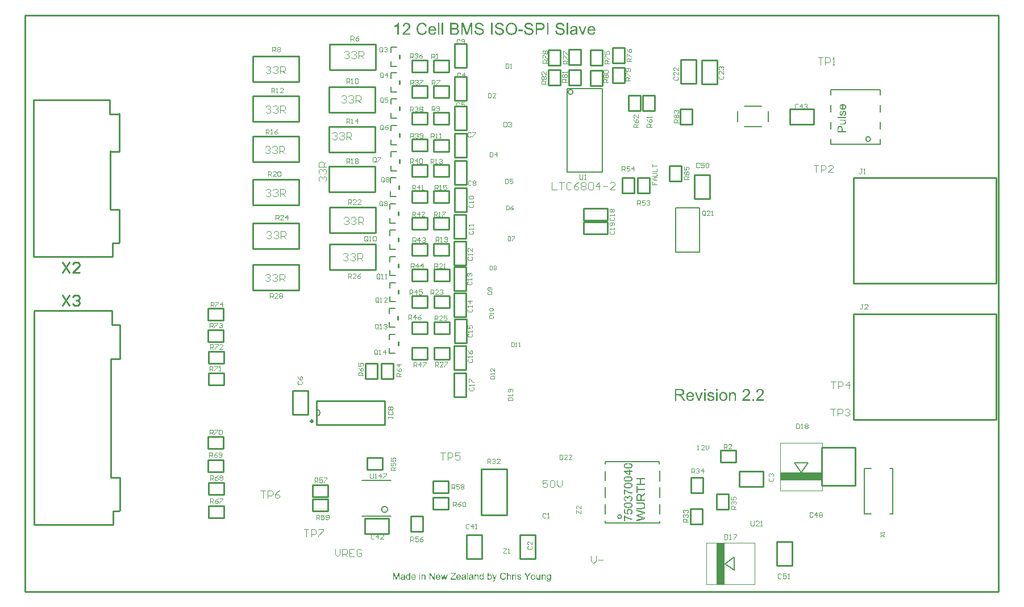
<source format=gto>
G04 Layer_Color=65535*
%FSLAX44Y44*%
%MOMM*%
G71*
G01*
G75*
%ADD42C,0.2540*%
%ADD87C,0.1270*%
%ADD88C,0.1524*%
%ADD89C,0.2032*%
%ADD90C,0.1016*%
%ADD91C,0.0864*%
%ADD92C,0.0544*%
%ADD93C,0.0553*%
%ADD94C,0.0587*%
%ADD95C,0.1000*%
%ADD96C,0.1080*%
%ADD97C,0.0734*%
%ADD98C,0.0691*%
%ADD99C,0.0476*%
%ADD100C,0.0518*%
%ADD101R,6.2001X1.2502*%
%ADD102R,1.2502X6.2001*%
G36*
X1002763Y276354D02*
Y272095D01*
X1001426D01*
Y276354D01*
X997547Y282174D01*
X999146D01*
X1001138Y279120D01*
X1001151Y279107D01*
X1001164Y279081D01*
X1001190Y279041D01*
X1001230Y278976D01*
X1001282Y278897D01*
X1001334Y278805D01*
X1001479Y278582D01*
X1001636Y278333D01*
X1001806Y278045D01*
X1001977Y277731D01*
X1002160Y277416D01*
Y277429D01*
X1002186Y277455D01*
X1002213Y277495D01*
X1002239Y277560D01*
X1002291Y277626D01*
X1002344Y277717D01*
X1002409Y277822D01*
X1002475Y277940D01*
X1002645Y278202D01*
X1002829Y278504D01*
X1003038Y278845D01*
X1003274Y279198D01*
X1005227Y282174D01*
X1006787D01*
X1002763Y276354D01*
D02*
G37*
G36*
X990115Y279539D02*
X990194D01*
X990404Y279526D01*
X990627Y279487D01*
X990889Y279447D01*
X991138Y279382D01*
X991387Y279303D01*
X991400D01*
X991413Y279290D01*
X991491Y279264D01*
X991609Y279198D01*
X991754Y279120D01*
X991911Y279028D01*
X992068Y278910D01*
X992225Y278779D01*
X992357Y278622D01*
X992370Y278609D01*
X992409Y278543D01*
X992461Y278451D01*
X992527Y278320D01*
X992606Y278163D01*
X992671Y277980D01*
X992737Y277757D01*
X992789Y277508D01*
X991583Y277337D01*
Y277364D01*
X991557Y277429D01*
X991531Y277534D01*
X991491Y277652D01*
X991426Y277796D01*
X991334Y277940D01*
X991229Y278071D01*
X991098Y278202D01*
X991085Y278216D01*
X991020Y278255D01*
X990941Y278307D01*
X990810Y278373D01*
X990653Y278425D01*
X990456Y278478D01*
X990233Y278517D01*
X989971Y278530D01*
X989827D01*
X989683Y278517D01*
X989499Y278491D01*
X989303Y278465D01*
X989093Y278412D01*
X988910Y278333D01*
X988752Y278242D01*
X988739Y278229D01*
X988700Y278189D01*
X988634Y278137D01*
X988582Y278058D01*
X988516Y277966D01*
X988451Y277848D01*
X988411Y277731D01*
X988398Y277586D01*
Y277573D01*
Y277547D01*
X988411Y277508D01*
Y277442D01*
X988464Y277311D01*
X988490Y277232D01*
X988543Y277154D01*
X988556Y277141D01*
X988569Y277128D01*
X988608Y277088D01*
X988661Y277036D01*
X988726Y276984D01*
X988805Y276931D01*
X988910Y276879D01*
X989014Y276826D01*
X989027D01*
X989054Y276813D01*
X989119Y276787D01*
X989224Y276761D01*
X989368Y276721D01*
X989460Y276695D01*
X989565Y276669D01*
X989683Y276630D01*
X989814Y276603D01*
X989958Y276551D01*
X990115Y276512D01*
X990128D01*
X990168Y276499D01*
X990246Y276486D01*
X990325Y276459D01*
X990430Y276420D01*
X990561Y276394D01*
X990836Y276315D01*
X991138Y276223D01*
X991439Y276132D01*
X991714Y276040D01*
X991832Y275987D01*
X991937Y275948D01*
X991963Y275935D01*
X992029Y275909D01*
X992121Y275856D01*
X992239Y275778D01*
X992370Y275686D01*
X992501Y275581D01*
X992645Y275450D01*
X992763Y275293D01*
X992776Y275280D01*
X992815Y275214D01*
X992855Y275122D01*
X992920Y275004D01*
X992973Y274847D01*
X993012Y274677D01*
X993051Y274467D01*
X993064Y274244D01*
Y274231D01*
Y274218D01*
Y274139D01*
X993051Y274021D01*
X993025Y273864D01*
X992973Y273681D01*
X992907Y273484D01*
X992815Y273274D01*
X992697Y273065D01*
X992684Y273039D01*
X992632Y272973D01*
X992540Y272881D01*
X992435Y272763D01*
X992278Y272619D01*
X992094Y272488D01*
X991885Y272344D01*
X991649Y272226D01*
X991636D01*
X991623Y272213D01*
X991583Y272200D01*
X991531Y272187D01*
X991387Y272134D01*
X991203Y272082D01*
X990980Y272029D01*
X990718Y271977D01*
X990430Y271951D01*
X990115Y271938D01*
X989984D01*
X989880Y271951D01*
X989762D01*
X989630Y271964D01*
X989473Y271990D01*
X989303Y272016D01*
X988962Y272082D01*
X988595Y272187D01*
X988254Y272331D01*
X988084Y272409D01*
X987940Y272514D01*
X987927Y272527D01*
X987914Y272540D01*
X987874Y272580D01*
X987822Y272619D01*
X987756Y272685D01*
X987691Y272763D01*
X987625Y272855D01*
X987546Y272960D01*
X987468Y273078D01*
X987376Y273209D01*
X987298Y273353D01*
X987232Y273510D01*
X987153Y273681D01*
X987088Y273864D01*
X987035Y274061D01*
X986996Y274270D01*
X988215Y274467D01*
Y274454D01*
Y274441D01*
X988228Y274401D01*
X988241Y274349D01*
X988267Y274218D01*
X988320Y274048D01*
X988398Y273864D01*
X988490Y273681D01*
X988621Y273497D01*
X988779Y273340D01*
X988805Y273327D01*
X988870Y273288D01*
X988975Y273222D01*
X989119Y273156D01*
X989316Y273078D01*
X989539Y273025D01*
X989801Y272973D01*
X990102Y272960D01*
X990246D01*
X990391Y272973D01*
X990587Y272999D01*
X990784Y273039D01*
X990993Y273104D01*
X991203Y273183D01*
X991374Y273301D01*
X991387Y273314D01*
X991439Y273366D01*
X991505Y273432D01*
X991583Y273536D01*
X991662Y273654D01*
X991728Y273785D01*
X991780Y273943D01*
X991793Y274113D01*
Y274126D01*
Y274179D01*
X991780Y274257D01*
X991754Y274349D01*
X991701Y274454D01*
X991636Y274559D01*
X991544Y274664D01*
X991426Y274769D01*
X991413Y274782D01*
X991374Y274795D01*
X991295Y274834D01*
X991164Y274873D01*
X991085Y274913D01*
X991007Y274939D01*
X990902Y274965D01*
X990784Y275004D01*
X990653Y275044D01*
X990496Y275083D01*
X990338Y275135D01*
X990155Y275175D01*
X990142D01*
X990089Y275188D01*
X990024Y275214D01*
X989932Y275240D01*
X989827Y275267D01*
X989696Y275306D01*
X989408Y275385D01*
X989093Y275476D01*
X988779Y275581D01*
X988634Y275634D01*
X988503Y275686D01*
X988372Y275725D01*
X988267Y275778D01*
X988241Y275791D01*
X988176Y275830D01*
X988084Y275883D01*
X987966Y275961D01*
X987848Y276053D01*
X987704Y276171D01*
X987586Y276302D01*
X987468Y276459D01*
X987455Y276486D01*
X987429Y276538D01*
X987389Y276630D01*
X987337Y276748D01*
X987284Y276892D01*
X987245Y277062D01*
X987219Y277246D01*
X987206Y277442D01*
Y277468D01*
Y277521D01*
X987219Y277613D01*
X987232Y277744D01*
X987258Y277875D01*
X987298Y278032D01*
X987350Y278189D01*
X987429Y278347D01*
X987442Y278360D01*
X987468Y278412D01*
X987520Y278491D01*
X987586Y278596D01*
X987678Y278700D01*
X987782Y278818D01*
X987900Y278936D01*
X988031Y279041D01*
X988045Y279054D01*
X988084Y279081D01*
X988149Y279120D01*
X988241Y279159D01*
X988346Y279225D01*
X988490Y279277D01*
X988648Y279343D01*
X988818Y279395D01*
X988844Y279408D01*
X988910Y279421D01*
X989001Y279447D01*
X989146Y279474D01*
X989303Y279500D01*
X989486Y279526D01*
X989683Y279552D01*
X990037D01*
X990115Y279539D01*
D02*
G37*
G36*
X864163Y272095D02*
X862787D01*
X857505Y279998D01*
Y272095D01*
X856220D01*
Y282174D01*
X857583D01*
X862878Y274257D01*
Y282174D01*
X864163D01*
Y272095D01*
D02*
G37*
G36*
X927008Y279539D02*
X927178Y279526D01*
X927362Y279487D01*
X927572Y279447D01*
X927781Y279382D01*
X927991Y279303D01*
X928017Y279290D01*
X928083Y279264D01*
X928175Y279212D01*
X928306Y279133D01*
X928437Y279054D01*
X928568Y278950D01*
X928699Y278818D01*
X928817Y278687D01*
X928830Y278674D01*
X928856Y278622D01*
X928908Y278543D01*
X928974Y278425D01*
X929026Y278294D01*
X929092Y278137D01*
X929144Y277966D01*
X929197Y277770D01*
Y277757D01*
X929210Y277704D01*
X929223Y277613D01*
X929236Y277495D01*
X929249Y277324D01*
X929262Y277128D01*
X929276Y276879D01*
Y276577D01*
Y272095D01*
X928044D01*
Y276525D01*
Y276538D01*
Y276564D01*
Y276590D01*
Y276643D01*
X928030Y276787D01*
Y276944D01*
X928004Y277128D01*
X927978Y277311D01*
X927939Y277481D01*
X927886Y277639D01*
Y277652D01*
X927860Y277704D01*
X927821Y277770D01*
X927768Y277862D01*
X927703Y277953D01*
X927611Y278058D01*
X927506Y278150D01*
X927375Y278242D01*
X927362Y278255D01*
X927309Y278281D01*
X927231Y278320D01*
X927126Y278360D01*
X927008Y278399D01*
X926864Y278438D01*
X926693Y278465D01*
X926523Y278478D01*
X926444D01*
X926392Y278465D01*
X926235Y278451D01*
X926051Y278412D01*
X925842Y278360D01*
X925606Y278268D01*
X925370Y278137D01*
X925147Y277966D01*
X925121Y277940D01*
X925095Y277914D01*
X925055Y277862D01*
X925016Y277809D01*
X924964Y277731D01*
X924924Y277652D01*
X924872Y277547D01*
X924819Y277416D01*
X924767Y277285D01*
X924714Y277128D01*
X924675Y276957D01*
X924636Y276761D01*
X924610Y276551D01*
X924596Y276315D01*
X924583Y276066D01*
Y272095D01*
X923351D01*
Y279395D01*
X924465D01*
Y278347D01*
X924479Y278360D01*
X924505Y278399D01*
X924544Y278465D01*
X924610Y278530D01*
X924701Y278622D01*
X924793Y278727D01*
X924911Y278832D01*
X925055Y278950D01*
X925212Y279067D01*
X925383Y279172D01*
X925566Y279277D01*
X925776Y279369D01*
X925999Y279447D01*
X926235Y279500D01*
X926497Y279539D01*
X926772Y279552D01*
X926890D01*
X927008Y279539D01*
D02*
G37*
G36*
X848003D02*
X848173Y279526D01*
X848356Y279487D01*
X848566Y279447D01*
X848776Y279382D01*
X848986Y279303D01*
X849012Y279290D01*
X849077Y279264D01*
X849169Y279212D01*
X849300Y279133D01*
X849431Y279054D01*
X849562Y278950D01*
X849693Y278818D01*
X849811Y278687D01*
X849825Y278674D01*
X849851Y278622D01*
X849903Y278543D01*
X849969Y278425D01*
X850021Y278294D01*
X850087Y278137D01*
X850139Y277966D01*
X850191Y277770D01*
Y277757D01*
X850204Y277704D01*
X850218Y277613D01*
X850231Y277495D01*
X850244Y277324D01*
X850257Y277128D01*
X850270Y276879D01*
Y276577D01*
Y272095D01*
X849038D01*
Y276525D01*
Y276538D01*
Y276564D01*
Y276590D01*
Y276643D01*
X849025Y276787D01*
Y276944D01*
X848999Y277128D01*
X848972Y277311D01*
X848933Y277481D01*
X848881Y277639D01*
Y277652D01*
X848855Y277704D01*
X848815Y277770D01*
X848763Y277862D01*
X848697Y277953D01*
X848606Y278058D01*
X848501Y278150D01*
X848370Y278242D01*
X848356Y278255D01*
X848304Y278281D01*
X848225Y278320D01*
X848121Y278360D01*
X848003Y278399D01*
X847859Y278438D01*
X847688Y278465D01*
X847518Y278478D01*
X847439D01*
X847387Y278465D01*
X847229Y278451D01*
X847046Y278412D01*
X846836Y278360D01*
X846600Y278268D01*
X846364Y278137D01*
X846142Y277966D01*
X846115Y277940D01*
X846089Y277914D01*
X846050Y277862D01*
X846011Y277809D01*
X845958Y277731D01*
X845919Y277652D01*
X845866Y277547D01*
X845814Y277416D01*
X845761Y277285D01*
X845709Y277128D01*
X845670Y276957D01*
X845630Y276761D01*
X845604Y276551D01*
X845591Y276315D01*
X845578Y276066D01*
Y272095D01*
X844346D01*
Y279395D01*
X845460D01*
Y278347D01*
X845473Y278360D01*
X845499Y278399D01*
X845539Y278465D01*
X845604Y278530D01*
X845696Y278622D01*
X845788Y278727D01*
X845906Y278832D01*
X846050Y278950D01*
X846207Y279067D01*
X846377Y279172D01*
X846561Y279277D01*
X846771Y279369D01*
X846993Y279447D01*
X847229Y279500D01*
X847492Y279539D01*
X847767Y279552D01*
X847885D01*
X848003Y279539D01*
D02*
G37*
G36*
X982579Y279526D02*
X982737Y279500D01*
X982933Y279447D01*
X983156Y279382D01*
X983379Y279277D01*
X983628Y279146D01*
X983195Y278006D01*
X983169Y278019D01*
X983117Y278045D01*
X983025Y278084D01*
X982907Y278137D01*
X982776Y278189D01*
X982618Y278229D01*
X982448Y278255D01*
X982278Y278268D01*
X982212D01*
X982134Y278255D01*
X982029Y278242D01*
X981924Y278202D01*
X981793Y278163D01*
X981675Y278097D01*
X981544Y278019D01*
X981531Y278006D01*
X981491Y277980D01*
X981439Y277914D01*
X981373Y277835D01*
X981295Y277744D01*
X981216Y277626D01*
X981151Y277495D01*
X981085Y277337D01*
Y277324D01*
X981072Y277311D01*
Y277272D01*
X981059Y277219D01*
X981020Y277088D01*
X980993Y276918D01*
X980954Y276695D01*
X980915Y276459D01*
X980902Y276184D01*
X980889Y275896D01*
Y272095D01*
X979657D01*
Y279395D01*
X980770D01*
Y278281D01*
X980784Y278307D01*
X980810Y278347D01*
X980836Y278399D01*
X980928Y278530D01*
X981020Y278687D01*
X981137Y278871D01*
X981268Y279041D01*
X981413Y279185D01*
X981544Y279303D01*
X981557Y279316D01*
X981609Y279343D01*
X981688Y279382D01*
X981780Y279434D01*
X981898Y279474D01*
X982042Y279513D01*
X982186Y279539D01*
X982343Y279552D01*
X982448D01*
X982579Y279526D01*
D02*
G37*
G36*
X1021531Y272095D02*
X1020431D01*
Y273169D01*
X1020417Y273156D01*
X1020391Y273117D01*
X1020339Y273052D01*
X1020273Y272973D01*
X1020181Y272881D01*
X1020077Y272776D01*
X1019959Y272672D01*
X1019815Y272554D01*
X1019657Y272436D01*
X1019487Y272331D01*
X1019290Y272226D01*
X1019094Y272134D01*
X1018871Y272055D01*
X1018635Y271990D01*
X1018373Y271951D01*
X1018111Y271938D01*
X1018006D01*
X1017875Y271951D01*
X1017717Y271964D01*
X1017534Y271990D01*
X1017337Y272042D01*
X1017115Y272095D01*
X1016905Y272173D01*
X1016879Y272187D01*
X1016813Y272213D01*
X1016708Y272278D01*
X1016590Y272344D01*
X1016459Y272436D01*
X1016315Y272540D01*
X1016184Y272658D01*
X1016066Y272789D01*
X1016053Y272803D01*
X1016027Y272855D01*
X1015974Y272934D01*
X1015922Y273052D01*
X1015856Y273183D01*
X1015791Y273340D01*
X1015738Y273523D01*
X1015686Y273720D01*
Y273733D01*
X1015673Y273785D01*
X1015660Y273877D01*
Y274008D01*
X1015647Y274166D01*
X1015633Y274362D01*
X1015620Y274598D01*
Y274873D01*
Y279395D01*
X1016852D01*
Y275345D01*
Y275332D01*
Y275306D01*
Y275253D01*
Y275188D01*
Y275109D01*
Y275018D01*
X1016865Y274821D01*
Y274598D01*
X1016879Y274388D01*
X1016892Y274192D01*
X1016905Y274100D01*
X1016918Y274035D01*
Y274008D01*
X1016944Y273956D01*
X1016970Y273864D01*
X1017023Y273759D01*
X1017088Y273641D01*
X1017180Y273510D01*
X1017285Y273392D01*
X1017416Y273274D01*
X1017429Y273261D01*
X1017482Y273235D01*
X1017560Y273183D01*
X1017678Y273143D01*
X1017809Y273091D01*
X1017967Y273039D01*
X1018150Y273012D01*
X1018347Y272999D01*
X1018438D01*
X1018556Y273012D01*
X1018687Y273039D01*
X1018845Y273065D01*
X1019028Y273117D01*
X1019212Y273183D01*
X1019395Y273274D01*
X1019421Y273288D01*
X1019474Y273327D01*
X1019565Y273392D01*
X1019670Y273484D01*
X1019788Y273589D01*
X1019893Y273720D01*
X1019998Y273877D01*
X1020090Y274048D01*
X1020103Y274074D01*
X1020129Y274139D01*
X1020155Y274257D01*
X1020195Y274415D01*
X1020234Y274611D01*
X1020273Y274860D01*
X1020286Y275149D01*
X1020299Y275476D01*
Y279395D01*
X1021531D01*
Y272095D01*
D02*
G37*
G36*
X985594D02*
X984362D01*
Y279395D01*
X985594D01*
Y272095D01*
D02*
G37*
G36*
X973077Y278543D02*
X973090Y278556D01*
X973116Y278582D01*
X973169Y278635D01*
X973234Y278700D01*
X973313Y278779D01*
X973418Y278858D01*
X973536Y278950D01*
X973667Y279054D01*
X973824Y279146D01*
X973981Y279238D01*
X974165Y279316D01*
X974348Y279395D01*
X974558Y279461D01*
X974781Y279513D01*
X975017Y279539D01*
X975253Y279552D01*
X975384D01*
X975541Y279539D01*
X975724Y279513D01*
X975947Y279474D01*
X976170Y279408D01*
X976419Y279329D01*
X976642Y279225D01*
X976655D01*
X976668Y279212D01*
X976747Y279172D01*
X976852Y279094D01*
X976983Y279002D01*
X977114Y278871D01*
X977258Y278727D01*
X977389Y278543D01*
X977507Y278347D01*
X977520Y278320D01*
X977546Y278242D01*
X977586Y278111D01*
X977638Y277927D01*
X977691Y277704D01*
X977730Y277416D01*
X977756Y277088D01*
X977769Y276708D01*
Y272095D01*
X976537D01*
Y276708D01*
Y276721D01*
Y276748D01*
Y276800D01*
Y276866D01*
X976524Y276931D01*
X976511Y277023D01*
X976485Y277232D01*
X976432Y277442D01*
X976367Y277665D01*
X976262Y277875D01*
X976131Y278058D01*
X976118Y278071D01*
X976052Y278124D01*
X975960Y278189D01*
X975843Y278281D01*
X975672Y278360D01*
X975475Y278425D01*
X975253Y278478D01*
X974991Y278491D01*
X974899D01*
X974794Y278478D01*
X974663Y278451D01*
X974506Y278425D01*
X974335Y278373D01*
X974152Y278294D01*
X973968Y278202D01*
X973942Y278189D01*
X973890Y278150D01*
X973798Y278084D01*
X973706Y277993D01*
X973588Y277888D01*
X973470Y277757D01*
X973365Y277600D01*
X973274Y277429D01*
X973260Y277403D01*
X973247Y277337D01*
X973208Y277232D01*
X973182Y277075D01*
X973143Y276892D01*
X973103Y276656D01*
X973090Y276381D01*
X973077Y276079D01*
Y272095D01*
X971845D01*
Y282174D01*
X973077D01*
Y278543D01*
D02*
G37*
G36*
X880887Y272095D02*
X879615D01*
X878449Y276459D01*
X878160Y277704D01*
X876680Y272095D01*
X875382D01*
X873167Y279395D01*
X874451D01*
X875618Y275175D01*
X876037Y273602D01*
Y273615D01*
X876050Y273641D01*
X876064Y273707D01*
X876077Y273772D01*
X876090Y273838D01*
X876116Y273917D01*
X876142Y274021D01*
X876168Y274139D01*
X876208Y274284D01*
X876247Y274454D01*
X876299Y274651D01*
X876352Y274860D01*
X876417Y275109D01*
X877571Y279395D01*
X878842D01*
X879943Y275149D01*
X880297Y273759D01*
X880716Y275175D01*
X881974Y279395D01*
X883180D01*
X880887Y272095D01*
D02*
G37*
G36*
X811842D02*
X810558D01*
Y280535D01*
X807609Y272095D01*
X806416D01*
X803506Y280679D01*
Y272095D01*
X802222D01*
Y282174D01*
X804214D01*
X806600Y275031D01*
Y275018D01*
X806613Y274991D01*
X806626Y274939D01*
X806652Y274873D01*
X806678Y274782D01*
X806718Y274690D01*
X806783Y274467D01*
X806862Y274231D01*
X806940Y273982D01*
X807019Y273746D01*
X807085Y273536D01*
X807098Y273563D01*
X807124Y273641D01*
X807163Y273772D01*
X807216Y273943D01*
X807294Y274179D01*
X807386Y274454D01*
X807491Y274782D01*
X807622Y275162D01*
X810046Y282174D01*
X811842D01*
Y272095D01*
D02*
G37*
G36*
X953942Y271977D02*
Y271964D01*
X953929Y271924D01*
X953902Y271859D01*
X953863Y271780D01*
X953837Y271688D01*
X953784Y271571D01*
X953693Y271322D01*
X953575Y271046D01*
X953457Y270771D01*
X953352Y270522D01*
X953299Y270417D01*
X953247Y270325D01*
X953234Y270299D01*
X953195Y270234D01*
X953116Y270116D01*
X953024Y269985D01*
X952919Y269841D01*
X952788Y269696D01*
X952644Y269552D01*
X952487Y269434D01*
X952474Y269421D01*
X952408Y269395D01*
X952330Y269342D01*
X952199Y269290D01*
X952054Y269238D01*
X951884Y269185D01*
X951687Y269159D01*
X951478Y269146D01*
X951412D01*
X951333Y269159D01*
X951242Y269172D01*
X951124Y269185D01*
X950980Y269211D01*
X950835Y269251D01*
X950678Y269303D01*
X950547Y270457D01*
X950560D01*
X950613Y270443D01*
X950691Y270417D01*
X950783Y270404D01*
X950888Y270378D01*
X951006Y270352D01*
X951242Y270338D01*
X951307D01*
X951386Y270352D01*
X951478D01*
X951701Y270404D01*
X951805Y270430D01*
X951897Y270483D01*
X951910D01*
X951936Y270509D01*
X951989Y270535D01*
X952041Y270574D01*
X952172Y270692D01*
X952303Y270863D01*
Y270876D01*
X952330Y270902D01*
X952356Y270955D01*
X952395Y271046D01*
X952448Y271177D01*
X952513Y271335D01*
X952592Y271544D01*
X952631Y271662D01*
X952683Y271793D01*
X952697Y271807D01*
X952710Y271872D01*
X952749Y271964D01*
X952801Y272095D01*
X950023Y279395D01*
X951333D01*
X952867Y275175D01*
Y275162D01*
X952880Y275135D01*
X952893Y275096D01*
X952919Y275031D01*
X952946Y274965D01*
X952972Y274873D01*
X953037Y274664D01*
X953116Y274415D01*
X953208Y274126D01*
X953299Y273812D01*
X953391Y273484D01*
Y273497D01*
X953404Y273523D01*
X953417Y273563D01*
X953431Y273628D01*
X953457Y273707D01*
X953483Y273799D01*
X953535Y274008D01*
X953614Y274257D01*
X953706Y274533D01*
X953811Y274834D01*
X953915Y275135D01*
X955475Y279395D01*
X956707D01*
X953942Y271977D01*
D02*
G37*
G36*
X1097980Y1097491D02*
X1098187Y1097468D01*
X1098439Y1097422D01*
X1098738Y1097376D01*
X1099036Y1097307D01*
X1099358Y1097215D01*
X1099702Y1097077D01*
X1100047Y1096940D01*
X1100391Y1096779D01*
X1100758Y1096572D01*
X1101103Y1096343D01*
X1101424Y1096067D01*
X1101746Y1095769D01*
X1101769Y1095746D01*
X1101815Y1095677D01*
X1101907Y1095585D01*
X1101998Y1095447D01*
X1102113Y1095263D01*
X1102251Y1095057D01*
X1102412Y1094804D01*
X1102572Y1094506D01*
X1102710Y1094161D01*
X1102871Y1093794D01*
X1103009Y1093404D01*
X1103123Y1092967D01*
X1103215Y1092485D01*
X1103307Y1091980D01*
X1103353Y1091429D01*
X1103376Y1090855D01*
Y1090809D01*
Y1090717D01*
Y1090533D01*
X1103353Y1090281D01*
X1093824D01*
Y1090258D01*
Y1090189D01*
X1093847Y1090074D01*
X1093870Y1089936D01*
X1093893Y1089753D01*
X1093916Y1089546D01*
X1094008Y1089087D01*
X1094168Y1088559D01*
X1094375Y1088030D01*
X1094651Y1087525D01*
X1094811Y1087296D01*
X1094995Y1087066D01*
X1095018Y1087043D01*
X1095041Y1087020D01*
X1095110Y1086974D01*
X1095179Y1086905D01*
X1095431Y1086722D01*
X1095730Y1086515D01*
X1096120Y1086308D01*
X1096579Y1086148D01*
X1097107Y1086010D01*
X1097383Y1085987D01*
X1097682Y1085964D01*
X1097888D01*
X1098095Y1085987D01*
X1098393Y1086033D01*
X1098692Y1086125D01*
X1099036Y1086217D01*
X1099381Y1086377D01*
X1099702Y1086584D01*
X1099748Y1086607D01*
X1099840Y1086699D01*
X1100001Y1086860D01*
X1100184Y1087066D01*
X1100391Y1087342D01*
X1100621Y1087709D01*
X1100850Y1088122D01*
X1101034Y1088605D01*
X1103284Y1088306D01*
Y1088283D01*
X1103261Y1088214D01*
X1103238Y1088122D01*
X1103169Y1087985D01*
X1103123Y1087824D01*
X1103032Y1087617D01*
X1102848Y1087181D01*
X1102572Y1086699D01*
X1102228Y1086194D01*
X1101815Y1085688D01*
X1101332Y1085252D01*
X1101310D01*
X1101264Y1085206D01*
X1101195Y1085160D01*
X1101080Y1085091D01*
X1100942Y1085000D01*
X1100758Y1084908D01*
X1100575Y1084816D01*
X1100345Y1084724D01*
X1100092Y1084609D01*
X1099817Y1084517D01*
X1099519Y1084426D01*
X1099197Y1084334D01*
X1098485Y1084219D01*
X1098095Y1084196D01*
X1097682Y1084173D01*
X1097567D01*
X1097406Y1084196D01*
X1097222D01*
X1096993Y1084219D01*
X1096717Y1084265D01*
X1096396Y1084311D01*
X1096074Y1084380D01*
X1095730Y1084472D01*
X1095362Y1084586D01*
X1094995Y1084724D01*
X1094628Y1084908D01*
X1094260Y1085091D01*
X1093893Y1085321D01*
X1093548Y1085597D01*
X1093227Y1085895D01*
X1093204Y1085918D01*
X1093158Y1085987D01*
X1093066Y1086079D01*
X1092974Y1086217D01*
X1092860Y1086400D01*
X1092722Y1086607D01*
X1092561Y1086860D01*
X1092423Y1087135D01*
X1092263Y1087479D01*
X1092102Y1087824D01*
X1091964Y1088237D01*
X1091849Y1088651D01*
X1091757Y1089133D01*
X1091666Y1089615D01*
X1091620Y1090143D01*
X1091597Y1090717D01*
Y1090763D01*
Y1090855D01*
X1091620Y1091039D01*
Y1091245D01*
X1091643Y1091521D01*
X1091689Y1091842D01*
X1091734Y1092187D01*
X1091803Y1092554D01*
X1091895Y1092944D01*
X1092010Y1093358D01*
X1092125Y1093771D01*
X1092286Y1094184D01*
X1092492Y1094598D01*
X1092699Y1095011D01*
X1092951Y1095378D01*
X1093250Y1095723D01*
X1093273Y1095746D01*
X1093319Y1095792D01*
X1093411Y1095883D01*
X1093548Y1095998D01*
X1093709Y1096136D01*
X1093916Y1096297D01*
X1094145Y1096457D01*
X1094398Y1096618D01*
X1094697Y1096779D01*
X1095018Y1096940D01*
X1095385Y1097100D01*
X1095753Y1097238D01*
X1096166Y1097353D01*
X1096602Y1097445D01*
X1097062Y1097491D01*
X1097544Y1097514D01*
X1097796D01*
X1097980Y1097491D01*
D02*
G37*
G36*
X860970D02*
X861177Y1097468D01*
X861430Y1097422D01*
X861728Y1097376D01*
X862027Y1097307D01*
X862348Y1097215D01*
X862692Y1097077D01*
X863037Y1096940D01*
X863381Y1096779D01*
X863749Y1096572D01*
X864093Y1096343D01*
X864415Y1096067D01*
X864736Y1095769D01*
X864759Y1095746D01*
X864805Y1095677D01*
X864897Y1095585D01*
X864989Y1095447D01*
X865104Y1095263D01*
X865241Y1095057D01*
X865402Y1094804D01*
X865563Y1094506D01*
X865701Y1094161D01*
X865861Y1093794D01*
X865999Y1093404D01*
X866114Y1092967D01*
X866206Y1092485D01*
X866298Y1091980D01*
X866343Y1091429D01*
X866366Y1090855D01*
Y1090809D01*
Y1090717D01*
Y1090533D01*
X866343Y1090281D01*
X856814D01*
Y1090258D01*
Y1090189D01*
X856837Y1090074D01*
X856860Y1089936D01*
X856883Y1089753D01*
X856906Y1089546D01*
X856998Y1089087D01*
X857159Y1088559D01*
X857365Y1088030D01*
X857641Y1087525D01*
X857802Y1087296D01*
X857985Y1087066D01*
X858008Y1087043D01*
X858031Y1087020D01*
X858100Y1086974D01*
X858169Y1086905D01*
X858422Y1086722D01*
X858720Y1086515D01*
X859110Y1086308D01*
X859570Y1086148D01*
X860098Y1086010D01*
X860373Y1085987D01*
X860672Y1085964D01*
X860879D01*
X861085Y1085987D01*
X861384Y1086033D01*
X861682Y1086125D01*
X862027Y1086217D01*
X862371Y1086377D01*
X862692Y1086584D01*
X862738Y1086607D01*
X862830Y1086699D01*
X862991Y1086860D01*
X863175Y1087066D01*
X863381Y1087342D01*
X863611Y1087709D01*
X863841Y1088122D01*
X864024Y1088605D01*
X866274Y1088306D01*
Y1088283D01*
X866252Y1088214D01*
X866229Y1088122D01*
X866160Y1087985D01*
X866114Y1087824D01*
X866022Y1087617D01*
X865838Y1087181D01*
X865563Y1086699D01*
X865218Y1086194D01*
X864805Y1085688D01*
X864323Y1085252D01*
X864300D01*
X864254Y1085206D01*
X864185Y1085160D01*
X864070Y1085091D01*
X863932Y1085000D01*
X863749Y1084908D01*
X863565Y1084816D01*
X863335Y1084724D01*
X863083Y1084609D01*
X862807Y1084517D01*
X862509Y1084426D01*
X862187Y1084334D01*
X861476Y1084219D01*
X861085Y1084196D01*
X860672Y1084173D01*
X860557D01*
X860396Y1084196D01*
X860213D01*
X859983Y1084219D01*
X859707Y1084265D01*
X859386Y1084311D01*
X859065Y1084380D01*
X858720Y1084472D01*
X858353Y1084586D01*
X857985Y1084724D01*
X857618Y1084908D01*
X857251Y1085091D01*
X856883Y1085321D01*
X856539Y1085597D01*
X856217Y1085895D01*
X856194Y1085918D01*
X856149Y1085987D01*
X856057Y1086079D01*
X855965Y1086217D01*
X855850Y1086400D01*
X855712Y1086607D01*
X855552Y1086860D01*
X855414Y1087135D01*
X855253Y1087479D01*
X855092Y1087824D01*
X854954Y1088237D01*
X854840Y1088651D01*
X854748Y1089133D01*
X854656Y1089615D01*
X854610Y1090143D01*
X854587Y1090717D01*
Y1090763D01*
Y1090855D01*
X854610Y1091039D01*
Y1091245D01*
X854633Y1091521D01*
X854679Y1091842D01*
X854725Y1092187D01*
X854794Y1092554D01*
X854886Y1092944D01*
X855000Y1093358D01*
X855115Y1093771D01*
X855276Y1094184D01*
X855483Y1094598D01*
X855689Y1095011D01*
X855942Y1095378D01*
X856240Y1095723D01*
X856263Y1095746D01*
X856309Y1095792D01*
X856401Y1095883D01*
X856539Y1095998D01*
X856700Y1096136D01*
X856906Y1096297D01*
X857136Y1096457D01*
X857388Y1096618D01*
X857687Y1096779D01*
X858008Y1096940D01*
X858376Y1097100D01*
X858743Y1097238D01*
X859156Y1097353D01*
X859593Y1097445D01*
X860052Y1097491D01*
X860534Y1097514D01*
X860787D01*
X860970Y1097491D01*
D02*
G37*
G36*
X978832Y1102382D02*
X979039Y1102359D01*
X979292Y1102336D01*
X979567Y1102313D01*
X979889Y1102267D01*
X980554Y1102129D01*
X981289Y1101922D01*
X981680Y1101785D01*
X982047Y1101624D01*
X982437Y1101440D01*
X982805Y1101234D01*
X982828Y1101210D01*
X982896Y1101188D01*
X982988Y1101119D01*
X983126Y1101027D01*
X983287Y1100889D01*
X983493Y1100751D01*
X983700Y1100591D01*
X983930Y1100384D01*
X984159Y1100177D01*
X984412Y1099925D01*
X984665Y1099649D01*
X984917Y1099374D01*
X985147Y1099052D01*
X985376Y1098708D01*
X985813Y1097973D01*
X985836Y1097950D01*
X985859Y1097881D01*
X985904Y1097766D01*
X985973Y1097606D01*
X986042Y1097399D01*
X986134Y1097169D01*
X986226Y1096894D01*
X986341Y1096595D01*
X986433Y1096274D01*
X986524Y1095906D01*
X986616Y1095516D01*
X986685Y1095103D01*
X986800Y1094207D01*
X986846Y1093725D01*
Y1093243D01*
Y1093220D01*
Y1093128D01*
Y1092990D01*
X986823Y1092784D01*
Y1092554D01*
X986800Y1092278D01*
X986754Y1091980D01*
X986708Y1091636D01*
X986639Y1091268D01*
X986570Y1090878D01*
X986387Y1090074D01*
X986111Y1089248D01*
X985927Y1088834D01*
X985744Y1088421D01*
X985721Y1088398D01*
X985698Y1088329D01*
X985629Y1088214D01*
X985537Y1088076D01*
X985422Y1087893D01*
X985307Y1087686D01*
X985147Y1087479D01*
X984963Y1087227D01*
X984756Y1086974D01*
X984527Y1086722D01*
X983999Y1086194D01*
X983379Y1085666D01*
X983034Y1085436D01*
X982667Y1085229D01*
X982644D01*
X982575Y1085183D01*
X982460Y1085137D01*
X982322Y1085069D01*
X982139Y1084977D01*
X981932Y1084885D01*
X981680Y1084793D01*
X981404Y1084701D01*
X981083Y1084586D01*
X980761Y1084494D01*
X980026Y1084311D01*
X979246Y1084196D01*
X978832Y1084173D01*
X978396Y1084150D01*
X978143D01*
X977983Y1084173D01*
X977753Y1084196D01*
X977501Y1084219D01*
X977225Y1084242D01*
X976904Y1084311D01*
X976215Y1084448D01*
X975457Y1084655D01*
X975067Y1084793D01*
X974699Y1084954D01*
X974309Y1085137D01*
X973941Y1085344D01*
X973919Y1085367D01*
X973850Y1085390D01*
X973758Y1085459D01*
X973620Y1085574D01*
X973459Y1085688D01*
X973276Y1085826D01*
X973069Y1086010D01*
X972839Y1086194D01*
X972610Y1086423D01*
X972357Y1086676D01*
X972104Y1086951D01*
X971875Y1087227D01*
X971393Y1087893D01*
X970979Y1088627D01*
Y1088651D01*
X970934Y1088719D01*
X970888Y1088834D01*
X970819Y1088995D01*
X970750Y1089179D01*
X970658Y1089408D01*
X970566Y1089684D01*
X970474Y1089959D01*
X970382Y1090281D01*
X970291Y1090625D01*
X970130Y1091360D01*
X970015Y1092187D01*
X969992Y1092600D01*
X969969Y1093036D01*
Y1093059D01*
Y1093082D01*
Y1093151D01*
Y1093220D01*
X969992Y1093449D01*
X970015Y1093771D01*
X970038Y1094138D01*
X970084Y1094552D01*
X970176Y1095034D01*
X970268Y1095539D01*
X970382Y1096090D01*
X970543Y1096641D01*
X970727Y1097215D01*
X970956Y1097789D01*
X971232Y1098340D01*
X971531Y1098891D01*
X971898Y1099419D01*
X972311Y1099902D01*
X972334Y1099925D01*
X972426Y1100016D01*
X972564Y1100131D01*
X972747Y1100292D01*
X972977Y1100476D01*
X973253Y1100705D01*
X973597Y1100912D01*
X973964Y1101165D01*
X974378Y1101394D01*
X974837Y1101624D01*
X975342Y1101831D01*
X975893Y1102014D01*
X976467Y1102175D01*
X977087Y1102290D01*
X977730Y1102382D01*
X978419Y1102404D01*
X978649D01*
X978832Y1102382D01*
D02*
G37*
G36*
X871142Y1084448D02*
X868984D01*
Y1102106D01*
X871142D01*
Y1084448D01*
D02*
G37*
G36*
X822579Y1102152D02*
X822808Y1102129D01*
X823061Y1102106D01*
X823336Y1102060D01*
X823635Y1101991D01*
X824278Y1101831D01*
X824599Y1101716D01*
X824944Y1101578D01*
X825288Y1101417D01*
X825610Y1101210D01*
X825908Y1101004D01*
X826207Y1100751D01*
X826229Y1100728D01*
X826275Y1100682D01*
X826344Y1100613D01*
X826436Y1100499D01*
X826551Y1100361D01*
X826689Y1100200D01*
X826804Y1100016D01*
X826964Y1099787D01*
X827102Y1099557D01*
X827217Y1099282D01*
X827469Y1098685D01*
X827561Y1098363D01*
X827630Y1098019D01*
X827676Y1097651D01*
X827699Y1097261D01*
Y1097215D01*
Y1097077D01*
X827676Y1096871D01*
X827653Y1096595D01*
X827584Y1096297D01*
X827515Y1095929D01*
X827401Y1095562D01*
X827263Y1095172D01*
X827240Y1095126D01*
X827171Y1094988D01*
X827079Y1094781D01*
X826918Y1094529D01*
X826712Y1094207D01*
X826459Y1093840D01*
X826161Y1093427D01*
X825816Y1093013D01*
Y1092990D01*
X825770Y1092967D01*
X825701Y1092898D01*
X825632Y1092807D01*
X825518Y1092692D01*
X825380Y1092554D01*
X825219Y1092393D01*
X825013Y1092210D01*
X824806Y1092003D01*
X824553Y1091773D01*
X824278Y1091498D01*
X823979Y1091222D01*
X823635Y1090924D01*
X823290Y1090625D01*
X822877Y1090281D01*
X822464Y1089913D01*
X822441Y1089890D01*
X822372Y1089845D01*
X822280Y1089753D01*
X822142Y1089661D01*
X822005Y1089523D01*
X821821Y1089362D01*
X821431Y1089018D01*
X820994Y1088651D01*
X820581Y1088283D01*
X820397Y1088122D01*
X820237Y1087962D01*
X820076Y1087801D01*
X819961Y1087686D01*
X819938Y1087663D01*
X819869Y1087594D01*
X819777Y1087479D01*
X819640Y1087319D01*
X819502Y1087158D01*
X819341Y1086951D01*
X819043Y1086538D01*
X827722D01*
Y1084448D01*
X816034D01*
Y1084494D01*
Y1084586D01*
Y1084724D01*
X816058Y1084931D01*
X816080Y1085160D01*
X816126Y1085413D01*
X816195Y1085666D01*
X816287Y1085941D01*
Y1085964D01*
X816310Y1085987D01*
X816333Y1086056D01*
X816379Y1086148D01*
X816471Y1086377D01*
X816631Y1086676D01*
X816838Y1087043D01*
X817068Y1087433D01*
X817366Y1087847D01*
X817711Y1088283D01*
X817734Y1088306D01*
X817757Y1088329D01*
X817825Y1088398D01*
X817894Y1088490D01*
X818124Y1088742D01*
X818446Y1089064D01*
X818836Y1089454D01*
X819318Y1089913D01*
X819892Y1090418D01*
X820558Y1090970D01*
X820581Y1090993D01*
X820673Y1091084D01*
X820834Y1091199D01*
X821017Y1091360D01*
X821247Y1091567D01*
X821522Y1091796D01*
X821821Y1092049D01*
X822119Y1092324D01*
X822762Y1092921D01*
X823405Y1093541D01*
X823704Y1093863D01*
X823979Y1094161D01*
X824232Y1094437D01*
X824438Y1094712D01*
X824461Y1094735D01*
X824484Y1094781D01*
X824530Y1094850D01*
X824599Y1094942D01*
X824668Y1095080D01*
X824760Y1095218D01*
X824967Y1095562D01*
X825150Y1095952D01*
X825311Y1096389D01*
X825426Y1096871D01*
X825472Y1097100D01*
Y1097330D01*
Y1097353D01*
Y1097399D01*
Y1097445D01*
X825449Y1097537D01*
X825426Y1097789D01*
X825357Y1098088D01*
X825242Y1098432D01*
X825081Y1098777D01*
X824852Y1099144D01*
X824530Y1099488D01*
X824484Y1099534D01*
X824370Y1099626D01*
X824163Y1099764D01*
X823887Y1099948D01*
X823543Y1100108D01*
X823130Y1100246D01*
X822647Y1100338D01*
X822119Y1100384D01*
X821959D01*
X821867Y1100361D01*
X821729D01*
X821568Y1100338D01*
X821224Y1100269D01*
X820834Y1100154D01*
X820397Y1099994D01*
X819984Y1099764D01*
X819616Y1099443D01*
X819571Y1099397D01*
X819479Y1099282D01*
X819318Y1099052D01*
X819157Y1098777D01*
X818974Y1098386D01*
X818813Y1097950D01*
X818721Y1097445D01*
X818675Y1096848D01*
X816448Y1097077D01*
Y1097100D01*
X816471Y1097192D01*
Y1097307D01*
X816494Y1097491D01*
X816540Y1097697D01*
X816586Y1097927D01*
X816655Y1098203D01*
X816746Y1098478D01*
X816953Y1099098D01*
X817091Y1099419D01*
X817252Y1099718D01*
X817435Y1100040D01*
X817642Y1100338D01*
X817871Y1100613D01*
X818147Y1100866D01*
X818170Y1100889D01*
X818216Y1100912D01*
X818308Y1100981D01*
X818422Y1101073D01*
X818583Y1101165D01*
X818767Y1101279D01*
X818974Y1101394D01*
X819226Y1101532D01*
X819502Y1101647D01*
X819800Y1101762D01*
X820122Y1101876D01*
X820489Y1101968D01*
X820856Y1102060D01*
X821270Y1102129D01*
X821706Y1102152D01*
X822165Y1102175D01*
X822418D01*
X822579Y1102152D01*
D02*
G37*
G36*
X810799Y1084448D02*
X808641D01*
Y1098249D01*
X808595Y1098225D01*
X808503Y1098134D01*
X808319Y1097973D01*
X808090Y1097789D01*
X807791Y1097560D01*
X807424Y1097307D01*
X807034Y1097031D01*
X806574Y1096756D01*
X806551D01*
X806528Y1096733D01*
X806460Y1096687D01*
X806368Y1096641D01*
X806115Y1096503D01*
X805817Y1096343D01*
X805472Y1096159D01*
X805082Y1095975D01*
X804691Y1095792D01*
X804301Y1095631D01*
Y1097743D01*
X804324D01*
X804393Y1097789D01*
X804485Y1097835D01*
X804600Y1097904D01*
X804760Y1097973D01*
X804944Y1098088D01*
X805380Y1098317D01*
X805863Y1098616D01*
X806414Y1098983D01*
X806942Y1099374D01*
X807470Y1099810D01*
X807493Y1099833D01*
X807539Y1099856D01*
X807608Y1099925D01*
X807700Y1100016D01*
X807929Y1100246D01*
X808228Y1100568D01*
X808526Y1100912D01*
X808848Y1101325D01*
X809146Y1101739D01*
X809399Y1102175D01*
X810799D01*
Y1084448D01*
D02*
G37*
G36*
X937048Y272095D02*
X935894D01*
Y273025D01*
X935881Y273012D01*
X935868Y272973D01*
X935816Y272920D01*
X935763Y272855D01*
X935698Y272776D01*
X935606Y272685D01*
X935501Y272580D01*
X935383Y272488D01*
X935239Y272383D01*
X935095Y272278D01*
X934924Y272187D01*
X934741Y272108D01*
X934544Y272042D01*
X934321Y271990D01*
X934099Y271951D01*
X933850Y271938D01*
X933758D01*
X933705Y271951D01*
X933627D01*
X933535Y271964D01*
X933325Y272003D01*
X933076Y272055D01*
X932801Y272134D01*
X932513Y272252D01*
X932237Y272409D01*
X932224D01*
X932211Y272436D01*
X932172Y272462D01*
X932120Y272501D01*
X931989Y272606D01*
X931831Y272763D01*
X931648Y272947D01*
X931464Y273183D01*
X931281Y273445D01*
X931110Y273746D01*
Y273759D01*
X931097Y273785D01*
X931071Y273838D01*
X931045Y273904D01*
X931019Y273982D01*
X930992Y274074D01*
X930953Y274192D01*
X930914Y274323D01*
X930848Y274611D01*
X930783Y274952D01*
X930730Y275319D01*
X930717Y275725D01*
Y275738D01*
Y275778D01*
Y275830D01*
Y275909D01*
X930730Y276014D01*
Y276119D01*
X930743Y276250D01*
X930757Y276381D01*
X930809Y276695D01*
X930861Y277023D01*
X930953Y277364D01*
X931071Y277704D01*
Y277717D01*
X931084Y277744D01*
X931110Y277796D01*
X931137Y277848D01*
X931176Y277927D01*
X931228Y278006D01*
X931346Y278216D01*
X931504Y278425D01*
X931687Y278661D01*
X931910Y278871D01*
X932159Y279067D01*
X932172D01*
X932198Y279094D01*
X932237Y279107D01*
X932290Y279146D01*
X932355Y279185D01*
X932434Y279225D01*
X932644Y279316D01*
X932880Y279395D01*
X933155Y279474D01*
X933469Y279526D01*
X933797Y279552D01*
X933902D01*
X934033Y279539D01*
X934190Y279513D01*
X934374Y279487D01*
X934570Y279434D01*
X934767Y279356D01*
X934964Y279264D01*
X934990Y279251D01*
X935055Y279212D01*
X935147Y279159D01*
X935265Y279067D01*
X935396Y278963D01*
X935540Y278845D01*
X935685Y278700D01*
X935816Y278543D01*
Y282174D01*
X937048D01*
Y272095D01*
D02*
G37*
G36*
X827531D02*
X826377D01*
Y273025D01*
X826364Y273012D01*
X826351Y272973D01*
X826299Y272920D01*
X826246Y272855D01*
X826180Y272776D01*
X826089Y272685D01*
X825984Y272580D01*
X825866Y272488D01*
X825722Y272383D01*
X825578Y272278D01*
X825407Y272187D01*
X825224Y272108D01*
X825027Y272042D01*
X824804Y271990D01*
X824582Y271951D01*
X824333Y271938D01*
X824241D01*
X824188Y271951D01*
X824110D01*
X824018Y271964D01*
X823808Y272003D01*
X823559Y272055D01*
X823284Y272134D01*
X822996Y272252D01*
X822720Y272409D01*
X822707D01*
X822694Y272436D01*
X822655Y272462D01*
X822602Y272501D01*
X822471Y272606D01*
X822314Y272763D01*
X822131Y272947D01*
X821947Y273183D01*
X821764Y273445D01*
X821593Y273746D01*
Y273759D01*
X821580Y273785D01*
X821554Y273838D01*
X821528Y273904D01*
X821501Y273982D01*
X821475Y274074D01*
X821436Y274192D01*
X821397Y274323D01*
X821331Y274611D01*
X821266Y274952D01*
X821213Y275319D01*
X821200Y275725D01*
Y275738D01*
Y275778D01*
Y275830D01*
Y275909D01*
X821213Y276014D01*
Y276119D01*
X821226Y276250D01*
X821239Y276381D01*
X821292Y276695D01*
X821344Y277023D01*
X821436Y277364D01*
X821554Y277704D01*
Y277717D01*
X821567Y277744D01*
X821593Y277796D01*
X821619Y277848D01*
X821659Y277927D01*
X821711Y278006D01*
X821829Y278216D01*
X821986Y278425D01*
X822170Y278661D01*
X822393Y278871D01*
X822642Y279067D01*
X822655D01*
X822681Y279094D01*
X822720Y279107D01*
X822773Y279146D01*
X822838Y279185D01*
X822917Y279225D01*
X823127Y279316D01*
X823363Y279395D01*
X823638Y279474D01*
X823952Y279526D01*
X824280Y279552D01*
X824385D01*
X824516Y279539D01*
X824673Y279513D01*
X824857Y279487D01*
X825053Y279434D01*
X825250Y279356D01*
X825447Y279264D01*
X825473Y279251D01*
X825538Y279212D01*
X825630Y279159D01*
X825748Y279067D01*
X825879Y278963D01*
X826023Y278845D01*
X826167Y278700D01*
X826299Y278543D01*
Y282174D01*
X827531D01*
Y272095D01*
D02*
G37*
G36*
X1027128Y279539D02*
X1027298Y279526D01*
X1027482Y279487D01*
X1027691Y279447D01*
X1027901Y279382D01*
X1028111Y279303D01*
X1028137Y279290D01*
X1028203Y279264D01*
X1028294Y279212D01*
X1028425Y279133D01*
X1028556Y279054D01*
X1028688Y278950D01*
X1028819Y278818D01*
X1028936Y278687D01*
X1028950Y278674D01*
X1028976Y278622D01*
X1029028Y278543D01*
X1029094Y278425D01*
X1029146Y278294D01*
X1029212Y278137D01*
X1029264Y277966D01*
X1029317Y277770D01*
Y277757D01*
X1029330Y277704D01*
X1029343Y277613D01*
X1029356Y277495D01*
X1029369Y277324D01*
X1029382Y277128D01*
X1029395Y276879D01*
Y276577D01*
Y272095D01*
X1028163D01*
Y276525D01*
Y276538D01*
Y276564D01*
Y276590D01*
Y276643D01*
X1028150Y276787D01*
Y276944D01*
X1028124Y277128D01*
X1028098Y277311D01*
X1028058Y277481D01*
X1028006Y277639D01*
Y277652D01*
X1027980Y277704D01*
X1027940Y277770D01*
X1027888Y277862D01*
X1027822Y277953D01*
X1027731Y278058D01*
X1027626Y278150D01*
X1027495Y278242D01*
X1027482Y278255D01*
X1027429Y278281D01*
X1027351Y278320D01*
X1027246Y278360D01*
X1027128Y278399D01*
X1026984Y278438D01*
X1026813Y278465D01*
X1026643Y278478D01*
X1026564D01*
X1026512Y278465D01*
X1026355Y278451D01*
X1026171Y278412D01*
X1025961Y278360D01*
X1025725Y278268D01*
X1025490Y278137D01*
X1025267Y277966D01*
X1025240Y277940D01*
X1025214Y277914D01*
X1025175Y277862D01*
X1025136Y277809D01*
X1025083Y277731D01*
X1025044Y277652D01*
X1024992Y277547D01*
X1024939Y277416D01*
X1024887Y277285D01*
X1024834Y277128D01*
X1024795Y276957D01*
X1024756Y276761D01*
X1024729Y276551D01*
X1024716Y276315D01*
X1024703Y276066D01*
Y272095D01*
X1023471D01*
Y279395D01*
X1024585D01*
Y278347D01*
X1024598Y278360D01*
X1024624Y278399D01*
X1024664Y278465D01*
X1024729Y278530D01*
X1024821Y278622D01*
X1024913Y278727D01*
X1025031Y278832D01*
X1025175Y278950D01*
X1025332Y279067D01*
X1025503Y279172D01*
X1025686Y279277D01*
X1025896Y279369D01*
X1026119Y279447D01*
X1026355Y279500D01*
X1026617Y279539D01*
X1026892Y279552D01*
X1027010D01*
X1027128Y279539D01*
D02*
G37*
G36*
X985594Y280758D02*
X984362D01*
Y282174D01*
X985594D01*
Y280758D01*
D02*
G37*
G36*
X842446D02*
X841214D01*
Y282174D01*
X842446D01*
Y280758D01*
D02*
G37*
G36*
X966445Y282331D02*
X966576Y282318D01*
X966734Y282305D01*
X966904Y282278D01*
X967087Y282252D01*
X967481Y282160D01*
X967690Y282095D01*
X967913Y282016D01*
X968123Y281925D01*
X968333Y281833D01*
X968542Y281702D01*
X968739Y281571D01*
X968752Y281558D01*
X968778Y281531D01*
X968844Y281492D01*
X968909Y281427D01*
X968988Y281348D01*
X969093Y281256D01*
X969198Y281138D01*
X969315Y281007D01*
X969434Y280863D01*
X969551Y280706D01*
X969669Y280522D01*
X969787Y280339D01*
X969905Y280129D01*
X970010Y279906D01*
X970115Y279657D01*
X970194Y279408D01*
X968883Y279094D01*
Y279107D01*
X968870Y279146D01*
X968844Y279198D01*
X968818Y279277D01*
X968778Y279369D01*
X968739Y279474D01*
X968621Y279710D01*
X968477Y279972D01*
X968306Y280234D01*
X968097Y280483D01*
X967979Y280588D01*
X967861Y280693D01*
X967848D01*
X967834Y280719D01*
X967795Y280745D01*
X967743Y280771D01*
X967677Y280811D01*
X967599Y280850D01*
X967402Y280955D01*
X967153Y281047D01*
X966865Y281125D01*
X966537Y281178D01*
X966170Y281204D01*
X966052D01*
X965973Y281191D01*
X965882D01*
X965764Y281178D01*
X965633Y281151D01*
X965488Y281138D01*
X965187Y281073D01*
X964859Y280968D01*
X964532Y280824D01*
X964374Y280745D01*
X964217Y280640D01*
X964204D01*
X964178Y280614D01*
X964138Y280588D01*
X964086Y280535D01*
X963955Y280417D01*
X963798Y280247D01*
X963614Y280037D01*
X963431Y279775D01*
X963260Y279487D01*
X963129Y279146D01*
Y279133D01*
X963116Y279107D01*
X963103Y279054D01*
X963077Y278989D01*
X963051Y278897D01*
X963024Y278792D01*
X962998Y278674D01*
X962972Y278556D01*
X962920Y278255D01*
X962867Y277927D01*
X962828Y277573D01*
X962815Y277206D01*
Y277193D01*
Y277154D01*
Y277088D01*
Y276997D01*
X962828Y276879D01*
X962841Y276748D01*
Y276603D01*
X962867Y276446D01*
X962906Y276092D01*
X962972Y275725D01*
X963064Y275332D01*
X963182Y274965D01*
Y274952D01*
X963195Y274926D01*
X963221Y274873D01*
X963260Y274808D01*
X963300Y274729D01*
X963339Y274637D01*
X963470Y274428D01*
X963640Y274192D01*
X963837Y273956D01*
X964073Y273733D01*
X964348Y273536D01*
X964361D01*
X964388Y273510D01*
X964427Y273497D01*
X964492Y273458D01*
X964558Y273432D01*
X964650Y273392D01*
X964859Y273301D01*
X965122Y273209D01*
X965410Y273143D01*
X965724Y273091D01*
X966065Y273065D01*
X966170D01*
X966249Y273078D01*
X966354Y273091D01*
X966458Y273104D01*
X966589Y273117D01*
X966720Y273143D01*
X967022Y273222D01*
X967336Y273340D01*
X967507Y273405D01*
X967664Y273497D01*
X967821Y273589D01*
X967966Y273707D01*
X967979Y273720D01*
X968005Y273733D01*
X968044Y273772D01*
X968097Y273825D01*
X968149Y273890D01*
X968228Y273982D01*
X968306Y274074D01*
X968385Y274192D01*
X968477Y274310D01*
X968568Y274454D01*
X968647Y274611D01*
X968739Y274782D01*
X968818Y274978D01*
X968896Y275175D01*
X968962Y275385D01*
X969027Y275620D01*
X970364Y275280D01*
Y275267D01*
X970338Y275214D01*
X970312Y275122D01*
X970285Y275004D01*
X970233Y274873D01*
X970167Y274716D01*
X970102Y274546D01*
X970010Y274349D01*
X969918Y274153D01*
X969800Y273943D01*
X969682Y273746D01*
X969538Y273536D01*
X969394Y273327D01*
X969224Y273130D01*
X969040Y272947D01*
X968844Y272776D01*
X968831Y272763D01*
X968791Y272737D01*
X968739Y272698D01*
X968647Y272645D01*
X968542Y272580D01*
X968411Y272501D01*
X968267Y272436D01*
X968110Y272357D01*
X967913Y272265D01*
X967717Y272200D01*
X967494Y272121D01*
X967258Y272055D01*
X967009Y272003D01*
X966747Y271964D01*
X966471Y271938D01*
X966183Y271924D01*
X966026D01*
X965908Y271938D01*
X965777Y271951D01*
X965606Y271964D01*
X965436Y271977D01*
X965239Y272003D01*
X964820Y272082D01*
X964374Y272200D01*
X964152Y272278D01*
X963929Y272370D01*
X963719Y272462D01*
X963522Y272580D01*
X963509Y272593D01*
X963483Y272606D01*
X963431Y272645D01*
X963352Y272711D01*
X963273Y272776D01*
X963169Y272855D01*
X963064Y272960D01*
X962946Y273078D01*
X962815Y273196D01*
X962697Y273340D01*
X962566Y273497D01*
X962435Y273681D01*
X962304Y273864D01*
X962186Y274061D01*
X962068Y274284D01*
X961963Y274506D01*
Y274520D01*
X961937Y274559D01*
X961910Y274637D01*
X961884Y274729D01*
X961845Y274847D01*
X961792Y274978D01*
X961753Y275135D01*
X961701Y275319D01*
X961648Y275516D01*
X961609Y275725D01*
X961556Y275948D01*
X961517Y276171D01*
X961465Y276682D01*
X961439Y277206D01*
Y277219D01*
Y277272D01*
Y277364D01*
X961452Y277468D01*
Y277613D01*
X961465Y277770D01*
X961491Y277940D01*
X961517Y278137D01*
X961543Y278347D01*
X961583Y278569D01*
X961688Y279028D01*
X961832Y279487D01*
X961924Y279723D01*
X962028Y279946D01*
X962041Y279959D01*
X962055Y279998D01*
X962094Y280063D01*
X962146Y280142D01*
X962199Y280234D01*
X962277Y280352D01*
X962369Y280470D01*
X962474Y280614D01*
X962710Y280902D01*
X963011Y281191D01*
X963352Y281479D01*
X963549Y281610D01*
X963745Y281728D01*
X963758Y281741D01*
X963798Y281754D01*
X963863Y281780D01*
X963942Y281820D01*
X964047Y281872D01*
X964165Y281925D01*
X964309Y281977D01*
X964466Y282043D01*
X964650Y282095D01*
X964833Y282147D01*
X965253Y282252D01*
X965711Y282318D01*
X965947Y282344D01*
X966340D01*
X966445Y282331D01*
D02*
G37*
G36*
X918934Y279539D02*
X919144Y279526D01*
X919380Y279500D01*
X919642Y279461D01*
X919878Y279408D01*
X920114Y279329D01*
X920127D01*
X920140Y279316D01*
X920206Y279290D01*
X920311Y279238D01*
X920442Y279172D01*
X920586Y279094D01*
X920730Y279002D01*
X920861Y278884D01*
X920979Y278766D01*
X920992Y278753D01*
X921018Y278713D01*
X921071Y278635D01*
X921136Y278543D01*
X921202Y278425D01*
X921267Y278281D01*
X921320Y278124D01*
X921372Y277940D01*
Y277927D01*
X921385Y277875D01*
X921398Y277796D01*
X921412Y277678D01*
Y277521D01*
X921425Y277324D01*
X921438Y277088D01*
Y276800D01*
Y275149D01*
Y275135D01*
Y275070D01*
Y274991D01*
Y274873D01*
Y274742D01*
Y274585D01*
Y274415D01*
X921451Y274231D01*
Y273864D01*
X921464Y273510D01*
X921477Y273340D01*
Y273196D01*
X921490Y273078D01*
X921503Y272973D01*
Y272947D01*
X921516Y272894D01*
X921543Y272803D01*
X921569Y272698D01*
X921621Y272554D01*
X921674Y272409D01*
X921739Y272252D01*
X921818Y272095D01*
X920520D01*
X920507Y272108D01*
X920494Y272160D01*
X920455Y272239D01*
X920429Y272357D01*
X920376Y272488D01*
X920350Y272645D01*
X920311Y272816D01*
X920285Y273012D01*
X920271D01*
X920258Y272986D01*
X920219Y272960D01*
X920166Y272920D01*
X920035Y272816D01*
X919852Y272685D01*
X919655Y272554D01*
X919433Y272409D01*
X919184Y272278D01*
X918948Y272173D01*
X918934D01*
X918921Y272160D01*
X918882Y272147D01*
X918843Y272134D01*
X918712Y272095D01*
X918541Y272055D01*
X918345Y272016D01*
X918109Y271977D01*
X917860Y271951D01*
X917598Y271938D01*
X917480D01*
X917401Y271951D01*
X917296D01*
X917178Y271964D01*
X916916Y272016D01*
X916615Y272082D01*
X916313Y272187D01*
X916012Y272331D01*
X915881Y272409D01*
X915750Y272514D01*
X915736Y272527D01*
X915723Y272540D01*
X915645Y272619D01*
X915553Y272750D01*
X915435Y272920D01*
X915317Y273143D01*
X915212Y273392D01*
X915134Y273681D01*
X915120Y273838D01*
X915107Y274008D01*
Y274035D01*
Y274100D01*
X915120Y274205D01*
X915134Y274336D01*
X915160Y274480D01*
X915212Y274651D01*
X915265Y274821D01*
X915343Y274991D01*
X915357Y275018D01*
X915383Y275070D01*
X915448Y275149D01*
X915514Y275253D01*
X915605Y275358D01*
X915723Y275476D01*
X915841Y275594D01*
X915986Y275699D01*
X915999Y275712D01*
X916051Y275738D01*
X916143Y275791D01*
X916248Y275856D01*
X916379Y275922D01*
X916523Y275987D01*
X916693Y276053D01*
X916877Y276105D01*
X916890D01*
X916942Y276119D01*
X917034Y276145D01*
X917152Y276158D01*
X917309Y276197D01*
X917493Y276223D01*
X917716Y276250D01*
X917978Y276289D01*
X917991D01*
X918043Y276302D01*
X918122D01*
X918227Y276328D01*
X918345Y276341D01*
X918489Y276354D01*
X918646Y276381D01*
X918817Y276407D01*
X919170Y276472D01*
X919537Y276551D01*
X919878Y276630D01*
X920035Y276682D01*
X920180Y276721D01*
Y276735D01*
Y276761D01*
Y276800D01*
X920193Y276852D01*
Y276957D01*
Y277010D01*
Y277036D01*
Y277049D01*
Y277075D01*
Y277115D01*
Y277154D01*
X920180Y277298D01*
X920153Y277455D01*
X920101Y277639D01*
X920049Y277809D01*
X919957Y277980D01*
X919839Y278111D01*
X919813Y278124D01*
X919747Y278176D01*
X919642Y278242D01*
X919485Y278320D01*
X919275Y278399D01*
X919039Y278465D01*
X918751Y278517D01*
X918423Y278530D01*
X918279D01*
X918122Y278517D01*
X917938Y278491D01*
X917716Y278451D01*
X917506Y278399D01*
X917296Y278320D01*
X917126Y278216D01*
X917113Y278202D01*
X917060Y278163D01*
X916982Y278084D01*
X916903Y277966D01*
X916798Y277822D01*
X916706Y277639D01*
X916602Y277403D01*
X916523Y277141D01*
X915317Y277311D01*
Y277324D01*
X915330Y277351D01*
Y277390D01*
X915343Y277442D01*
X915383Y277586D01*
X915448Y277757D01*
X915514Y277953D01*
X915605Y278163D01*
X915723Y278373D01*
X915854Y278556D01*
X915868Y278582D01*
X915920Y278635D01*
X916012Y278713D01*
X916130Y278832D01*
X916287Y278950D01*
X916470Y279067D01*
X916693Y279185D01*
X916942Y279290D01*
X916955D01*
X916982Y279303D01*
X917021Y279316D01*
X917073Y279329D01*
X917139Y279356D01*
X917218Y279369D01*
X917427Y279421D01*
X917663Y279474D01*
X917952Y279513D01*
X918266Y279539D01*
X918607Y279552D01*
X918843D01*
X918934Y279539D01*
D02*
G37*
G36*
X1258801Y538734D02*
X1256712D01*
X1251890Y551524D01*
X1254186D01*
X1256919Y543854D01*
Y543831D01*
X1256942Y543809D01*
X1256964Y543740D01*
X1256988Y543648D01*
X1257079Y543395D01*
X1257194Y543074D01*
X1257332Y542683D01*
X1257470Y542247D01*
X1257607Y541765D01*
X1257745Y541283D01*
Y541306D01*
X1257768Y541329D01*
X1257791Y541466D01*
X1257860Y541673D01*
X1257952Y541972D01*
X1258067Y542316D01*
X1258204Y542729D01*
X1258365Y543212D01*
X1258549Y543717D01*
X1261373Y551524D01*
X1263623D01*
X1258801Y538734D01*
D02*
G37*
G36*
X1349293Y556437D02*
X1349523Y556414D01*
X1349775Y556391D01*
X1350051Y556345D01*
X1350349Y556277D01*
X1350992Y556116D01*
X1351314Y556001D01*
X1351658Y555863D01*
X1352003Y555703D01*
X1352324Y555496D01*
X1352623Y555289D01*
X1352921Y555037D01*
X1352944Y555014D01*
X1352990Y554968D01*
X1353059Y554899D01*
X1353151Y554784D01*
X1353266Y554646D01*
X1353403Y554486D01*
X1353518Y554302D01*
X1353679Y554072D01*
X1353817Y553843D01*
X1353931Y553567D01*
X1354184Y552970D01*
X1354276Y552649D01*
X1354345Y552304D01*
X1354391Y551937D01*
X1354413Y551547D01*
Y551501D01*
Y551363D01*
X1354391Y551156D01*
X1354368Y550881D01*
X1354299Y550582D01*
X1354230Y550215D01*
X1354115Y549847D01*
X1353977Y549457D01*
X1353954Y549411D01*
X1353885Y549273D01*
X1353794Y549067D01*
X1353633Y548814D01*
X1353426Y548493D01*
X1353174Y548125D01*
X1352875Y547712D01*
X1352531Y547299D01*
Y547276D01*
X1352485Y547253D01*
X1352416Y547184D01*
X1352347Y547092D01*
X1352232Y546977D01*
X1352094Y546839D01*
X1351934Y546679D01*
X1351727Y546495D01*
X1351520Y546288D01*
X1351268Y546059D01*
X1350992Y545783D01*
X1350694Y545508D01*
X1350349Y545209D01*
X1350005Y544911D01*
X1349592Y544566D01*
X1349178Y544199D01*
X1349155Y544176D01*
X1349086Y544130D01*
X1348995Y544038D01*
X1348857Y543946D01*
X1348719Y543809D01*
X1348535Y543648D01*
X1348145Y543303D01*
X1347709Y542936D01*
X1347296Y542569D01*
X1347112Y542408D01*
X1346951Y542247D01*
X1346790Y542086D01*
X1346676Y541972D01*
X1346653Y541949D01*
X1346584Y541880D01*
X1346492Y541765D01*
X1346354Y541604D01*
X1346216Y541443D01*
X1346055Y541237D01*
X1345757Y540824D01*
X1354436D01*
Y538734D01*
X1342749D01*
Y538780D01*
Y538872D01*
Y539010D01*
X1342772Y539216D01*
X1342795Y539446D01*
X1342841Y539698D01*
X1342910Y539951D01*
X1343002Y540227D01*
Y540249D01*
X1343025Y540272D01*
X1343048Y540341D01*
X1343094Y540433D01*
X1343185Y540663D01*
X1343346Y540961D01*
X1343553Y541329D01*
X1343782Y541719D01*
X1344081Y542132D01*
X1344425Y542569D01*
X1344448Y542592D01*
X1344471Y542615D01*
X1344540Y542683D01*
X1344609Y542775D01*
X1344839Y543028D01*
X1345160Y543349D01*
X1345550Y543740D01*
X1346033Y544199D01*
X1346607Y544704D01*
X1347272Y545255D01*
X1347296Y545278D01*
X1347387Y545370D01*
X1347548Y545485D01*
X1347732Y545645D01*
X1347961Y545852D01*
X1348237Y546082D01*
X1348535Y546334D01*
X1348834Y546610D01*
X1349477Y547207D01*
X1350120Y547827D01*
X1350418Y548148D01*
X1350694Y548447D01*
X1350946Y548722D01*
X1351153Y548998D01*
X1351176Y549021D01*
X1351199Y549067D01*
X1351245Y549136D01*
X1351314Y549227D01*
X1351383Y549365D01*
X1351474Y549503D01*
X1351681Y549847D01*
X1351865Y550238D01*
X1352025Y550674D01*
X1352140Y551156D01*
X1352186Y551386D01*
Y551615D01*
Y551638D01*
Y551684D01*
Y551730D01*
X1352163Y551822D01*
X1352140Y552075D01*
X1352072Y552373D01*
X1351957Y552718D01*
X1351796Y553062D01*
X1351566Y553429D01*
X1351245Y553774D01*
X1351199Y553820D01*
X1351084Y553912D01*
X1350878Y554049D01*
X1350602Y554233D01*
X1350258Y554394D01*
X1349844Y554532D01*
X1349362Y554623D01*
X1348834Y554669D01*
X1348673D01*
X1348581Y554646D01*
X1348443D01*
X1348283Y554623D01*
X1347938Y554554D01*
X1347548Y554440D01*
X1347112Y554279D01*
X1346698Y554049D01*
X1346331Y553728D01*
X1346285Y553682D01*
X1346193Y553567D01*
X1346033Y553338D01*
X1345872Y553062D01*
X1345688Y552672D01*
X1345527Y552235D01*
X1345436Y551730D01*
X1345390Y551133D01*
X1343162Y551363D01*
Y551386D01*
X1343185Y551478D01*
Y551592D01*
X1343208Y551776D01*
X1343254Y551983D01*
X1343300Y552212D01*
X1343369Y552488D01*
X1343461Y552763D01*
X1343667Y553383D01*
X1343805Y553705D01*
X1343966Y554003D01*
X1344150Y554325D01*
X1344356Y554623D01*
X1344586Y554899D01*
X1344861Y555151D01*
X1344884Y555174D01*
X1344930Y555197D01*
X1345022Y555266D01*
X1345137Y555358D01*
X1345298Y555450D01*
X1345482Y555565D01*
X1345688Y555680D01*
X1345941Y555817D01*
X1346216Y555932D01*
X1346515Y556047D01*
X1346836Y556162D01*
X1347204Y556254D01*
X1347571Y556345D01*
X1347984Y556414D01*
X1348421Y556437D01*
X1348880Y556460D01*
X1349132D01*
X1349293Y556437D01*
D02*
G37*
G36*
X1339925Y538734D02*
X1337445D01*
Y541214D01*
X1339925D01*
Y538734D01*
D02*
G37*
G36*
X1267710Y553912D02*
X1265552D01*
Y556391D01*
X1267710D01*
Y553912D01*
D02*
G37*
G36*
X1308972Y551776D02*
X1309271Y551753D01*
X1309592Y551684D01*
X1309960Y551615D01*
X1310327Y551501D01*
X1310695Y551363D01*
X1310741Y551340D01*
X1310855Y551294D01*
X1311016Y551202D01*
X1311246Y551064D01*
X1311475Y550927D01*
X1311705Y550743D01*
X1311935Y550513D01*
X1312141Y550284D01*
X1312164Y550261D01*
X1312210Y550169D01*
X1312302Y550031D01*
X1312417Y549824D01*
X1312509Y549595D01*
X1312623Y549319D01*
X1312715Y549021D01*
X1312807Y548676D01*
Y548653D01*
X1312830Y548562D01*
X1312853Y548401D01*
X1312876Y548194D01*
X1312899Y547896D01*
X1312922Y547551D01*
X1312945Y547115D01*
Y546587D01*
Y538734D01*
X1310786D01*
Y546495D01*
Y546518D01*
Y546564D01*
Y546610D01*
Y546702D01*
X1310764Y546954D01*
Y547230D01*
X1310718Y547551D01*
X1310672Y547873D01*
X1310603Y548171D01*
X1310511Y548447D01*
Y548470D01*
X1310465Y548562D01*
X1310396Y548676D01*
X1310304Y548837D01*
X1310190Y548998D01*
X1310029Y549182D01*
X1309845Y549342D01*
X1309615Y549503D01*
X1309592Y549526D01*
X1309501Y549572D01*
X1309363Y549641D01*
X1309179Y549710D01*
X1308972Y549779D01*
X1308720Y549847D01*
X1308421Y549893D01*
X1308123Y549916D01*
X1307985D01*
X1307893Y549893D01*
X1307618Y549870D01*
X1307296Y549801D01*
X1306929Y549710D01*
X1306516Y549549D01*
X1306102Y549319D01*
X1305712Y549021D01*
X1305666Y548975D01*
X1305620Y548929D01*
X1305551Y548837D01*
X1305482Y548745D01*
X1305390Y548607D01*
X1305322Y548470D01*
X1305230Y548286D01*
X1305138Y548056D01*
X1305046Y547827D01*
X1304954Y547551D01*
X1304885Y547253D01*
X1304816Y546908D01*
X1304771Y546541D01*
X1304748Y546128D01*
X1304725Y545691D01*
Y538734D01*
X1302566D01*
Y551524D01*
X1304518D01*
Y549687D01*
X1304541Y549710D01*
X1304587Y549779D01*
X1304656Y549893D01*
X1304771Y550008D01*
X1304931Y550169D01*
X1305092Y550353D01*
X1305299Y550536D01*
X1305551Y550743D01*
X1305827Y550950D01*
X1306125Y551133D01*
X1306447Y551317D01*
X1306814Y551478D01*
X1307204Y551615D01*
X1307618Y551707D01*
X1308077Y551776D01*
X1308559Y551799D01*
X1308766D01*
X1308972Y551776D01*
D02*
G37*
G36*
X1275632D02*
X1275770D01*
X1276137Y551753D01*
X1276528Y551684D01*
X1276987Y551615D01*
X1277423Y551501D01*
X1277860Y551363D01*
X1277883D01*
X1277906Y551340D01*
X1278043Y551294D01*
X1278250Y551179D01*
X1278503Y551041D01*
X1278778Y550881D01*
X1279054Y550674D01*
X1279329Y550444D01*
X1279559Y550169D01*
X1279582Y550146D01*
X1279651Y550031D01*
X1279742Y549870D01*
X1279857Y549641D01*
X1279995Y549365D01*
X1280110Y549044D01*
X1280225Y548653D01*
X1280316Y548217D01*
X1278204Y547919D01*
Y547965D01*
X1278158Y548079D01*
X1278112Y548263D01*
X1278043Y548470D01*
X1277928Y548722D01*
X1277768Y548975D01*
X1277584Y549204D01*
X1277354Y549434D01*
X1277331Y549457D01*
X1277217Y549526D01*
X1277079Y549618D01*
X1276849Y549733D01*
X1276574Y549824D01*
X1276229Y549916D01*
X1275839Y549985D01*
X1275380Y550008D01*
X1275127D01*
X1274875Y549985D01*
X1274553Y549939D01*
X1274209Y549893D01*
X1273841Y549801D01*
X1273520Y549664D01*
X1273244Y549503D01*
X1273221Y549480D01*
X1273152Y549411D01*
X1273038Y549319D01*
X1272946Y549182D01*
X1272831Y549021D01*
X1272716Y548814D01*
X1272647Y548607D01*
X1272624Y548355D01*
Y548332D01*
Y548286D01*
X1272647Y548217D01*
Y548102D01*
X1272739Y547873D01*
X1272785Y547735D01*
X1272877Y547597D01*
X1272900Y547574D01*
X1272923Y547551D01*
X1272992Y547482D01*
X1273084Y547391D01*
X1273198Y547299D01*
X1273336Y547207D01*
X1273520Y547115D01*
X1273704Y547023D01*
X1273727D01*
X1273772Y547000D01*
X1273887Y546954D01*
X1274071Y546908D01*
X1274324Y546839D01*
X1274484Y546794D01*
X1274668Y546748D01*
X1274875Y546679D01*
X1275104Y546633D01*
X1275357Y546541D01*
X1275632Y546472D01*
X1275655D01*
X1275724Y546449D01*
X1275862Y546426D01*
X1276000Y546380D01*
X1276183Y546311D01*
X1276413Y546265D01*
X1276895Y546128D01*
X1277423Y545967D01*
X1277951Y545806D01*
X1278434Y545645D01*
X1278640Y545554D01*
X1278824Y545485D01*
X1278870Y545462D01*
X1278985Y545416D01*
X1279145Y545324D01*
X1279352Y545186D01*
X1279582Y545025D01*
X1279811Y544842D01*
X1280064Y544612D01*
X1280271Y544337D01*
X1280293Y544314D01*
X1280362Y544199D01*
X1280431Y544038D01*
X1280546Y543831D01*
X1280638Y543556D01*
X1280707Y543257D01*
X1280776Y542890D01*
X1280799Y542500D01*
Y542477D01*
Y542454D01*
Y542316D01*
X1280776Y542109D01*
X1280730Y541834D01*
X1280638Y541512D01*
X1280523Y541168D01*
X1280362Y540801D01*
X1280156Y540433D01*
X1280133Y540387D01*
X1280041Y540272D01*
X1279880Y540112D01*
X1279697Y539905D01*
X1279421Y539652D01*
X1279100Y539423D01*
X1278732Y539170D01*
X1278319Y538964D01*
X1278296D01*
X1278273Y538941D01*
X1278204Y538918D01*
X1278112Y538895D01*
X1277860Y538803D01*
X1277538Y538711D01*
X1277148Y538619D01*
X1276689Y538527D01*
X1276183Y538481D01*
X1275632Y538459D01*
X1275403D01*
X1275219Y538481D01*
X1275012D01*
X1274783Y538504D01*
X1274507Y538550D01*
X1274209Y538596D01*
X1273612Y538711D01*
X1272969Y538895D01*
X1272372Y539147D01*
X1272073Y539285D01*
X1271821Y539469D01*
X1271798Y539492D01*
X1271775Y539515D01*
X1271706Y539584D01*
X1271614Y539652D01*
X1271499Y539767D01*
X1271384Y539905D01*
X1271270Y540066D01*
X1271132Y540249D01*
X1270994Y540456D01*
X1270833Y540686D01*
X1270696Y540938D01*
X1270581Y541214D01*
X1270443Y541512D01*
X1270328Y541834D01*
X1270236Y542178D01*
X1270167Y542546D01*
X1272303Y542890D01*
Y542867D01*
Y542844D01*
X1272326Y542775D01*
X1272349Y542683D01*
X1272395Y542454D01*
X1272487Y542155D01*
X1272624Y541834D01*
X1272785Y541512D01*
X1273015Y541191D01*
X1273290Y540915D01*
X1273336Y540892D01*
X1273451Y540824D01*
X1273635Y540709D01*
X1273887Y540594D01*
X1274232Y540456D01*
X1274622Y540364D01*
X1275081Y540272D01*
X1275609Y540249D01*
X1275862D01*
X1276115Y540272D01*
X1276459Y540318D01*
X1276803Y540387D01*
X1277171Y540502D01*
X1277538Y540640D01*
X1277837Y540846D01*
X1277860Y540869D01*
X1277951Y540961D01*
X1278066Y541076D01*
X1278204Y541260D01*
X1278342Y541466D01*
X1278457Y541696D01*
X1278548Y541972D01*
X1278571Y542270D01*
Y542293D01*
Y542385D01*
X1278548Y542523D01*
X1278503Y542683D01*
X1278411Y542867D01*
X1278296Y543051D01*
X1278135Y543234D01*
X1277928Y543418D01*
X1277906Y543441D01*
X1277837Y543464D01*
X1277699Y543533D01*
X1277469Y543602D01*
X1277331Y543671D01*
X1277194Y543717D01*
X1277010Y543763D01*
X1276803Y543831D01*
X1276574Y543900D01*
X1276298Y543969D01*
X1276023Y544061D01*
X1275701Y544130D01*
X1275678D01*
X1275586Y544153D01*
X1275472Y544199D01*
X1275311Y544245D01*
X1275127Y544291D01*
X1274898Y544360D01*
X1274392Y544497D01*
X1273841Y544658D01*
X1273290Y544842D01*
X1273038Y544934D01*
X1272808Y545025D01*
X1272578Y545094D01*
X1272395Y545186D01*
X1272349Y545209D01*
X1272234Y545278D01*
X1272073Y545370D01*
X1271867Y545508D01*
X1271660Y545668D01*
X1271407Y545875D01*
X1271201Y546105D01*
X1270994Y546380D01*
X1270971Y546426D01*
X1270925Y546518D01*
X1270856Y546679D01*
X1270764Y546885D01*
X1270673Y547138D01*
X1270604Y547436D01*
X1270558Y547758D01*
X1270535Y548102D01*
Y548148D01*
Y548240D01*
X1270558Y548401D01*
X1270581Y548630D01*
X1270627Y548860D01*
X1270696Y549136D01*
X1270787Y549411D01*
X1270925Y549687D01*
X1270948Y549710D01*
X1270994Y549801D01*
X1271086Y549939D01*
X1271201Y550123D01*
X1271361Y550307D01*
X1271545Y550513D01*
X1271752Y550720D01*
X1271981Y550904D01*
X1272004Y550927D01*
X1272073Y550973D01*
X1272188Y551041D01*
X1272349Y551110D01*
X1272533Y551225D01*
X1272785Y551317D01*
X1273061Y551432D01*
X1273359Y551524D01*
X1273405Y551547D01*
X1273520Y551570D01*
X1273681Y551615D01*
X1273933Y551661D01*
X1274209Y551707D01*
X1274530Y551753D01*
X1274875Y551799D01*
X1275495D01*
X1275632Y551776D01*
D02*
G37*
G36*
X1230421Y556368D02*
X1230628D01*
X1230880Y556345D01*
X1231156Y556323D01*
X1231730Y556277D01*
X1232327Y556185D01*
X1232901Y556070D01*
X1233176Y556001D01*
X1233406Y555909D01*
X1233429D01*
X1233452Y555886D01*
X1233521Y555863D01*
X1233613Y555817D01*
X1233842Y555703D01*
X1234118Y555519D01*
X1234439Y555289D01*
X1234761Y554991D01*
X1235082Y554623D01*
X1235381Y554210D01*
Y554187D01*
X1235404Y554164D01*
X1235450Y554095D01*
X1235495Y554003D01*
X1235610Y553751D01*
X1235748Y553429D01*
X1235886Y553039D01*
X1236001Y552580D01*
X1236092Y552075D01*
X1236115Y551547D01*
Y551524D01*
Y551455D01*
Y551363D01*
X1236092Y551225D01*
X1236069Y551064D01*
X1236047Y550881D01*
X1235955Y550444D01*
X1235817Y549939D01*
X1235610Y549411D01*
X1235472Y549159D01*
X1235312Y548883D01*
X1235105Y548630D01*
X1234898Y548378D01*
X1234875Y548355D01*
X1234853Y548332D01*
X1234761Y548263D01*
X1234669Y548171D01*
X1234531Y548079D01*
X1234370Y547965D01*
X1234187Y547827D01*
X1233980Y547689D01*
X1233727Y547551D01*
X1233452Y547413D01*
X1233130Y547276D01*
X1232786Y547138D01*
X1232419Y547023D01*
X1232028Y546908D01*
X1231592Y546816D01*
X1231133Y546748D01*
X1231179Y546725D01*
X1231293Y546679D01*
X1231454Y546587D01*
X1231661Y546472D01*
X1232120Y546174D01*
X1232327Y546013D01*
X1232533Y545852D01*
X1232556D01*
X1232579Y545806D01*
X1232717Y545691D01*
X1232901Y545485D01*
X1233176Y545209D01*
X1233475Y544888D01*
X1233796Y544474D01*
X1234141Y544015D01*
X1234485Y543510D01*
X1237539Y538734D01*
X1234600D01*
X1232281Y542385D01*
Y542408D01*
X1232235Y542454D01*
X1232189Y542546D01*
X1232120Y542637D01*
X1232028Y542775D01*
X1231913Y542936D01*
X1231684Y543280D01*
X1231408Y543671D01*
X1231133Y544061D01*
X1230857Y544451D01*
X1230582Y544796D01*
X1230559Y544842D01*
X1230467Y544934D01*
X1230352Y545094D01*
X1230191Y545255D01*
X1230008Y545462D01*
X1229801Y545668D01*
X1229594Y545829D01*
X1229388Y545990D01*
X1229365Y546013D01*
X1229296Y546036D01*
X1229204Y546105D01*
X1229066Y546174D01*
X1228905Y546265D01*
X1228722Y546334D01*
X1228331Y546472D01*
X1228308D01*
X1228262Y546495D01*
X1228171D01*
X1228033Y546518D01*
X1227849Y546541D01*
X1227620D01*
X1227367Y546564D01*
X1224336D01*
Y538734D01*
X1221994D01*
Y556391D01*
X1230214D01*
X1230421Y556368D01*
D02*
G37*
G36*
X1294461Y551776D02*
X1294690Y551753D01*
X1294943Y551707D01*
X1295242Y551661D01*
X1295563Y551592D01*
X1295884Y551501D01*
X1296229Y551363D01*
X1296596Y551225D01*
X1296964Y551064D01*
X1297331Y550858D01*
X1297675Y550628D01*
X1298020Y550353D01*
X1298341Y550054D01*
X1298364Y550031D01*
X1298410Y549985D01*
X1298502Y549870D01*
X1298594Y549733D01*
X1298732Y549572D01*
X1298869Y549342D01*
X1299030Y549090D01*
X1299191Y548814D01*
X1299329Y548493D01*
X1299489Y548148D01*
X1299627Y547758D01*
X1299765Y547322D01*
X1299857Y546862D01*
X1299949Y546380D01*
X1299995Y545852D01*
X1300018Y545301D01*
Y545278D01*
Y545186D01*
Y545071D01*
Y544888D01*
X1299995Y544681D01*
X1299972Y544451D01*
X1299949Y544176D01*
X1299926Y543900D01*
X1299834Y543280D01*
X1299696Y542637D01*
X1299512Y541995D01*
X1299398Y541696D01*
X1299260Y541421D01*
Y541398D01*
X1299237Y541352D01*
X1299191Y541283D01*
X1299122Y541191D01*
X1298961Y540938D01*
X1298709Y540617D01*
X1298410Y540272D01*
X1298043Y539905D01*
X1297607Y539561D01*
X1297101Y539239D01*
X1297078D01*
X1297032Y539216D01*
X1296964Y539170D01*
X1296849Y539124D01*
X1296734Y539055D01*
X1296573Y538987D01*
X1296183Y538849D01*
X1295747Y538711D01*
X1295219Y538573D01*
X1294644Y538481D01*
X1294025Y538459D01*
X1293910D01*
X1293772Y538481D01*
X1293588D01*
X1293359Y538504D01*
X1293106Y538550D01*
X1292808Y538596D01*
X1292486Y538665D01*
X1292142Y538757D01*
X1291797Y538872D01*
X1291453Y539010D01*
X1291086Y539170D01*
X1290718Y539377D01*
X1290374Y539607D01*
X1290029Y539859D01*
X1289708Y540158D01*
X1289685Y540181D01*
X1289639Y540249D01*
X1289547Y540341D01*
X1289455Y540479D01*
X1289317Y540663D01*
X1289180Y540869D01*
X1289042Y541122D01*
X1288881Y541421D01*
X1288720Y541765D01*
X1288583Y542132D01*
X1288445Y542523D01*
X1288307Y542982D01*
X1288215Y543464D01*
X1288123Y543969D01*
X1288078Y544520D01*
X1288055Y545117D01*
Y545163D01*
Y545278D01*
X1288078Y545462D01*
Y545691D01*
X1288123Y545990D01*
X1288169Y546334D01*
X1288215Y546702D01*
X1288307Y547092D01*
X1288399Y547528D01*
X1288537Y547965D01*
X1288697Y548401D01*
X1288881Y548837D01*
X1289111Y549250D01*
X1289363Y549664D01*
X1289662Y550031D01*
X1290006Y550376D01*
X1290029Y550398D01*
X1290075Y550444D01*
X1290167Y550513D01*
X1290305Y550605D01*
X1290466Y550697D01*
X1290649Y550835D01*
X1290879Y550950D01*
X1291131Y551087D01*
X1291407Y551225D01*
X1291705Y551340D01*
X1292050Y551478D01*
X1292394Y551570D01*
X1292785Y551661D01*
X1293175Y551730D01*
X1293588Y551776D01*
X1294025Y551799D01*
X1294277D01*
X1294461Y551776D01*
D02*
G37*
G36*
X1245162D02*
X1245369Y551753D01*
X1245621Y551707D01*
X1245920Y551661D01*
X1246218Y551592D01*
X1246540Y551501D01*
X1246884Y551363D01*
X1247229Y551225D01*
X1247573Y551064D01*
X1247941Y550858D01*
X1248285Y550628D01*
X1248606Y550353D01*
X1248928Y550054D01*
X1248951Y550031D01*
X1248997Y549962D01*
X1249089Y549870D01*
X1249181Y549733D01*
X1249295Y549549D01*
X1249433Y549342D01*
X1249594Y549090D01*
X1249755Y548791D01*
X1249892Y548447D01*
X1250053Y548079D01*
X1250191Y547689D01*
X1250306Y547253D01*
X1250397Y546771D01*
X1250489Y546265D01*
X1250535Y545714D01*
X1250558Y545140D01*
Y545094D01*
Y545003D01*
Y544819D01*
X1250535Y544566D01*
X1241006D01*
Y544543D01*
Y544474D01*
X1241029Y544360D01*
X1241052Y544222D01*
X1241075Y544038D01*
X1241098Y543831D01*
X1241190Y543372D01*
X1241351Y542844D01*
X1241557Y542316D01*
X1241833Y541811D01*
X1241994Y541581D01*
X1242177Y541352D01*
X1242200Y541329D01*
X1242223Y541306D01*
X1242292Y541260D01*
X1242361Y541191D01*
X1242614Y541007D01*
X1242912Y540801D01*
X1243302Y540594D01*
X1243762Y540433D01*
X1244290Y540295D01*
X1244565Y540272D01*
X1244864Y540249D01*
X1245070D01*
X1245277Y540272D01*
X1245576Y540318D01*
X1245874Y540410D01*
X1246218Y540502D01*
X1246563Y540663D01*
X1246884Y540869D01*
X1246930Y540892D01*
X1247022Y540984D01*
X1247183Y541145D01*
X1247367Y541352D01*
X1247573Y541627D01*
X1247803Y541995D01*
X1248033Y542408D01*
X1248216Y542890D01*
X1250466Y542592D01*
Y542569D01*
X1250443Y542500D01*
X1250421Y542408D01*
X1250352Y542270D01*
X1250306Y542109D01*
X1250214Y541903D01*
X1250030Y541466D01*
X1249755Y540984D01*
X1249410Y540479D01*
X1248997Y539974D01*
X1248515Y539538D01*
X1248492D01*
X1248446Y539492D01*
X1248377Y539446D01*
X1248262Y539377D01*
X1248124Y539285D01*
X1247941Y539193D01*
X1247757Y539101D01*
X1247527Y539010D01*
X1247275Y538895D01*
X1246999Y538803D01*
X1246701Y538711D01*
X1246379Y538619D01*
X1245667Y538504D01*
X1245277Y538481D01*
X1244864Y538459D01*
X1244749D01*
X1244588Y538481D01*
X1244405D01*
X1244175Y538504D01*
X1243899Y538550D01*
X1243578Y538596D01*
X1243256Y538665D01*
X1242912Y538757D01*
X1242545Y538872D01*
X1242177Y539010D01*
X1241810Y539193D01*
X1241442Y539377D01*
X1241075Y539607D01*
X1240731Y539882D01*
X1240409Y540181D01*
X1240386Y540204D01*
X1240340Y540272D01*
X1240248Y540364D01*
X1240157Y540502D01*
X1240042Y540686D01*
X1239904Y540892D01*
X1239743Y541145D01*
X1239605Y541421D01*
X1239445Y541765D01*
X1239284Y542109D01*
X1239146Y542523D01*
X1239032Y542936D01*
X1238940Y543418D01*
X1238848Y543900D01*
X1238802Y544428D01*
X1238779Y545003D01*
Y545048D01*
Y545140D01*
X1238802Y545324D01*
Y545531D01*
X1238825Y545806D01*
X1238871Y546128D01*
X1238917Y546472D01*
X1238986Y546839D01*
X1239077Y547230D01*
X1239192Y547643D01*
X1239307Y548056D01*
X1239468Y548470D01*
X1239674Y548883D01*
X1239881Y549296D01*
X1240134Y549664D01*
X1240432Y550008D01*
X1240455Y550031D01*
X1240501Y550077D01*
X1240593Y550169D01*
X1240731Y550284D01*
X1240891Y550421D01*
X1241098Y550582D01*
X1241328Y550743D01*
X1241580Y550904D01*
X1241879Y551064D01*
X1242200Y551225D01*
X1242568Y551386D01*
X1242935Y551524D01*
X1243348Y551638D01*
X1243785Y551730D01*
X1244244Y551776D01*
X1244726Y551799D01*
X1244979D01*
X1245162Y551776D01*
D02*
G37*
G36*
X1328743Y556437D02*
X1328972Y556414D01*
X1329225Y556391D01*
X1329500Y556345D01*
X1329799Y556277D01*
X1330442Y556116D01*
X1330763Y556001D01*
X1331107Y555863D01*
X1331452Y555703D01*
X1331773Y555496D01*
X1332072Y555289D01*
X1332370Y555037D01*
X1332393Y555014D01*
X1332439Y554968D01*
X1332508Y554899D01*
X1332600Y554784D01*
X1332715Y554646D01*
X1332853Y554486D01*
X1332967Y554302D01*
X1333128Y554072D01*
X1333266Y553843D01*
X1333381Y553567D01*
X1333633Y552970D01*
X1333725Y552649D01*
X1333794Y552304D01*
X1333840Y551937D01*
X1333863Y551547D01*
Y551501D01*
Y551363D01*
X1333840Y551156D01*
X1333817Y550881D01*
X1333748Y550582D01*
X1333679Y550215D01*
X1333564Y549847D01*
X1333427Y549457D01*
X1333404Y549411D01*
X1333335Y549273D01*
X1333243Y549067D01*
X1333082Y548814D01*
X1332876Y548493D01*
X1332623Y548125D01*
X1332325Y547712D01*
X1331980Y547299D01*
Y547276D01*
X1331934Y547253D01*
X1331865Y547184D01*
X1331796Y547092D01*
X1331682Y546977D01*
X1331544Y546839D01*
X1331383Y546679D01*
X1331176Y546495D01*
X1330970Y546288D01*
X1330717Y546059D01*
X1330442Y545783D01*
X1330143Y545508D01*
X1329799Y545209D01*
X1329454Y544911D01*
X1329041Y544566D01*
X1328628Y544199D01*
X1328605Y544176D01*
X1328536Y544130D01*
X1328444Y544038D01*
X1328306Y543946D01*
X1328168Y543809D01*
X1327985Y543648D01*
X1327594Y543303D01*
X1327158Y542936D01*
X1326745Y542569D01*
X1326561Y542408D01*
X1326400Y542247D01*
X1326240Y542086D01*
X1326125Y541972D01*
X1326102Y541949D01*
X1326033Y541880D01*
X1325941Y541765D01*
X1325803Y541604D01*
X1325666Y541443D01*
X1325505Y541237D01*
X1325206Y540824D01*
X1333886D01*
Y538734D01*
X1322198D01*
Y538780D01*
Y538872D01*
Y539010D01*
X1322221Y539216D01*
X1322244Y539446D01*
X1322290Y539698D01*
X1322359Y539951D01*
X1322451Y540227D01*
Y540249D01*
X1322474Y540272D01*
X1322497Y540341D01*
X1322543Y540433D01*
X1322635Y540663D01*
X1322795Y540961D01*
X1323002Y541329D01*
X1323232Y541719D01*
X1323530Y542132D01*
X1323875Y542569D01*
X1323898Y542592D01*
X1323920Y542615D01*
X1323989Y542683D01*
X1324058Y542775D01*
X1324288Y543028D01*
X1324609Y543349D01*
X1325000Y543740D01*
X1325482Y544199D01*
X1326056Y544704D01*
X1326722Y545255D01*
X1326745Y545278D01*
X1326837Y545370D01*
X1326997Y545485D01*
X1327181Y545645D01*
X1327411Y545852D01*
X1327686Y546082D01*
X1327985Y546334D01*
X1328283Y546610D01*
X1328926Y547207D01*
X1329569Y547827D01*
X1329868Y548148D01*
X1330143Y548447D01*
X1330396Y548722D01*
X1330602Y548998D01*
X1330625Y549021D01*
X1330648Y549067D01*
X1330694Y549136D01*
X1330763Y549227D01*
X1330832Y549365D01*
X1330924Y549503D01*
X1331131Y549847D01*
X1331314Y550238D01*
X1331475Y550674D01*
X1331590Y551156D01*
X1331636Y551386D01*
Y551615D01*
Y551638D01*
Y551684D01*
Y551730D01*
X1331613Y551822D01*
X1331590Y552075D01*
X1331521Y552373D01*
X1331406Y552718D01*
X1331245Y553062D01*
X1331016Y553429D01*
X1330694Y553774D01*
X1330648Y553820D01*
X1330533Y553912D01*
X1330327Y554049D01*
X1330051Y554233D01*
X1329707Y554394D01*
X1329294Y554532D01*
X1328811Y554623D01*
X1328283Y554669D01*
X1328123D01*
X1328031Y554646D01*
X1327893D01*
X1327732Y554623D01*
X1327388Y554554D01*
X1326997Y554440D01*
X1326561Y554279D01*
X1326148Y554049D01*
X1325780Y553728D01*
X1325735Y553682D01*
X1325643Y553567D01*
X1325482Y553338D01*
X1325321Y553062D01*
X1325137Y552672D01*
X1324977Y552235D01*
X1324885Y551730D01*
X1324839Y551133D01*
X1322612Y551363D01*
Y551386D01*
X1322635Y551478D01*
Y551592D01*
X1322658Y551776D01*
X1322704Y551983D01*
X1322749Y552212D01*
X1322818Y552488D01*
X1322910Y552763D01*
X1323117Y553383D01*
X1323255Y553705D01*
X1323415Y554003D01*
X1323599Y554325D01*
X1323806Y554623D01*
X1324035Y554899D01*
X1324311Y555151D01*
X1324334Y555174D01*
X1324380Y555197D01*
X1324472Y555266D01*
X1324586Y555358D01*
X1324747Y555450D01*
X1324931Y555565D01*
X1325137Y555680D01*
X1325390Y555817D01*
X1325666Y555932D01*
X1325964Y556047D01*
X1326286Y556162D01*
X1326653Y556254D01*
X1327020Y556345D01*
X1327434Y556414D01*
X1327870Y556437D01*
X1328329Y556460D01*
X1328582D01*
X1328743Y556437D01*
D02*
G37*
G36*
X1285529Y538734D02*
X1283370D01*
Y551524D01*
X1285529D01*
Y538734D01*
D02*
G37*
G36*
X1267710D02*
X1265552D01*
Y551524D01*
X1267710D01*
Y538734D01*
D02*
G37*
G36*
X842446Y272095D02*
X841214D01*
Y279395D01*
X842446D01*
Y272095D01*
D02*
G37*
G36*
X817242Y279539D02*
X817452Y279526D01*
X817688Y279500D01*
X817950Y279461D01*
X818186Y279408D01*
X818421Y279329D01*
X818435D01*
X818448Y279316D01*
X818513Y279290D01*
X818618Y279238D01*
X818749Y279172D01*
X818893Y279094D01*
X819037Y279002D01*
X819169Y278884D01*
X819287Y278766D01*
X819300Y278753D01*
X819326Y278713D01*
X819378Y278635D01*
X819444Y278543D01*
X819509Y278425D01*
X819575Y278281D01*
X819627Y278124D01*
X819680Y277940D01*
Y277927D01*
X819693Y277875D01*
X819706Y277796D01*
X819719Y277678D01*
Y277521D01*
X819732Y277324D01*
X819745Y277088D01*
Y276800D01*
Y275149D01*
Y275135D01*
Y275070D01*
Y274991D01*
Y274873D01*
Y274742D01*
Y274585D01*
Y274415D01*
X819758Y274231D01*
Y273864D01*
X819771Y273510D01*
X819785Y273340D01*
Y273196D01*
X819798Y273078D01*
X819811Y272973D01*
Y272947D01*
X819824Y272894D01*
X819850Y272803D01*
X819876Y272698D01*
X819929Y272554D01*
X819981Y272409D01*
X820047Y272252D01*
X820125Y272095D01*
X818828D01*
X818815Y272108D01*
X818802Y272160D01*
X818762Y272239D01*
X818736Y272357D01*
X818684Y272488D01*
X818657Y272645D01*
X818618Y272816D01*
X818592Y273012D01*
X818579D01*
X818566Y272986D01*
X818526Y272960D01*
X818474Y272920D01*
X818343Y272816D01*
X818159Y272685D01*
X817963Y272554D01*
X817740Y272409D01*
X817491Y272278D01*
X817255Y272173D01*
X817242D01*
X817229Y272160D01*
X817189Y272147D01*
X817150Y272134D01*
X817019Y272095D01*
X816849Y272055D01*
X816652Y272016D01*
X816416Y271977D01*
X816167Y271951D01*
X815905Y271938D01*
X815787D01*
X815708Y271951D01*
X815604D01*
X815486Y271964D01*
X815224Y272016D01*
X814922Y272082D01*
X814621Y272187D01*
X814319Y272331D01*
X814188Y272409D01*
X814057Y272514D01*
X814044Y272527D01*
X814031Y272540D01*
X813952Y272619D01*
X813860Y272750D01*
X813743Y272920D01*
X813625Y273143D01*
X813520Y273392D01*
X813441Y273681D01*
X813428Y273838D01*
X813415Y274008D01*
Y274035D01*
Y274100D01*
X813428Y274205D01*
X813441Y274336D01*
X813467Y274480D01*
X813520Y274651D01*
X813572Y274821D01*
X813651Y274991D01*
X813664Y275018D01*
X813690Y275070D01*
X813756Y275149D01*
X813821Y275253D01*
X813913Y275358D01*
X814031Y275476D01*
X814149Y275594D01*
X814293Y275699D01*
X814306Y275712D01*
X814359Y275738D01*
X814450Y275791D01*
X814555Y275856D01*
X814686Y275922D01*
X814830Y275987D01*
X815001Y276053D01*
X815184Y276105D01*
X815197D01*
X815250Y276119D01*
X815341Y276145D01*
X815460Y276158D01*
X815617Y276197D01*
X815800Y276223D01*
X816023Y276250D01*
X816285Y276289D01*
X816298D01*
X816351Y276302D01*
X816429D01*
X816534Y276328D01*
X816652Y276341D01*
X816796Y276354D01*
X816954Y276381D01*
X817124Y276407D01*
X817478Y276472D01*
X817845Y276551D01*
X818186Y276630D01*
X818343Y276682D01*
X818487Y276721D01*
Y276735D01*
Y276761D01*
Y276800D01*
X818500Y276852D01*
Y276957D01*
Y277010D01*
Y277036D01*
Y277049D01*
Y277075D01*
Y277115D01*
Y277154D01*
X818487Y277298D01*
X818461Y277455D01*
X818408Y277639D01*
X818356Y277809D01*
X818264Y277980D01*
X818146Y278111D01*
X818120Y278124D01*
X818055Y278176D01*
X817950Y278242D01*
X817792Y278320D01*
X817583Y278399D01*
X817347Y278465D01*
X817058Y278517D01*
X816731Y278530D01*
X816587D01*
X816429Y278517D01*
X816246Y278491D01*
X816023Y278451D01*
X815813Y278399D01*
X815604Y278320D01*
X815433Y278216D01*
X815420Y278202D01*
X815368Y278163D01*
X815289Y278084D01*
X815210Y277966D01*
X815106Y277822D01*
X815014Y277639D01*
X814909Y277403D01*
X814830Y277141D01*
X813625Y277311D01*
Y277324D01*
X813638Y277351D01*
Y277390D01*
X813651Y277442D01*
X813690Y277586D01*
X813756Y277757D01*
X813821Y277953D01*
X813913Y278163D01*
X814031Y278373D01*
X814162Y278556D01*
X814175Y278582D01*
X814228Y278635D01*
X814319Y278713D01*
X814437Y278832D01*
X814594Y278950D01*
X814778Y279067D01*
X815001Y279185D01*
X815250Y279290D01*
X815263D01*
X815289Y279303D01*
X815328Y279316D01*
X815381Y279329D01*
X815446Y279356D01*
X815525Y279369D01*
X815735Y279421D01*
X815971Y279474D01*
X816259Y279513D01*
X816573Y279539D01*
X816914Y279552D01*
X817150D01*
X817242Y279539D01*
D02*
G37*
G36*
X1011020D02*
X1011151Y279526D01*
X1011295Y279500D01*
X1011466Y279474D01*
X1011649Y279434D01*
X1011833Y279382D01*
X1012029Y279303D01*
X1012239Y279225D01*
X1012449Y279133D01*
X1012658Y279015D01*
X1012855Y278884D01*
X1013052Y278727D01*
X1013235Y278556D01*
X1013248Y278543D01*
X1013274Y278517D01*
X1013327Y278451D01*
X1013379Y278373D01*
X1013458Y278281D01*
X1013537Y278150D01*
X1013628Y278006D01*
X1013720Y277848D01*
X1013799Y277665D01*
X1013890Y277468D01*
X1013969Y277246D01*
X1014048Y276997D01*
X1014100Y276735D01*
X1014153Y276459D01*
X1014179Y276158D01*
X1014192Y275843D01*
Y275830D01*
Y275778D01*
Y275712D01*
Y275607D01*
X1014179Y275489D01*
X1014166Y275358D01*
X1014153Y275201D01*
X1014139Y275044D01*
X1014087Y274690D01*
X1014008Y274323D01*
X1013904Y273956D01*
X1013838Y273785D01*
X1013759Y273628D01*
Y273615D01*
X1013746Y273589D01*
X1013720Y273550D01*
X1013681Y273497D01*
X1013589Y273353D01*
X1013445Y273169D01*
X1013274Y272973D01*
X1013065Y272763D01*
X1012816Y272567D01*
X1012527Y272383D01*
X1012514D01*
X1012488Y272370D01*
X1012449Y272344D01*
X1012383Y272318D01*
X1012318Y272278D01*
X1012226Y272239D01*
X1012003Y272160D01*
X1011754Y272082D01*
X1011453Y272003D01*
X1011125Y271951D01*
X1010771Y271938D01*
X1010705D01*
X1010627Y271951D01*
X1010522D01*
X1010391Y271964D01*
X1010247Y271990D01*
X1010076Y272016D01*
X1009893Y272055D01*
X1009696Y272108D01*
X1009500Y272173D01*
X1009303Y272252D01*
X1009093Y272344D01*
X1008884Y272462D01*
X1008687Y272593D01*
X1008491Y272737D01*
X1008307Y272907D01*
X1008294Y272920D01*
X1008268Y272960D01*
X1008215Y273012D01*
X1008163Y273091D01*
X1008084Y273196D01*
X1008006Y273314D01*
X1007927Y273458D01*
X1007835Y273628D01*
X1007744Y273825D01*
X1007665Y274035D01*
X1007586Y274257D01*
X1007508Y274520D01*
X1007455Y274795D01*
X1007403Y275083D01*
X1007376Y275398D01*
X1007363Y275738D01*
Y275765D01*
Y275830D01*
X1007376Y275935D01*
Y276066D01*
X1007403Y276236D01*
X1007429Y276433D01*
X1007455Y276643D01*
X1007508Y276866D01*
X1007560Y277115D01*
X1007639Y277364D01*
X1007730Y277613D01*
X1007835Y277862D01*
X1007966Y278097D01*
X1008111Y278333D01*
X1008281Y278543D01*
X1008477Y278740D01*
X1008491Y278753D01*
X1008517Y278779D01*
X1008569Y278818D01*
X1008648Y278871D01*
X1008740Y278923D01*
X1008844Y279002D01*
X1008976Y279067D01*
X1009120Y279146D01*
X1009277Y279225D01*
X1009447Y279290D01*
X1009644Y279369D01*
X1009840Y279421D01*
X1010063Y279474D01*
X1010286Y279513D01*
X1010522Y279539D01*
X1010771Y279552D01*
X1010915D01*
X1011020Y279539D01*
D02*
G37*
G36*
X913600Y272095D02*
X912368D01*
Y282174D01*
X913600D01*
Y272095D01*
D02*
G37*
G36*
X907978Y279539D02*
X908187Y279526D01*
X908423Y279500D01*
X908685Y279461D01*
X908921Y279408D01*
X909157Y279329D01*
X909170D01*
X909183Y279316D01*
X909249Y279290D01*
X909354Y279238D01*
X909485Y279172D01*
X909629Y279094D01*
X909773Y279002D01*
X909904Y278884D01*
X910022Y278766D01*
X910035Y278753D01*
X910061Y278713D01*
X910114Y278635D01*
X910179Y278543D01*
X910245Y278425D01*
X910311Y278281D01*
X910363Y278124D01*
X910415Y277940D01*
Y277927D01*
X910428Y277875D01*
X910442Y277796D01*
X910455Y277678D01*
Y277521D01*
X910468Y277324D01*
X910481Y277088D01*
Y276800D01*
Y275149D01*
Y275135D01*
Y275070D01*
Y274991D01*
Y274873D01*
Y274742D01*
Y274585D01*
Y274415D01*
X910494Y274231D01*
Y273864D01*
X910507Y273510D01*
X910520Y273340D01*
Y273196D01*
X910533Y273078D01*
X910546Y272973D01*
Y272947D01*
X910559Y272894D01*
X910586Y272803D01*
X910612Y272698D01*
X910664Y272554D01*
X910717Y272409D01*
X910782Y272252D01*
X910861Y272095D01*
X909563D01*
X909550Y272108D01*
X909537Y272160D01*
X909498Y272239D01*
X909472Y272357D01*
X909419Y272488D01*
X909393Y272645D01*
X909354Y272816D01*
X909327Y273012D01*
X909314D01*
X909301Y272986D01*
X909262Y272960D01*
X909210Y272920D01*
X909079Y272816D01*
X908895Y272685D01*
X908698Y272554D01*
X908476Y272409D01*
X908227Y272278D01*
X907991Y272173D01*
X907978D01*
X907964Y272160D01*
X907925Y272147D01*
X907886Y272134D01*
X907755Y272095D01*
X907584Y272055D01*
X907388Y272016D01*
X907152Y271977D01*
X906903Y271951D01*
X906641Y271938D01*
X906523D01*
X906444Y271951D01*
X906339D01*
X906221Y271964D01*
X905959Y272016D01*
X905658Y272082D01*
X905356Y272187D01*
X905055Y272331D01*
X904924Y272409D01*
X904793Y272514D01*
X904780Y272527D01*
X904766Y272540D01*
X904688Y272619D01*
X904596Y272750D01*
X904478Y272920D01*
X904360Y273143D01*
X904255Y273392D01*
X904177Y273681D01*
X904164Y273838D01*
X904150Y274008D01*
Y274035D01*
Y274100D01*
X904164Y274205D01*
X904177Y274336D01*
X904203Y274480D01*
X904255Y274651D01*
X904308Y274821D01*
X904386Y274991D01*
X904399Y275018D01*
X904426Y275070D01*
X904491Y275149D01*
X904557Y275253D01*
X904649Y275358D01*
X904766Y275476D01*
X904884Y275594D01*
X905029Y275699D01*
X905042Y275712D01*
X905094Y275738D01*
X905186Y275791D01*
X905291Y275856D01*
X905422Y275922D01*
X905566Y275987D01*
X905736Y276053D01*
X905920Y276105D01*
X905933D01*
X905985Y276119D01*
X906077Y276145D01*
X906195Y276158D01*
X906352Y276197D01*
X906536Y276223D01*
X906759Y276250D01*
X907021Y276289D01*
X907034D01*
X907086Y276302D01*
X907165D01*
X907270Y276328D01*
X907388Y276341D01*
X907532Y276354D01*
X907689Y276381D01*
X907860Y276407D01*
X908214Y276472D01*
X908580Y276551D01*
X908921Y276630D01*
X909079Y276682D01*
X909223Y276721D01*
Y276735D01*
Y276761D01*
Y276800D01*
X909236Y276852D01*
Y276957D01*
Y277010D01*
Y277036D01*
Y277049D01*
Y277075D01*
Y277115D01*
Y277154D01*
X909223Y277298D01*
X909196Y277455D01*
X909144Y277639D01*
X909092Y277809D01*
X909000Y277980D01*
X908882Y278111D01*
X908856Y278124D01*
X908790Y278176D01*
X908685Y278242D01*
X908528Y278320D01*
X908318Y278399D01*
X908082Y278465D01*
X907794Y278517D01*
X907466Y278530D01*
X907322D01*
X907165Y278517D01*
X906982Y278491D01*
X906759Y278451D01*
X906549Y278399D01*
X906339Y278320D01*
X906169Y278216D01*
X906156Y278202D01*
X906103Y278163D01*
X906025Y278084D01*
X905946Y277966D01*
X905841Y277822D01*
X905750Y277639D01*
X905645Y277403D01*
X905566Y277141D01*
X904360Y277311D01*
Y277324D01*
X904373Y277351D01*
Y277390D01*
X904386Y277442D01*
X904426Y277586D01*
X904491Y277757D01*
X904557Y277953D01*
X904649Y278163D01*
X904766Y278373D01*
X904898Y278556D01*
X904911Y278582D01*
X904963Y278635D01*
X905055Y278713D01*
X905173Y278832D01*
X905330Y278950D01*
X905514Y279067D01*
X905736Y279185D01*
X905985Y279290D01*
X905999D01*
X906025Y279303D01*
X906064Y279316D01*
X906116Y279329D01*
X906182Y279356D01*
X906261Y279369D01*
X906470Y279421D01*
X906706Y279474D01*
X906995Y279513D01*
X907309Y279539D01*
X907650Y279552D01*
X907886D01*
X907978Y279539D01*
D02*
G37*
G36*
X895291Y280981D02*
X889629Y273995D01*
X889026Y273288D01*
X895461D01*
Y272095D01*
X887492D01*
Y273327D01*
X892656Y279775D01*
X892669Y279788D01*
X892682Y279801D01*
X892709Y279841D01*
X892748Y279893D01*
X892853Y280024D01*
X892984Y280182D01*
X893141Y280378D01*
X893325Y280575D01*
X893508Y280784D01*
X893692Y280981D01*
X888082D01*
Y282174D01*
X895291D01*
Y280981D01*
D02*
G37*
G36*
X832708Y279539D02*
X832825Y279526D01*
X832970Y279500D01*
X833140Y279474D01*
X833310Y279434D01*
X833494Y279382D01*
X833690Y279303D01*
X833887Y279225D01*
X834084Y279133D01*
X834293Y279015D01*
X834490Y278884D01*
X834673Y278727D01*
X834857Y278556D01*
X834870Y278543D01*
X834896Y278504D01*
X834949Y278451D01*
X835001Y278373D01*
X835067Y278268D01*
X835145Y278150D01*
X835237Y278006D01*
X835329Y277835D01*
X835407Y277639D01*
X835499Y277429D01*
X835578Y277206D01*
X835643Y276957D01*
X835696Y276682D01*
X835748Y276394D01*
X835774Y276079D01*
X835788Y275751D01*
Y275725D01*
Y275673D01*
Y275568D01*
X835774Y275424D01*
X830335D01*
Y275411D01*
Y275371D01*
X830348Y275306D01*
X830361Y275227D01*
X830375Y275122D01*
X830388Y275004D01*
X830440Y274742D01*
X830532Y274441D01*
X830650Y274139D01*
X830807Y273851D01*
X830899Y273720D01*
X831004Y273589D01*
X831017Y273576D01*
X831030Y273563D01*
X831069Y273536D01*
X831108Y273497D01*
X831253Y273392D01*
X831423Y273274D01*
X831646Y273156D01*
X831908Y273065D01*
X832209Y272986D01*
X832367Y272973D01*
X832537Y272960D01*
X832655D01*
X832773Y272973D01*
X832943Y272999D01*
X833114Y273052D01*
X833310Y273104D01*
X833507Y273196D01*
X833690Y273314D01*
X833717Y273327D01*
X833769Y273379D01*
X833861Y273471D01*
X833966Y273589D01*
X834084Y273746D01*
X834215Y273956D01*
X834346Y274192D01*
X834451Y274467D01*
X835735Y274297D01*
Y274284D01*
X835722Y274244D01*
X835709Y274192D01*
X835670Y274113D01*
X835643Y274021D01*
X835591Y273904D01*
X835486Y273654D01*
X835329Y273379D01*
X835132Y273091D01*
X834896Y272803D01*
X834621Y272554D01*
X834608D01*
X834582Y272527D01*
X834542Y272501D01*
X834477Y272462D01*
X834398Y272409D01*
X834293Y272357D01*
X834189Y272304D01*
X834057Y272252D01*
X833913Y272187D01*
X833756Y272134D01*
X833586Y272082D01*
X833402Y272029D01*
X832996Y271964D01*
X832773Y271951D01*
X832537Y271938D01*
X832472D01*
X832380Y271951D01*
X832275D01*
X832144Y271964D01*
X831987Y271990D01*
X831803Y272016D01*
X831620Y272055D01*
X831423Y272108D01*
X831213Y272173D01*
X831004Y272252D01*
X830794Y272357D01*
X830584Y272462D01*
X830375Y272593D01*
X830178Y272750D01*
X829995Y272920D01*
X829981Y272934D01*
X829955Y272973D01*
X829903Y273025D01*
X829850Y273104D01*
X829785Y273209D01*
X829706Y273327D01*
X829614Y273471D01*
X829536Y273628D01*
X829444Y273825D01*
X829352Y274021D01*
X829274Y274257D01*
X829208Y274493D01*
X829156Y274769D01*
X829103Y275044D01*
X829077Y275345D01*
X829064Y275673D01*
Y275699D01*
Y275751D01*
X829077Y275856D01*
Y275974D01*
X829090Y276132D01*
X829116Y276315D01*
X829143Y276512D01*
X829182Y276721D01*
X829234Y276944D01*
X829300Y277180D01*
X829365Y277416D01*
X829457Y277652D01*
X829575Y277888D01*
X829693Y278124D01*
X829837Y278333D01*
X830008Y278530D01*
X830021Y278543D01*
X830047Y278569D01*
X830099Y278622D01*
X830178Y278687D01*
X830270Y278766D01*
X830388Y278858D01*
X830519Y278950D01*
X830663Y279041D01*
X830833Y279133D01*
X831017Y279225D01*
X831227Y279316D01*
X831436Y279395D01*
X831672Y279461D01*
X831921Y279513D01*
X832183Y279539D01*
X832458Y279552D01*
X832603D01*
X832708Y279539D01*
D02*
G37*
G36*
X1034100D02*
X1034192D01*
X1034297Y279526D01*
X1034428Y279500D01*
X1034572Y279461D01*
X1034730Y279421D01*
X1034887Y279369D01*
X1035057Y279290D01*
X1035241Y279212D01*
X1035424Y279107D01*
X1035595Y278989D01*
X1035778Y278845D01*
X1035948Y278674D01*
X1036106Y278491D01*
Y279395D01*
X1037246D01*
Y273091D01*
Y273078D01*
Y273012D01*
Y272934D01*
Y272816D01*
X1037233Y272672D01*
Y272514D01*
X1037220Y272344D01*
X1037207Y272160D01*
X1037154Y271767D01*
X1037102Y271361D01*
X1037063Y271177D01*
X1037010Y270994D01*
X1036958Y270837D01*
X1036892Y270692D01*
Y270679D01*
X1036879Y270666D01*
X1036853Y270627D01*
X1036827Y270574D01*
X1036748Y270443D01*
X1036630Y270286D01*
X1036473Y270103D01*
X1036289Y269919D01*
X1036053Y269736D01*
X1035791Y269565D01*
X1035778D01*
X1035752Y269552D01*
X1035713Y269526D01*
X1035660Y269500D01*
X1035582Y269473D01*
X1035503Y269434D01*
X1035398Y269395D01*
X1035280Y269356D01*
X1035018Y269277D01*
X1034703Y269211D01*
X1034336Y269159D01*
X1033943Y269146D01*
X1033812D01*
X1033734Y269159D01*
X1033615D01*
X1033484Y269172D01*
X1033353Y269198D01*
X1033196Y269224D01*
X1032855Y269290D01*
X1032502Y269395D01*
X1032161Y269539D01*
X1031990Y269631D01*
X1031833Y269736D01*
X1031820Y269749D01*
X1031794Y269762D01*
X1031754Y269801D01*
X1031715Y269841D01*
X1031649Y269906D01*
X1031584Y269985D01*
X1031505Y270076D01*
X1031440Y270181D01*
X1031361Y270299D01*
X1031296Y270430D01*
X1031230Y270574D01*
X1031165Y270732D01*
X1031125Y270902D01*
X1031086Y271086D01*
X1031060Y271295D01*
Y271505D01*
X1032266Y271335D01*
Y271308D01*
X1032279Y271243D01*
X1032305Y271151D01*
X1032344Y271033D01*
X1032397Y270889D01*
X1032475Y270758D01*
X1032567Y270627D01*
X1032685Y270522D01*
X1032711Y270509D01*
X1032764Y270470D01*
X1032868Y270404D01*
X1033013Y270352D01*
X1033196Y270286D01*
X1033406Y270221D01*
X1033655Y270181D01*
X1033943Y270168D01*
X1034087D01*
X1034231Y270181D01*
X1034428Y270208D01*
X1034638Y270260D01*
X1034861Y270312D01*
X1035070Y270404D01*
X1035267Y270522D01*
X1035293Y270535D01*
X1035346Y270588D01*
X1035424Y270666D01*
X1035529Y270771D01*
X1035634Y270902D01*
X1035726Y271073D01*
X1035831Y271256D01*
X1035896Y271479D01*
Y271492D01*
X1035909Y271557D01*
X1035935Y271662D01*
Y271728D01*
X1035948Y271820D01*
X1035962Y271911D01*
Y272029D01*
X1035975Y272160D01*
Y272304D01*
X1035988Y272462D01*
Y272645D01*
Y272842D01*
Y273052D01*
X1035975Y273039D01*
X1035948Y273012D01*
X1035909Y272960D01*
X1035844Y272907D01*
X1035765Y272829D01*
X1035673Y272750D01*
X1035555Y272658D01*
X1035437Y272580D01*
X1035293Y272488D01*
X1035136Y272396D01*
X1034795Y272239D01*
X1034598Y272187D01*
X1034402Y272134D01*
X1034192Y272108D01*
X1033969Y272095D01*
X1033904D01*
X1033825Y272108D01*
X1033720D01*
X1033589Y272134D01*
X1033445Y272147D01*
X1033288Y272187D01*
X1033118Y272226D01*
X1032934Y272291D01*
X1032737Y272357D01*
X1032541Y272449D01*
X1032344Y272554D01*
X1032161Y272672D01*
X1031977Y272816D01*
X1031794Y272986D01*
X1031636Y273169D01*
X1031623Y273183D01*
X1031597Y273222D01*
X1031558Y273274D01*
X1031505Y273366D01*
X1031440Y273471D01*
X1031374Y273589D01*
X1031296Y273746D01*
X1031230Y273904D01*
X1031152Y274087D01*
X1031073Y274284D01*
X1031007Y274493D01*
X1030942Y274729D01*
X1030889Y274978D01*
X1030850Y275227D01*
X1030824Y275502D01*
X1030811Y275778D01*
Y275791D01*
Y275830D01*
Y275883D01*
Y275961D01*
X1030824Y276053D01*
X1030837Y276158D01*
Y276276D01*
X1030863Y276407D01*
X1030902Y276708D01*
X1030968Y277036D01*
X1031060Y277364D01*
X1031191Y277704D01*
Y277717D01*
X1031204Y277744D01*
X1031230Y277783D01*
X1031256Y277848D01*
X1031296Y277927D01*
X1031348Y278006D01*
X1031466Y278202D01*
X1031623Y278425D01*
X1031807Y278648D01*
X1032030Y278871D01*
X1032279Y279067D01*
X1032292D01*
X1032318Y279094D01*
X1032357Y279107D01*
X1032410Y279146D01*
X1032475Y279185D01*
X1032554Y279225D01*
X1032764Y279316D01*
X1033013Y279395D01*
X1033301Y279474D01*
X1033615Y279526D01*
X1033969Y279552D01*
X1034022D01*
X1034100Y279539D01*
D02*
G37*
G36*
X1285529Y553912D02*
X1283370D01*
Y556391D01*
X1285529D01*
Y553912D01*
D02*
G37*
G36*
X944112Y278556D02*
X944125Y278569D01*
X944151Y278596D01*
X944191Y278648D01*
X944256Y278713D01*
X944335Y278792D01*
X944426Y278871D01*
X944531Y278963D01*
X944649Y279054D01*
X944793Y279146D01*
X944938Y279238D01*
X945108Y279316D01*
X945278Y279395D01*
X945462Y279461D01*
X945672Y279513D01*
X945881Y279539D01*
X946104Y279552D01*
X946222D01*
X946353Y279539D01*
X946524Y279513D01*
X946720Y279487D01*
X946930Y279434D01*
X947166Y279369D01*
X947389Y279277D01*
X947402D01*
X947415Y279264D01*
X947493Y279225D01*
X947598Y279159D01*
X947742Y279081D01*
X947900Y278963D01*
X948057Y278832D01*
X948214Y278674D01*
X948372Y278504D01*
X948385Y278478D01*
X948437Y278412D01*
X948503Y278320D01*
X948594Y278176D01*
X948699Y278006D01*
X948804Y277796D01*
X948896Y277573D01*
X948988Y277324D01*
Y277311D01*
X949001Y277298D01*
X949014Y277259D01*
X949027Y277206D01*
X949053Y277062D01*
X949105Y276879D01*
X949145Y276669D01*
X949171Y276407D01*
X949197Y276132D01*
X949210Y275843D01*
Y275817D01*
Y275765D01*
Y275660D01*
X949197Y275529D01*
X949184Y275371D01*
X949158Y275201D01*
X949132Y274991D01*
X949092Y274782D01*
X949040Y274546D01*
X948988Y274310D01*
X948909Y274074D01*
X948817Y273825D01*
X948712Y273589D01*
X948581Y273366D01*
X948450Y273143D01*
X948280Y272947D01*
X948267Y272934D01*
X948240Y272907D01*
X948188Y272855D01*
X948109Y272789D01*
X948031Y272711D01*
X947913Y272632D01*
X947795Y272540D01*
X947651Y272449D01*
X947493Y272344D01*
X947323Y272252D01*
X947140Y272173D01*
X946943Y272095D01*
X946733Y272029D01*
X946510Y271977D01*
X946274Y271951D01*
X946039Y271938D01*
X945986D01*
X945921Y271951D01*
X945829D01*
X945724Y271977D01*
X945593Y271990D01*
X945449Y272029D01*
X945305Y272069D01*
X945147Y272134D01*
X944977Y272200D01*
X944820Y272291D01*
X944649Y272396D01*
X944479Y272514D01*
X944322Y272658D01*
X944164Y272829D01*
X944020Y273012D01*
Y272095D01*
X942880D01*
Y282174D01*
X944112D01*
Y278556D01*
D02*
G37*
G36*
X899969Y279539D02*
X900088Y279526D01*
X900232Y279500D01*
X900402Y279474D01*
X900572Y279434D01*
X900756Y279382D01*
X900953Y279303D01*
X901149Y279225D01*
X901346Y279133D01*
X901555Y279015D01*
X901752Y278884D01*
X901936Y278727D01*
X902119Y278556D01*
X902132Y278543D01*
X902158Y278504D01*
X902211Y278451D01*
X902263Y278373D01*
X902329Y278268D01*
X902407Y278150D01*
X902499Y278006D01*
X902591Y277835D01*
X902670Y277639D01*
X902761Y277429D01*
X902840Y277206D01*
X902905Y276957D01*
X902958Y276682D01*
X903010Y276394D01*
X903036Y276079D01*
X903050Y275751D01*
Y275725D01*
Y275673D01*
Y275568D01*
X903036Y275424D01*
X897597D01*
Y275411D01*
Y275371D01*
X897610Y275306D01*
X897624Y275227D01*
X897637Y275122D01*
X897650Y275004D01*
X897702Y274742D01*
X897794Y274441D01*
X897912Y274139D01*
X898069Y273851D01*
X898161Y273720D01*
X898266Y273589D01*
X898279Y273576D01*
X898292Y273563D01*
X898331Y273536D01*
X898371Y273497D01*
X898515Y273392D01*
X898685Y273274D01*
X898908Y273156D01*
X899170Y273065D01*
X899472Y272986D01*
X899629Y272973D01*
X899799Y272960D01*
X899917D01*
X900035Y272973D01*
X900206Y272999D01*
X900376Y273052D01*
X900572Y273104D01*
X900769Y273196D01*
X900953Y273314D01*
X900979Y273327D01*
X901031Y273379D01*
X901123Y273471D01*
X901228Y273589D01*
X901346Y273746D01*
X901477Y273956D01*
X901608Y274192D01*
X901713Y274467D01*
X902997Y274297D01*
Y274284D01*
X902984Y274244D01*
X902971Y274192D01*
X902932Y274113D01*
X902905Y274021D01*
X902853Y273904D01*
X902748Y273654D01*
X902591Y273379D01*
X902394Y273091D01*
X902158Y272803D01*
X901883Y272554D01*
X901870D01*
X901844Y272527D01*
X901804Y272501D01*
X901739Y272462D01*
X901660Y272409D01*
X901555Y272357D01*
X901451Y272304D01*
X901320Y272252D01*
X901175Y272187D01*
X901018Y272134D01*
X900848Y272082D01*
X900664Y272029D01*
X900258Y271964D01*
X900035Y271951D01*
X899799Y271938D01*
X899734D01*
X899642Y271951D01*
X899537D01*
X899406Y271964D01*
X899249Y271990D01*
X899065Y272016D01*
X898882Y272055D01*
X898685Y272108D01*
X898475Y272173D01*
X898266Y272252D01*
X898056Y272357D01*
X897846Y272462D01*
X897637Y272593D01*
X897440Y272750D01*
X897256Y272920D01*
X897243Y272934D01*
X897217Y272973D01*
X897165Y273025D01*
X897112Y273104D01*
X897047Y273209D01*
X896968Y273327D01*
X896876Y273471D01*
X896798Y273628D01*
X896706Y273825D01*
X896614Y274021D01*
X896536Y274257D01*
X896470Y274493D01*
X896418Y274769D01*
X896365Y275044D01*
X896339Y275345D01*
X896326Y275673D01*
Y275699D01*
Y275751D01*
X896339Y275856D01*
Y275974D01*
X896352Y276132D01*
X896378Y276315D01*
X896405Y276512D01*
X896444Y276721D01*
X896496Y276944D01*
X896562Y277180D01*
X896627Y277416D01*
X896719Y277652D01*
X896837Y277888D01*
X896955Y278124D01*
X897099Y278333D01*
X897270Y278530D01*
X897283Y278543D01*
X897309Y278569D01*
X897361Y278622D01*
X897440Y278687D01*
X897532Y278766D01*
X897650Y278858D01*
X897781Y278950D01*
X897925Y279041D01*
X898095Y279133D01*
X898279Y279225D01*
X898488Y279316D01*
X898698Y279395D01*
X898934Y279461D01*
X899183Y279513D01*
X899445Y279539D01*
X899721Y279552D01*
X899865D01*
X899969Y279539D01*
D02*
G37*
G36*
X869471D02*
X869589Y279526D01*
X869733Y279500D01*
X869903Y279474D01*
X870074Y279434D01*
X870257Y279382D01*
X870454Y279303D01*
X870650Y279225D01*
X870847Y279133D01*
X871057Y279015D01*
X871253Y278884D01*
X871437Y278727D01*
X871620Y278556D01*
X871634Y278543D01*
X871660Y278504D01*
X871712Y278451D01*
X871765Y278373D01*
X871830Y278268D01*
X871909Y278150D01*
X872001Y278006D01*
X872092Y277835D01*
X872171Y277639D01*
X872263Y277429D01*
X872341Y277206D01*
X872407Y276957D01*
X872459Y276682D01*
X872512Y276394D01*
X872538Y276079D01*
X872551Y275751D01*
Y275725D01*
Y275673D01*
Y275568D01*
X872538Y275424D01*
X867099D01*
Y275411D01*
Y275371D01*
X867112Y275306D01*
X867125Y275227D01*
X867138Y275122D01*
X867151Y275004D01*
X867204Y274742D01*
X867295Y274441D01*
X867413Y274139D01*
X867570Y273851D01*
X867662Y273720D01*
X867767Y273589D01*
X867780Y273576D01*
X867793Y273563D01*
X867833Y273536D01*
X867872Y273497D01*
X868016Y273392D01*
X868186Y273274D01*
X868409Y273156D01*
X868671Y273065D01*
X868973Y272986D01*
X869130Y272973D01*
X869301Y272960D01*
X869418D01*
X869537Y272973D01*
X869707Y272999D01*
X869877Y273052D01*
X870074Y273104D01*
X870270Y273196D01*
X870454Y273314D01*
X870480Y273327D01*
X870533Y273379D01*
X870624Y273471D01*
X870729Y273589D01*
X870847Y273746D01*
X870978Y273956D01*
X871109Y274192D01*
X871214Y274467D01*
X872498Y274297D01*
Y274284D01*
X872485Y274244D01*
X872472Y274192D01*
X872433Y274113D01*
X872407Y274021D01*
X872354Y273904D01*
X872250Y273654D01*
X872092Y273379D01*
X871896Y273091D01*
X871660Y272803D01*
X871385Y272554D01*
X871371D01*
X871345Y272527D01*
X871306Y272501D01*
X871240Y272462D01*
X871162Y272409D01*
X871057Y272357D01*
X870952Y272304D01*
X870821Y272252D01*
X870677Y272187D01*
X870519Y272134D01*
X870349Y272082D01*
X870166Y272029D01*
X869759Y271964D01*
X869537Y271951D01*
X869301Y271938D01*
X869235D01*
X869143Y271951D01*
X869038D01*
X868907Y271964D01*
X868750Y271990D01*
X868567Y272016D01*
X868383Y272055D01*
X868186Y272108D01*
X867977Y272173D01*
X867767Y272252D01*
X867557Y272357D01*
X867348Y272462D01*
X867138Y272593D01*
X866941Y272750D01*
X866758Y272920D01*
X866745Y272934D01*
X866719Y272973D01*
X866666Y273025D01*
X866614Y273104D01*
X866548Y273209D01*
X866470Y273327D01*
X866378Y273471D01*
X866299Y273628D01*
X866208Y273825D01*
X866116Y274021D01*
X866037Y274257D01*
X865972Y274493D01*
X865919Y274769D01*
X865867Y275044D01*
X865841Y275345D01*
X865827Y275673D01*
Y275699D01*
Y275751D01*
X865841Y275856D01*
Y275974D01*
X865854Y276132D01*
X865880Y276315D01*
X865906Y276512D01*
X865945Y276721D01*
X865998Y276944D01*
X866063Y277180D01*
X866129Y277416D01*
X866221Y277652D01*
X866339Y277888D01*
X866457Y278124D01*
X866601Y278333D01*
X866771Y278530D01*
X866784Y278543D01*
X866810Y278569D01*
X866863Y278622D01*
X866941Y278687D01*
X867033Y278766D01*
X867151Y278858D01*
X867282Y278950D01*
X867426Y279041D01*
X867597Y279133D01*
X867780Y279225D01*
X867990Y279316D01*
X868200Y279395D01*
X868436Y279461D01*
X868685Y279513D01*
X868947Y279539D01*
X869222Y279552D01*
X869366D01*
X869471Y279539D01*
D02*
G37*
G36*
X1152842Y426187D02*
X1153055D01*
X1153301Y426171D01*
X1153563Y426154D01*
X1154136Y426089D01*
X1154742Y426007D01*
X1155332Y425892D01*
X1155611Y425827D01*
X1155873Y425745D01*
X1155889D01*
X1155938Y425728D01*
X1156004Y425696D01*
X1156102Y425663D01*
X1156217Y425614D01*
X1156348Y425548D01*
X1156643Y425401D01*
X1156987Y425204D01*
X1157331Y424975D01*
X1157675Y424696D01*
X1157970Y424369D01*
Y424352D01*
X1158002Y424336D01*
X1158035Y424270D01*
X1158084Y424205D01*
X1158134Y424123D01*
X1158199Y424008D01*
X1158265Y423894D01*
X1158330Y423746D01*
X1158478Y423418D01*
X1158592Y423025D01*
X1158674Y422583D01*
X1158691Y422337D01*
X1158707Y422091D01*
Y422075D01*
Y422009D01*
X1158691Y421911D01*
Y421796D01*
X1158674Y421633D01*
X1158641Y421469D01*
X1158592Y421272D01*
X1158543Y421059D01*
X1158478Y420830D01*
X1158396Y420601D01*
X1158281Y420355D01*
X1158166Y420109D01*
X1158019Y419880D01*
X1157839Y419650D01*
X1157642Y419437D01*
X1157413Y419224D01*
X1157396Y419208D01*
X1157331Y419175D01*
X1157249Y419110D01*
X1157118Y419028D01*
X1156938Y418946D01*
X1156725Y418831D01*
X1156479Y418733D01*
X1156184Y418618D01*
X1155840Y418503D01*
X1155463Y418389D01*
X1155054Y418274D01*
X1154578Y418192D01*
X1154071Y418110D01*
X1153530Y418045D01*
X1152924Y418012D01*
X1152285Y417996D01*
X1151908D01*
X1151728Y418012D01*
X1151515Y418028D01*
X1151269D01*
X1151007Y418061D01*
X1150434Y418110D01*
X1149827Y418192D01*
X1149238Y418307D01*
X1148959Y418372D01*
X1148697Y418454D01*
X1148681D01*
X1148631Y418471D01*
X1148566Y418503D01*
X1148468Y418536D01*
X1148353Y418585D01*
X1148222Y418651D01*
X1147911Y418798D01*
X1147583Y418995D01*
X1147223Y419224D01*
X1146879Y419503D01*
X1146584Y419814D01*
X1146567Y419831D01*
X1146551Y419863D01*
X1146518Y419912D01*
X1146469Y419978D01*
X1146420Y420060D01*
X1146354Y420174D01*
X1146289Y420289D01*
X1146207Y420437D01*
X1146076Y420764D01*
X1145961Y421157D01*
X1145879Y421600D01*
X1145846Y421846D01*
Y422091D01*
Y422108D01*
Y422141D01*
Y422190D01*
Y422255D01*
X1145863Y422354D01*
Y422452D01*
X1145895Y422697D01*
X1145945Y422976D01*
X1146027Y423271D01*
X1146125Y423582D01*
X1146256Y423877D01*
Y423894D01*
X1146272Y423910D01*
X1146338Y424008D01*
X1146420Y424139D01*
X1146551Y424319D01*
X1146731Y424516D01*
X1146928Y424729D01*
X1147157Y424942D01*
X1147436Y425139D01*
X1147452D01*
X1147468Y425155D01*
X1147517Y425188D01*
X1147567Y425220D01*
X1147730Y425302D01*
X1147960Y425417D01*
X1148238Y425548D01*
X1148549Y425679D01*
X1148926Y425794D01*
X1149320Y425909D01*
X1149336D01*
X1149369Y425925D01*
X1149434Y425941D01*
X1149516Y425958D01*
X1149631Y425974D01*
X1149762Y426007D01*
X1149926Y426023D01*
X1150106Y426056D01*
X1150303Y426089D01*
X1150532Y426105D01*
X1150761Y426138D01*
X1151040Y426154D01*
X1151318Y426171D01*
X1151613Y426187D01*
X1151941Y426203D01*
X1152662D01*
X1152842Y426187D01*
D02*
G37*
G36*
X1155480Y434264D02*
X1158494D01*
Y432724D01*
X1155480D01*
Y427252D01*
X1154054D01*
X1145895Y433002D01*
Y434264D01*
X1154054D01*
Y435968D01*
X1155480D01*
Y434264D01*
D02*
G37*
G36*
X1147288Y406659D02*
X1147337Y406626D01*
X1147403Y406560D01*
X1147501Y406462D01*
X1147632Y406364D01*
X1147796Y406233D01*
X1147976Y406085D01*
X1148173Y405921D01*
X1148402Y405741D01*
X1148664Y405561D01*
X1148943Y405364D01*
X1149254Y405151D01*
X1149565Y404938D01*
X1149926Y404725D01*
X1150286Y404512D01*
X1150679Y404283D01*
X1150696Y404267D01*
X1150778Y404234D01*
X1150892Y404168D01*
X1151040Y404086D01*
X1151236Y403988D01*
X1151466Y403890D01*
X1151728Y403759D01*
X1152023Y403628D01*
X1152334Y403480D01*
X1152678Y403333D01*
X1153038Y403185D01*
X1153415Y403038D01*
X1154202Y402743D01*
X1155037Y402481D01*
X1155054D01*
X1155103Y402464D01*
X1155201Y402432D01*
X1155316Y402399D01*
X1155463Y402366D01*
X1155643Y402317D01*
X1155840Y402284D01*
X1156069Y402235D01*
X1156315Y402186D01*
X1156577Y402121D01*
X1156872Y402071D01*
X1157167Y402039D01*
X1157806Y401957D01*
X1158494Y401891D01*
Y400302D01*
X1158347D01*
X1158232Y400318D01*
X1158084D01*
X1157921Y400335D01*
X1157724Y400351D01*
X1157495Y400384D01*
X1157249Y400417D01*
X1156970Y400449D01*
X1156675Y400499D01*
X1156364Y400548D01*
X1156037Y400613D01*
X1155676Y400695D01*
X1155316Y400777D01*
X1154922Y400875D01*
X1154890D01*
X1154824Y400908D01*
X1154709Y400941D01*
X1154562Y400974D01*
X1154365Y401039D01*
X1154153Y401105D01*
X1153907Y401187D01*
X1153628Y401285D01*
X1153317Y401383D01*
X1153006Y401514D01*
X1152318Y401776D01*
X1151597Y402104D01*
X1150860Y402464D01*
X1150843Y402481D01*
X1150778Y402514D01*
X1150663Y402563D01*
X1150532Y402645D01*
X1150368Y402743D01*
X1150171Y402858D01*
X1149942Y402989D01*
X1149713Y403136D01*
X1149189Y403464D01*
X1148631Y403841D01*
X1148074Y404267D01*
X1147550Y404693D01*
Y398533D01*
X1146059D01*
Y406675D01*
X1147272D01*
X1147288Y406659D01*
D02*
G37*
G36*
X1152842Y416407D02*
X1153055D01*
X1153301Y416390D01*
X1153563Y416374D01*
X1154136Y416308D01*
X1154742Y416226D01*
X1155332Y416112D01*
X1155611Y416046D01*
X1155873Y415964D01*
X1155889D01*
X1155938Y415948D01*
X1156004Y415915D01*
X1156102Y415882D01*
X1156217Y415833D01*
X1156348Y415768D01*
X1156643Y415620D01*
X1156987Y415424D01*
X1157331Y415194D01*
X1157675Y414916D01*
X1157970Y414588D01*
Y414572D01*
X1158002Y414555D01*
X1158035Y414490D01*
X1158084Y414424D01*
X1158134Y414342D01*
X1158199Y414227D01*
X1158265Y414113D01*
X1158330Y413965D01*
X1158478Y413638D01*
X1158592Y413245D01*
X1158674Y412802D01*
X1158691Y412556D01*
X1158707Y412311D01*
Y412294D01*
Y412229D01*
X1158691Y412131D01*
Y412016D01*
X1158674Y411852D01*
X1158641Y411688D01*
X1158592Y411492D01*
X1158543Y411279D01*
X1158478Y411049D01*
X1158396Y410820D01*
X1158281Y410574D01*
X1158166Y410328D01*
X1158019Y410099D01*
X1157839Y409870D01*
X1157642Y409657D01*
X1157413Y409444D01*
X1157396Y409427D01*
X1157331Y409394D01*
X1157249Y409329D01*
X1157118Y409247D01*
X1156938Y409165D01*
X1156725Y409050D01*
X1156479Y408952D01*
X1156184Y408838D01*
X1155840Y408723D01*
X1155463Y408608D01*
X1155054Y408493D01*
X1154578Y408412D01*
X1154071Y408330D01*
X1153530Y408264D01*
X1152924Y408231D01*
X1152285Y408215D01*
X1151908D01*
X1151728Y408231D01*
X1151515Y408248D01*
X1151269D01*
X1151007Y408280D01*
X1150434Y408330D01*
X1149827Y408412D01*
X1149238Y408526D01*
X1148959Y408592D01*
X1148697Y408674D01*
X1148681D01*
X1148631Y408690D01*
X1148566Y408723D01*
X1148468Y408756D01*
X1148353Y408805D01*
X1148222Y408870D01*
X1147911Y409018D01*
X1147583Y409214D01*
X1147223Y409444D01*
X1146879Y409722D01*
X1146584Y410033D01*
X1146567Y410050D01*
X1146551Y410083D01*
X1146518Y410132D01*
X1146469Y410197D01*
X1146420Y410279D01*
X1146354Y410394D01*
X1146289Y410509D01*
X1146207Y410656D01*
X1146076Y410984D01*
X1145961Y411377D01*
X1145879Y411819D01*
X1145846Y412065D01*
Y412311D01*
Y412327D01*
Y412360D01*
Y412409D01*
Y412475D01*
X1145863Y412573D01*
Y412671D01*
X1145895Y412917D01*
X1145945Y413195D01*
X1146027Y413490D01*
X1146125Y413802D01*
X1146256Y414096D01*
Y414113D01*
X1146272Y414129D01*
X1146338Y414227D01*
X1146420Y414359D01*
X1146551Y414539D01*
X1146731Y414735D01*
X1146928Y414948D01*
X1147157Y415161D01*
X1147436Y415358D01*
X1147452D01*
X1147468Y415374D01*
X1147517Y415407D01*
X1147567Y415440D01*
X1147730Y415522D01*
X1147960Y415636D01*
X1148238Y415768D01*
X1148549Y415899D01*
X1148926Y416013D01*
X1149320Y416128D01*
X1149336D01*
X1149369Y416144D01*
X1149434Y416161D01*
X1149516Y416177D01*
X1149631Y416194D01*
X1149762Y416226D01*
X1149926Y416243D01*
X1150106Y416275D01*
X1150303Y416308D01*
X1150532Y416325D01*
X1150761Y416357D01*
X1151040Y416374D01*
X1151318Y416390D01*
X1151613Y416407D01*
X1151941Y416423D01*
X1152662D01*
X1152842Y416407D01*
D02*
G37*
G36*
X1051230Y1102382D02*
X1051414D01*
X1051644Y1102359D01*
X1051896Y1102336D01*
X1052424Y1102244D01*
X1052998Y1102129D01*
X1053595Y1101968D01*
X1054169Y1101762D01*
X1054192D01*
X1054238Y1101739D01*
X1054307Y1101693D01*
X1054422Y1101647D01*
X1054697Y1101486D01*
X1055019Y1101279D01*
X1055409Y1101027D01*
X1055777Y1100705D01*
X1056167Y1100315D01*
X1056488Y1099879D01*
Y1099856D01*
X1056534Y1099833D01*
X1056557Y1099764D01*
X1056626Y1099672D01*
X1056672Y1099557D01*
X1056741Y1099419D01*
X1056902Y1099075D01*
X1057063Y1098662D01*
X1057200Y1098203D01*
X1057315Y1097674D01*
X1057361Y1097123D01*
X1055111Y1096963D01*
Y1096986D01*
Y1097031D01*
X1055088Y1097123D01*
X1055065Y1097238D01*
X1055042Y1097376D01*
X1054996Y1097537D01*
X1054881Y1097904D01*
X1054720Y1098294D01*
X1054514Y1098708D01*
X1054238Y1099121D01*
X1053871Y1099465D01*
X1053825Y1099511D01*
X1053756Y1099534D01*
X1053687Y1099603D01*
X1053572Y1099672D01*
X1053435Y1099741D01*
X1053274Y1099810D01*
X1053113Y1099902D01*
X1052906Y1099971D01*
X1052677Y1100040D01*
X1052424Y1100108D01*
X1052149Y1100177D01*
X1051850Y1100246D01*
X1051529Y1100269D01*
X1051184Y1100315D01*
X1050472D01*
X1050289Y1100292D01*
X1050105Y1100269D01*
X1049646Y1100223D01*
X1049141Y1100131D01*
X1048635Y1099994D01*
X1048153Y1099787D01*
X1047924Y1099672D01*
X1047740Y1099534D01*
X1047694Y1099488D01*
X1047579Y1099397D01*
X1047441Y1099236D01*
X1047258Y1099006D01*
X1047074Y1098731D01*
X1046936Y1098409D01*
X1046822Y1098042D01*
X1046776Y1097651D01*
Y1097606D01*
Y1097491D01*
X1046822Y1097330D01*
X1046868Y1097100D01*
X1046936Y1096848D01*
X1047051Y1096595D01*
X1047212Y1096343D01*
X1047441Y1096090D01*
X1047487Y1096067D01*
X1047533Y1096021D01*
X1047602Y1095998D01*
X1047694Y1095929D01*
X1047809Y1095860D01*
X1047970Y1095792D01*
X1048130Y1095723D01*
X1048360Y1095631D01*
X1048613Y1095516D01*
X1048888Y1095424D01*
X1049210Y1095309D01*
X1049577Y1095195D01*
X1049990Y1095080D01*
X1050450Y1094965D01*
X1050955Y1094850D01*
X1050978D01*
X1051069Y1094827D01*
X1051230Y1094781D01*
X1051414Y1094735D01*
X1051644Y1094689D01*
X1051919Y1094621D01*
X1052195Y1094552D01*
X1052516Y1094460D01*
X1053159Y1094299D01*
X1053802Y1094115D01*
X1054100Y1094001D01*
X1054399Y1093909D01*
X1054651Y1093817D01*
X1054858Y1093725D01*
X1054881D01*
X1054927Y1093702D01*
X1054996Y1093656D01*
X1055111Y1093587D01*
X1055386Y1093449D01*
X1055731Y1093243D01*
X1056098Y1092967D01*
X1056466Y1092669D01*
X1056833Y1092301D01*
X1057131Y1091911D01*
Y1091888D01*
X1057154Y1091865D01*
X1057200Y1091796D01*
X1057246Y1091727D01*
X1057361Y1091498D01*
X1057522Y1091199D01*
X1057660Y1090832D01*
X1057774Y1090396D01*
X1057866Y1089936D01*
X1057889Y1089408D01*
Y1089385D01*
Y1089339D01*
Y1089270D01*
X1057866Y1089179D01*
Y1089041D01*
X1057843Y1088903D01*
X1057797Y1088559D01*
X1057682Y1088145D01*
X1057545Y1087709D01*
X1057338Y1087227D01*
X1057063Y1086768D01*
Y1086745D01*
X1057017Y1086722D01*
X1056971Y1086653D01*
X1056925Y1086561D01*
X1056718Y1086331D01*
X1056466Y1086056D01*
X1056144Y1085757D01*
X1055754Y1085436D01*
X1055271Y1085114D01*
X1054743Y1084839D01*
X1054720D01*
X1054674Y1084816D01*
X1054583Y1084770D01*
X1054491Y1084724D01*
X1054330Y1084678D01*
X1054169Y1084632D01*
X1053986Y1084563D01*
X1053756Y1084494D01*
X1053274Y1084380D01*
X1052700Y1084265D01*
X1052057Y1084173D01*
X1051368Y1084150D01*
X1051138D01*
X1050978Y1084173D01*
X1050771D01*
X1050518Y1084196D01*
X1050266Y1084219D01*
X1049967Y1084242D01*
X1049347Y1084311D01*
X1048659Y1084448D01*
X1047993Y1084609D01*
X1047350Y1084839D01*
X1047327D01*
X1047281Y1084862D01*
X1047189Y1084908D01*
X1047074Y1084977D01*
X1046959Y1085045D01*
X1046799Y1085137D01*
X1046431Y1085367D01*
X1046018Y1085666D01*
X1045605Y1086033D01*
X1045191Y1086469D01*
X1044824Y1086951D01*
Y1086974D01*
X1044778Y1087020D01*
X1044732Y1087089D01*
X1044686Y1087204D01*
X1044617Y1087342D01*
X1044525Y1087479D01*
X1044456Y1087663D01*
X1044365Y1087870D01*
X1044181Y1088352D01*
X1044020Y1088880D01*
X1043905Y1089500D01*
X1043859Y1090143D01*
X1046064Y1090327D01*
Y1090304D01*
Y1090258D01*
X1046087Y1090189D01*
Y1090097D01*
X1046133Y1089867D01*
X1046202Y1089546D01*
X1046293Y1089202D01*
X1046431Y1088834D01*
X1046592Y1088467D01*
X1046776Y1088122D01*
X1046799Y1088076D01*
X1046890Y1087985D01*
X1047028Y1087824D01*
X1047212Y1087640D01*
X1047465Y1087411D01*
X1047763Y1087181D01*
X1048130Y1086951D01*
X1048544Y1086745D01*
X1048567D01*
X1048590Y1086722D01*
X1048659Y1086699D01*
X1048750Y1086676D01*
X1048865Y1086630D01*
X1049003Y1086584D01*
X1049347Y1086492D01*
X1049738Y1086400D01*
X1050197Y1086308D01*
X1050702Y1086263D01*
X1051253Y1086239D01*
X1051483D01*
X1051735Y1086263D01*
X1052057Y1086285D01*
X1052401Y1086331D01*
X1052815Y1086400D01*
X1053205Y1086492D01*
X1053595Y1086630D01*
X1053618D01*
X1053641Y1086653D01*
X1053756Y1086699D01*
X1053940Y1086791D01*
X1054169Y1086905D01*
X1054422Y1087066D01*
X1054674Y1087250D01*
X1054927Y1087457D01*
X1055134Y1087709D01*
X1055157Y1087732D01*
X1055203Y1087824D01*
X1055294Y1087985D01*
X1055386Y1088168D01*
X1055478Y1088398D01*
X1055570Y1088651D01*
X1055616Y1088926D01*
X1055639Y1089224D01*
Y1089270D01*
Y1089362D01*
X1055616Y1089523D01*
X1055570Y1089707D01*
X1055524Y1089936D01*
X1055432Y1090189D01*
X1055294Y1090442D01*
X1055134Y1090671D01*
X1055111Y1090694D01*
X1055042Y1090786D01*
X1054927Y1090901D01*
X1054766Y1091039D01*
X1054537Y1091199D01*
X1054261Y1091360D01*
X1053940Y1091544D01*
X1053549Y1091704D01*
X1053503Y1091727D01*
X1053412Y1091750D01*
X1053320Y1091796D01*
X1053205Y1091819D01*
X1053067Y1091865D01*
X1052883Y1091911D01*
X1052700Y1091980D01*
X1052470Y1092026D01*
X1052218Y1092095D01*
X1051919Y1092187D01*
X1051598Y1092255D01*
X1051230Y1092347D01*
X1050840Y1092439D01*
X1050404Y1092554D01*
X1050381D01*
X1050289Y1092577D01*
X1050174Y1092623D01*
X1050013Y1092646D01*
X1049807Y1092715D01*
X1049600Y1092761D01*
X1049072Y1092921D01*
X1048521Y1093082D01*
X1047947Y1093289D01*
X1047441Y1093472D01*
X1047212Y1093587D01*
X1047005Y1093679D01*
X1046982D01*
X1046959Y1093702D01*
X1046890Y1093748D01*
X1046799Y1093794D01*
X1046569Y1093932D01*
X1046293Y1094138D01*
X1045995Y1094368D01*
X1045674Y1094643D01*
X1045375Y1094965D01*
X1045122Y1095309D01*
Y1095332D01*
X1045099Y1095355D01*
X1045031Y1095493D01*
X1044939Y1095677D01*
X1044824Y1095952D01*
X1044709Y1096274D01*
X1044617Y1096664D01*
X1044548Y1097077D01*
X1044525Y1097514D01*
Y1097537D01*
Y1097583D01*
Y1097651D01*
X1044548Y1097743D01*
X1044571Y1097996D01*
X1044617Y1098340D01*
X1044709Y1098731D01*
X1044847Y1099144D01*
X1045031Y1099580D01*
X1045283Y1100016D01*
Y1100040D01*
X1045329Y1100062D01*
X1045421Y1100200D01*
X1045605Y1100430D01*
X1045834Y1100682D01*
X1046156Y1100958D01*
X1046523Y1101256D01*
X1046982Y1101532D01*
X1047487Y1101785D01*
X1047510D01*
X1047556Y1101807D01*
X1047625Y1101853D01*
X1047740Y1101876D01*
X1047878Y1101922D01*
X1048038Y1101991D01*
X1048222Y1102037D01*
X1048429Y1102106D01*
X1048911Y1102198D01*
X1049462Y1102313D01*
X1050082Y1102382D01*
X1050725Y1102404D01*
X1051047D01*
X1051230Y1102382D01*
D02*
G37*
G36*
X930705D02*
X930889D01*
X931118Y1102359D01*
X931371Y1102336D01*
X931899Y1102244D01*
X932473Y1102129D01*
X933070Y1101968D01*
X933644Y1101762D01*
X933667D01*
X933713Y1101739D01*
X933782Y1101693D01*
X933896Y1101647D01*
X934172Y1101486D01*
X934493Y1101279D01*
X934884Y1101027D01*
X935251Y1100705D01*
X935641Y1100315D01*
X935963Y1099879D01*
Y1099856D01*
X936009Y1099833D01*
X936032Y1099764D01*
X936101Y1099672D01*
X936147Y1099557D01*
X936216Y1099419D01*
X936376Y1099075D01*
X936537Y1098662D01*
X936675Y1098203D01*
X936790Y1097674D01*
X936835Y1097123D01*
X934585Y1096963D01*
Y1096986D01*
Y1097031D01*
X934562Y1097123D01*
X934539Y1097238D01*
X934516Y1097376D01*
X934471Y1097537D01*
X934356Y1097904D01*
X934195Y1098294D01*
X933988Y1098708D01*
X933713Y1099121D01*
X933345Y1099465D01*
X933299Y1099511D01*
X933231Y1099534D01*
X933162Y1099603D01*
X933047Y1099672D01*
X932909Y1099741D01*
X932748Y1099810D01*
X932588Y1099902D01*
X932381Y1099971D01*
X932151Y1100040D01*
X931899Y1100108D01*
X931623Y1100177D01*
X931325Y1100246D01*
X931003Y1100269D01*
X930659Y1100315D01*
X929947D01*
X929763Y1100292D01*
X929580Y1100269D01*
X929120Y1100223D01*
X928615Y1100131D01*
X928110Y1099994D01*
X927628Y1099787D01*
X927398Y1099672D01*
X927215Y1099534D01*
X927169Y1099488D01*
X927054Y1099397D01*
X926916Y1099236D01*
X926732Y1099006D01*
X926549Y1098731D01*
X926411Y1098409D01*
X926296Y1098042D01*
X926250Y1097651D01*
Y1097606D01*
Y1097491D01*
X926296Y1097330D01*
X926342Y1097100D01*
X926411Y1096848D01*
X926526Y1096595D01*
X926686Y1096343D01*
X926916Y1096090D01*
X926962Y1096067D01*
X927008Y1096021D01*
X927077Y1095998D01*
X927169Y1095929D01*
X927283Y1095860D01*
X927444Y1095792D01*
X927605Y1095723D01*
X927835Y1095631D01*
X928087Y1095516D01*
X928363Y1095424D01*
X928684Y1095309D01*
X929052Y1095195D01*
X929465Y1095080D01*
X929924Y1094965D01*
X930429Y1094850D01*
X930452D01*
X930544Y1094827D01*
X930705Y1094781D01*
X930889Y1094735D01*
X931118Y1094689D01*
X931394Y1094621D01*
X931669Y1094552D01*
X931991Y1094460D01*
X932634Y1094299D01*
X933277Y1094115D01*
X933575Y1094001D01*
X933874Y1093909D01*
X934126Y1093817D01*
X934333Y1093725D01*
X934356D01*
X934402Y1093702D01*
X934471Y1093656D01*
X934585Y1093587D01*
X934861Y1093449D01*
X935205Y1093243D01*
X935573Y1092967D01*
X935940Y1092669D01*
X936307Y1092301D01*
X936606Y1091911D01*
Y1091888D01*
X936629Y1091865D01*
X936675Y1091796D01*
X936721Y1091727D01*
X936835Y1091498D01*
X936996Y1091199D01*
X937134Y1090832D01*
X937249Y1090396D01*
X937341Y1089936D01*
X937364Y1089408D01*
Y1089385D01*
Y1089339D01*
Y1089270D01*
X937341Y1089179D01*
Y1089041D01*
X937318Y1088903D01*
X937272Y1088559D01*
X937157Y1088145D01*
X937019Y1087709D01*
X936813Y1087227D01*
X936537Y1086768D01*
Y1086745D01*
X936491Y1086722D01*
X936445Y1086653D01*
X936399Y1086561D01*
X936193Y1086331D01*
X935940Y1086056D01*
X935619Y1085757D01*
X935228Y1085436D01*
X934746Y1085114D01*
X934218Y1084839D01*
X934195D01*
X934149Y1084816D01*
X934057Y1084770D01*
X933965Y1084724D01*
X933805Y1084678D01*
X933644Y1084632D01*
X933460Y1084563D01*
X933231Y1084494D01*
X932748Y1084380D01*
X932174Y1084265D01*
X931531Y1084173D01*
X930843Y1084150D01*
X930613D01*
X930452Y1084173D01*
X930246D01*
X929993Y1084196D01*
X929740Y1084219D01*
X929442Y1084242D01*
X928822Y1084311D01*
X928133Y1084448D01*
X927467Y1084609D01*
X926824Y1084839D01*
X926801D01*
X926755Y1084862D01*
X926664Y1084908D01*
X926549Y1084977D01*
X926434Y1085045D01*
X926273Y1085137D01*
X925906Y1085367D01*
X925492Y1085666D01*
X925079Y1086033D01*
X924666Y1086469D01*
X924298Y1086951D01*
Y1086974D01*
X924253Y1087020D01*
X924207Y1087089D01*
X924161Y1087204D01*
X924092Y1087342D01*
X924000Y1087479D01*
X923931Y1087663D01*
X923839Y1087870D01*
X923656Y1088352D01*
X923495Y1088880D01*
X923380Y1089500D01*
X923334Y1090143D01*
X925538Y1090327D01*
Y1090304D01*
Y1090258D01*
X925561Y1090189D01*
Y1090097D01*
X925607Y1089867D01*
X925676Y1089546D01*
X925768Y1089202D01*
X925906Y1088834D01*
X926067Y1088467D01*
X926250Y1088122D01*
X926273Y1088076D01*
X926365Y1087985D01*
X926503Y1087824D01*
X926686Y1087640D01*
X926939Y1087411D01*
X927238Y1087181D01*
X927605Y1086951D01*
X928018Y1086745D01*
X928041D01*
X928064Y1086722D01*
X928133Y1086699D01*
X928225Y1086676D01*
X928340Y1086630D01*
X928477Y1086584D01*
X928822Y1086492D01*
X929212Y1086400D01*
X929671Y1086308D01*
X930177Y1086263D01*
X930728Y1086239D01*
X930957D01*
X931210Y1086263D01*
X931531Y1086285D01*
X931876Y1086331D01*
X932289Y1086400D01*
X932680Y1086492D01*
X933070Y1086630D01*
X933093D01*
X933116Y1086653D01*
X933231Y1086699D01*
X933414Y1086791D01*
X933644Y1086905D01*
X933896Y1087066D01*
X934149Y1087250D01*
X934402Y1087457D01*
X934608Y1087709D01*
X934631Y1087732D01*
X934677Y1087824D01*
X934769Y1087985D01*
X934861Y1088168D01*
X934953Y1088398D01*
X935044Y1088651D01*
X935090Y1088926D01*
X935113Y1089224D01*
Y1089270D01*
Y1089362D01*
X935090Y1089523D01*
X935044Y1089707D01*
X934999Y1089936D01*
X934907Y1090189D01*
X934769Y1090442D01*
X934608Y1090671D01*
X934585Y1090694D01*
X934516Y1090786D01*
X934402Y1090901D01*
X934241Y1091039D01*
X934011Y1091199D01*
X933736Y1091360D01*
X933414Y1091544D01*
X933024Y1091704D01*
X932978Y1091727D01*
X932886Y1091750D01*
X932794Y1091796D01*
X932680Y1091819D01*
X932542Y1091865D01*
X932358Y1091911D01*
X932174Y1091980D01*
X931945Y1092026D01*
X931692Y1092095D01*
X931394Y1092187D01*
X931072Y1092255D01*
X930705Y1092347D01*
X930314Y1092439D01*
X929878Y1092554D01*
X929855D01*
X929763Y1092577D01*
X929649Y1092623D01*
X929488Y1092646D01*
X929281Y1092715D01*
X929074Y1092761D01*
X928546Y1092921D01*
X927995Y1093082D01*
X927421Y1093289D01*
X926916Y1093472D01*
X926686Y1093587D01*
X926480Y1093679D01*
X926457D01*
X926434Y1093702D01*
X926365Y1093748D01*
X926273Y1093794D01*
X926044Y1093932D01*
X925768Y1094138D01*
X925470Y1094368D01*
X925148Y1094643D01*
X924850Y1094965D01*
X924597Y1095309D01*
Y1095332D01*
X924574Y1095355D01*
X924505Y1095493D01*
X924413Y1095677D01*
X924298Y1095952D01*
X924184Y1096274D01*
X924092Y1096664D01*
X924023Y1097077D01*
X924000Y1097514D01*
Y1097537D01*
Y1097583D01*
Y1097651D01*
X924023Y1097743D01*
X924046Y1097996D01*
X924092Y1098340D01*
X924184Y1098731D01*
X924321Y1099144D01*
X924505Y1099580D01*
X924758Y1100016D01*
Y1100040D01*
X924804Y1100062D01*
X924895Y1100200D01*
X925079Y1100430D01*
X925309Y1100682D01*
X925630Y1100958D01*
X925998Y1101256D01*
X926457Y1101532D01*
X926962Y1101785D01*
X926985D01*
X927031Y1101807D01*
X927100Y1101853D01*
X927215Y1101876D01*
X927352Y1101922D01*
X927513Y1101991D01*
X927697Y1102037D01*
X927904Y1102106D01*
X928386Y1102198D01*
X928937Y1102313D01*
X929557Y1102382D01*
X930200Y1102404D01*
X930521D01*
X930705Y1102382D01*
D02*
G37*
G36*
X845862D02*
X846091Y1102359D01*
X846367Y1102336D01*
X846665Y1102290D01*
X846987Y1102244D01*
X847676Y1102083D01*
X848043Y1101968D01*
X848433Y1101831D01*
X848801Y1101670D01*
X849168Y1101509D01*
X849536Y1101279D01*
X849880Y1101050D01*
X849903Y1101027D01*
X849949Y1100981D01*
X850064Y1100912D01*
X850178Y1100797D01*
X850316Y1100659D01*
X850500Y1100499D01*
X850684Y1100292D01*
X850890Y1100062D01*
X851097Y1099810D01*
X851304Y1099534D01*
X851510Y1099213D01*
X851717Y1098891D01*
X851924Y1098524D01*
X852107Y1098134D01*
X852291Y1097697D01*
X852429Y1097261D01*
X850133Y1096710D01*
Y1096733D01*
X850110Y1096802D01*
X850064Y1096894D01*
X850018Y1097031D01*
X849949Y1097192D01*
X849880Y1097376D01*
X849673Y1097789D01*
X849421Y1098249D01*
X849122Y1098708D01*
X848755Y1099144D01*
X848548Y1099328D01*
X848342Y1099511D01*
X848318D01*
X848296Y1099557D01*
X848227Y1099603D01*
X848135Y1099649D01*
X848020Y1099718D01*
X847882Y1099787D01*
X847538Y1099971D01*
X847102Y1100131D01*
X846596Y1100269D01*
X846022Y1100361D01*
X845379Y1100407D01*
X845173D01*
X845035Y1100384D01*
X844874D01*
X844668Y1100361D01*
X844438Y1100315D01*
X844185Y1100292D01*
X843657Y1100177D01*
X843083Y1099994D01*
X842509Y1099741D01*
X842234Y1099603D01*
X841958Y1099419D01*
X841935D01*
X841889Y1099374D01*
X841820Y1099328D01*
X841729Y1099236D01*
X841499Y1099029D01*
X841223Y1098731D01*
X840902Y1098363D01*
X840581Y1097904D01*
X840282Y1097399D01*
X840052Y1096802D01*
Y1096779D01*
X840029Y1096733D01*
X840006Y1096641D01*
X839960Y1096526D01*
X839915Y1096366D01*
X839869Y1096182D01*
X839823Y1095975D01*
X839777Y1095769D01*
X839685Y1095240D01*
X839593Y1094666D01*
X839524Y1094046D01*
X839501Y1093404D01*
Y1093381D01*
Y1093312D01*
Y1093197D01*
Y1093036D01*
X839524Y1092830D01*
X839547Y1092600D01*
Y1092347D01*
X839593Y1092072D01*
X839662Y1091452D01*
X839777Y1090809D01*
X839938Y1090120D01*
X840144Y1089477D01*
Y1089454D01*
X840167Y1089408D01*
X840213Y1089316D01*
X840282Y1089202D01*
X840351Y1089064D01*
X840420Y1088903D01*
X840649Y1088536D01*
X840948Y1088122D01*
X841292Y1087709D01*
X841706Y1087319D01*
X842188Y1086974D01*
X842211D01*
X842257Y1086928D01*
X842326Y1086905D01*
X842440Y1086836D01*
X842555Y1086791D01*
X842716Y1086722D01*
X843083Y1086561D01*
X843542Y1086400D01*
X844048Y1086285D01*
X844599Y1086194D01*
X845196Y1086148D01*
X845379D01*
X845517Y1086171D01*
X845701Y1086194D01*
X845885Y1086217D01*
X846114Y1086239D01*
X846344Y1086285D01*
X846872Y1086423D01*
X847423Y1086630D01*
X847721Y1086745D01*
X847997Y1086905D01*
X848273Y1087066D01*
X848525Y1087273D01*
X848548Y1087296D01*
X848594Y1087319D01*
X848663Y1087388D01*
X848755Y1087479D01*
X848847Y1087594D01*
X848984Y1087755D01*
X849122Y1087916D01*
X849260Y1088122D01*
X849421Y1088329D01*
X849581Y1088582D01*
X849719Y1088857D01*
X849880Y1089156D01*
X850018Y1089500D01*
X850155Y1089845D01*
X850270Y1090212D01*
X850385Y1090625D01*
X852727Y1090028D01*
Y1090005D01*
X852681Y1089913D01*
X852635Y1089753D01*
X852589Y1089546D01*
X852498Y1089316D01*
X852383Y1089041D01*
X852268Y1088742D01*
X852107Y1088398D01*
X851946Y1088054D01*
X851740Y1087686D01*
X851533Y1087342D01*
X851281Y1086974D01*
X851028Y1086607D01*
X850730Y1086263D01*
X850408Y1085941D01*
X850064Y1085642D01*
X850041Y1085620D01*
X849972Y1085574D01*
X849880Y1085505D01*
X849719Y1085413D01*
X849536Y1085298D01*
X849306Y1085160D01*
X849053Y1085045D01*
X848778Y1084908D01*
X848433Y1084747D01*
X848089Y1084632D01*
X847699Y1084494D01*
X847285Y1084380D01*
X846849Y1084288D01*
X846390Y1084219D01*
X845908Y1084173D01*
X845402Y1084150D01*
X845127D01*
X844920Y1084173D01*
X844691Y1084196D01*
X844392Y1084219D01*
X844094Y1084242D01*
X843749Y1084288D01*
X843014Y1084426D01*
X842234Y1084632D01*
X841843Y1084770D01*
X841453Y1084931D01*
X841086Y1085091D01*
X840741Y1085298D01*
X840718Y1085321D01*
X840672Y1085344D01*
X840581Y1085413D01*
X840443Y1085528D01*
X840305Y1085642D01*
X840121Y1085780D01*
X839938Y1085964D01*
X839731Y1086171D01*
X839501Y1086377D01*
X839295Y1086630D01*
X839065Y1086905D01*
X838835Y1087227D01*
X838606Y1087548D01*
X838399Y1087893D01*
X838193Y1088283D01*
X838009Y1088673D01*
Y1088696D01*
X837963Y1088765D01*
X837917Y1088903D01*
X837871Y1089064D01*
X837802Y1089270D01*
X837710Y1089500D01*
X837641Y1089776D01*
X837550Y1090097D01*
X837458Y1090442D01*
X837389Y1090809D01*
X837297Y1091199D01*
X837228Y1091590D01*
X837136Y1092485D01*
X837090Y1093404D01*
Y1093427D01*
Y1093518D01*
Y1093679D01*
X837113Y1093863D01*
Y1094115D01*
X837136Y1094391D01*
X837182Y1094689D01*
X837228Y1095034D01*
X837274Y1095401D01*
X837343Y1095792D01*
X837527Y1096595D01*
X837779Y1097399D01*
X837940Y1097812D01*
X838124Y1098203D01*
X838147Y1098225D01*
X838169Y1098294D01*
X838238Y1098409D01*
X838330Y1098547D01*
X838422Y1098708D01*
X838560Y1098914D01*
X838721Y1099121D01*
X838904Y1099374D01*
X839318Y1099879D01*
X839846Y1100384D01*
X840443Y1100889D01*
X840787Y1101119D01*
X841132Y1101325D01*
X841154Y1101348D01*
X841223Y1101371D01*
X841338Y1101417D01*
X841476Y1101486D01*
X841660Y1101578D01*
X841866Y1101670D01*
X842119Y1101762D01*
X842394Y1101876D01*
X842716Y1101968D01*
X843037Y1102060D01*
X843772Y1102244D01*
X844576Y1102359D01*
X844989Y1102404D01*
X845678D01*
X845862Y1102382D01*
D02*
G37*
G36*
X1004664D02*
X1004848D01*
X1005077Y1102359D01*
X1005330Y1102336D01*
X1005858Y1102244D01*
X1006432Y1102129D01*
X1007029Y1101968D01*
X1007603Y1101762D01*
X1007626D01*
X1007672Y1101739D01*
X1007741Y1101693D01*
X1007856Y1101647D01*
X1008131Y1101486D01*
X1008453Y1101279D01*
X1008843Y1101027D01*
X1009211Y1100705D01*
X1009601Y1100315D01*
X1009922Y1099879D01*
Y1099856D01*
X1009968Y1099833D01*
X1009991Y1099764D01*
X1010060Y1099672D01*
X1010106Y1099557D01*
X1010175Y1099419D01*
X1010336Y1099075D01*
X1010496Y1098662D01*
X1010634Y1098203D01*
X1010749Y1097674D01*
X1010795Y1097123D01*
X1008545Y1096963D01*
Y1096986D01*
Y1097031D01*
X1008522Y1097123D01*
X1008499Y1097238D01*
X1008476Y1097376D01*
X1008430Y1097537D01*
X1008315Y1097904D01*
X1008154Y1098294D01*
X1007948Y1098708D01*
X1007672Y1099121D01*
X1007305Y1099465D01*
X1007259Y1099511D01*
X1007190Y1099534D01*
X1007121Y1099603D01*
X1007006Y1099672D01*
X1006868Y1099741D01*
X1006708Y1099810D01*
X1006547Y1099902D01*
X1006340Y1099971D01*
X1006111Y1100040D01*
X1005858Y1100108D01*
X1005583Y1100177D01*
X1005284Y1100246D01*
X1004963Y1100269D01*
X1004618Y1100315D01*
X1003906D01*
X1003723Y1100292D01*
X1003539Y1100269D01*
X1003080Y1100223D01*
X1002575Y1100131D01*
X1002069Y1099994D01*
X1001587Y1099787D01*
X1001358Y1099672D01*
X1001174Y1099534D01*
X1001128Y1099488D01*
X1001013Y1099397D01*
X1000875Y1099236D01*
X1000692Y1099006D01*
X1000508Y1098731D01*
X1000370Y1098409D01*
X1000256Y1098042D01*
X1000210Y1097651D01*
Y1097606D01*
Y1097491D01*
X1000256Y1097330D01*
X1000301Y1097100D01*
X1000370Y1096848D01*
X1000485Y1096595D01*
X1000646Y1096343D01*
X1000875Y1096090D01*
X1000921Y1096067D01*
X1000967Y1096021D01*
X1001036Y1095998D01*
X1001128Y1095929D01*
X1001243Y1095860D01*
X1001404Y1095792D01*
X1001564Y1095723D01*
X1001794Y1095631D01*
X1002047Y1095516D01*
X1002322Y1095424D01*
X1002644Y1095309D01*
X1003011Y1095195D01*
X1003424Y1095080D01*
X1003883Y1094965D01*
X1004389Y1094850D01*
X1004411D01*
X1004503Y1094827D01*
X1004664Y1094781D01*
X1004848Y1094735D01*
X1005077Y1094689D01*
X1005353Y1094621D01*
X1005629Y1094552D01*
X1005950Y1094460D01*
X1006593Y1094299D01*
X1007236Y1094115D01*
X1007534Y1094001D01*
X1007833Y1093909D01*
X1008085Y1093817D01*
X1008292Y1093725D01*
X1008315D01*
X1008361Y1093702D01*
X1008430Y1093656D01*
X1008545Y1093587D01*
X1008820Y1093449D01*
X1009165Y1093243D01*
X1009532Y1092967D01*
X1009899Y1092669D01*
X1010267Y1092301D01*
X1010565Y1091911D01*
Y1091888D01*
X1010588Y1091865D01*
X1010634Y1091796D01*
X1010680Y1091727D01*
X1010795Y1091498D01*
X1010956Y1091199D01*
X1011093Y1090832D01*
X1011208Y1090396D01*
X1011300Y1089936D01*
X1011323Y1089408D01*
Y1089385D01*
Y1089339D01*
Y1089270D01*
X1011300Y1089179D01*
Y1089041D01*
X1011277Y1088903D01*
X1011231Y1088559D01*
X1011116Y1088145D01*
X1010978Y1087709D01*
X1010772Y1087227D01*
X1010496Y1086768D01*
Y1086745D01*
X1010450Y1086722D01*
X1010405Y1086653D01*
X1010359Y1086561D01*
X1010152Y1086331D01*
X1009899Y1086056D01*
X1009578Y1085757D01*
X1009187Y1085436D01*
X1008705Y1085114D01*
X1008177Y1084839D01*
X1008154D01*
X1008108Y1084816D01*
X1008017Y1084770D01*
X1007925Y1084724D01*
X1007764Y1084678D01*
X1007603Y1084632D01*
X1007420Y1084563D01*
X1007190Y1084494D01*
X1006708Y1084380D01*
X1006134Y1084265D01*
X1005491Y1084173D01*
X1004802Y1084150D01*
X1004572D01*
X1004411Y1084173D01*
X1004205D01*
X1003952Y1084196D01*
X1003700Y1084219D01*
X1003401Y1084242D01*
X1002781Y1084311D01*
X1002092Y1084448D01*
X1001426Y1084609D01*
X1000784Y1084839D01*
X1000761D01*
X1000715Y1084862D01*
X1000623Y1084908D01*
X1000508Y1084977D01*
X1000393Y1085045D01*
X1000232Y1085137D01*
X999865Y1085367D01*
X999452Y1085666D01*
X999038Y1086033D01*
X998625Y1086469D01*
X998258Y1086951D01*
Y1086974D01*
X998212Y1087020D01*
X998166Y1087089D01*
X998120Y1087204D01*
X998051Y1087342D01*
X997959Y1087479D01*
X997890Y1087663D01*
X997799Y1087870D01*
X997615Y1088352D01*
X997454Y1088880D01*
X997339Y1089500D01*
X997293Y1090143D01*
X999498Y1090327D01*
Y1090304D01*
Y1090258D01*
X999521Y1090189D01*
Y1090097D01*
X999567Y1089867D01*
X999635Y1089546D01*
X999727Y1089202D01*
X999865Y1088834D01*
X1000026Y1088467D01*
X1000210Y1088122D01*
X1000232Y1088076D01*
X1000324Y1087985D01*
X1000462Y1087824D01*
X1000646Y1087640D01*
X1000898Y1087411D01*
X1001197Y1087181D01*
X1001564Y1086951D01*
X1001978Y1086745D01*
X1002001D01*
X1002023Y1086722D01*
X1002092Y1086699D01*
X1002184Y1086676D01*
X1002299Y1086630D01*
X1002437Y1086584D01*
X1002781Y1086492D01*
X1003172Y1086400D01*
X1003631Y1086308D01*
X1004136Y1086263D01*
X1004687Y1086239D01*
X1004917D01*
X1005169Y1086263D01*
X1005491Y1086285D01*
X1005835Y1086331D01*
X1006248Y1086400D01*
X1006639Y1086492D01*
X1007029Y1086630D01*
X1007052D01*
X1007075Y1086653D01*
X1007190Y1086699D01*
X1007374Y1086791D01*
X1007603Y1086905D01*
X1007856Y1087066D01*
X1008108Y1087250D01*
X1008361Y1087457D01*
X1008568Y1087709D01*
X1008590Y1087732D01*
X1008636Y1087824D01*
X1008728Y1087985D01*
X1008820Y1088168D01*
X1008912Y1088398D01*
X1009004Y1088651D01*
X1009050Y1088926D01*
X1009073Y1089224D01*
Y1089270D01*
Y1089362D01*
X1009050Y1089523D01*
X1009004Y1089707D01*
X1008958Y1089936D01*
X1008866Y1090189D01*
X1008728Y1090442D01*
X1008568Y1090671D01*
X1008545Y1090694D01*
X1008476Y1090786D01*
X1008361Y1090901D01*
X1008200Y1091039D01*
X1007971Y1091199D01*
X1007695Y1091360D01*
X1007374Y1091544D01*
X1006983Y1091704D01*
X1006937Y1091727D01*
X1006845Y1091750D01*
X1006754Y1091796D01*
X1006639Y1091819D01*
X1006501Y1091865D01*
X1006317Y1091911D01*
X1006134Y1091980D01*
X1005904Y1092026D01*
X1005651Y1092095D01*
X1005353Y1092187D01*
X1005032Y1092255D01*
X1004664Y1092347D01*
X1004274Y1092439D01*
X1003838Y1092554D01*
X1003814D01*
X1003723Y1092577D01*
X1003608Y1092623D01*
X1003447Y1092646D01*
X1003241Y1092715D01*
X1003034Y1092761D01*
X1002506Y1092921D01*
X1001955Y1093082D01*
X1001381Y1093289D01*
X1000875Y1093472D01*
X1000646Y1093587D01*
X1000439Y1093679D01*
X1000416D01*
X1000393Y1093702D01*
X1000324Y1093748D01*
X1000232Y1093794D01*
X1000003Y1093932D01*
X999727Y1094138D01*
X999429Y1094368D01*
X999107Y1094643D01*
X998809Y1094965D01*
X998556Y1095309D01*
Y1095332D01*
X998533Y1095355D01*
X998464Y1095493D01*
X998373Y1095677D01*
X998258Y1095952D01*
X998143Y1096274D01*
X998051Y1096664D01*
X997982Y1097077D01*
X997959Y1097514D01*
Y1097537D01*
Y1097583D01*
Y1097651D01*
X997982Y1097743D01*
X998005Y1097996D01*
X998051Y1098340D01*
X998143Y1098731D01*
X998281Y1099144D01*
X998464Y1099580D01*
X998717Y1100016D01*
Y1100040D01*
X998763Y1100062D01*
X998855Y1100200D01*
X999038Y1100430D01*
X999268Y1100682D01*
X999590Y1100958D01*
X999957Y1101256D01*
X1000416Y1101532D01*
X1000921Y1101785D01*
X1000944D01*
X1000990Y1101807D01*
X1001059Y1101853D01*
X1001174Y1101876D01*
X1001312Y1101922D01*
X1001472Y1101991D01*
X1001656Y1102037D01*
X1001863Y1102106D01*
X1002345Y1102198D01*
X1002896Y1102313D01*
X1003516Y1102382D01*
X1004159Y1102404D01*
X1004480D01*
X1004664Y1102382D01*
D02*
G37*
G36*
X960830D02*
X961014D01*
X961244Y1102359D01*
X961496Y1102336D01*
X962024Y1102244D01*
X962598Y1102129D01*
X963195Y1101968D01*
X963770Y1101762D01*
X963792D01*
X963838Y1101739D01*
X963907Y1101693D01*
X964022Y1101647D01*
X964298Y1101486D01*
X964619Y1101279D01*
X965009Y1101027D01*
X965377Y1100705D01*
X965767Y1100315D01*
X966089Y1099879D01*
Y1099856D01*
X966134Y1099833D01*
X966158Y1099764D01*
X966226Y1099672D01*
X966272Y1099557D01*
X966341Y1099419D01*
X966502Y1099075D01*
X966663Y1098662D01*
X966800Y1098203D01*
X966915Y1097674D01*
X966961Y1097123D01*
X964711Y1096963D01*
Y1096986D01*
Y1097031D01*
X964688Y1097123D01*
X964665Y1097238D01*
X964642Y1097376D01*
X964596Y1097537D01*
X964481Y1097904D01*
X964321Y1098294D01*
X964114Y1098708D01*
X963838Y1099121D01*
X963471Y1099465D01*
X963425Y1099511D01*
X963356Y1099534D01*
X963287Y1099603D01*
X963173Y1099672D01*
X963035Y1099741D01*
X962874Y1099810D01*
X962713Y1099902D01*
X962507Y1099971D01*
X962277Y1100040D01*
X962024Y1100108D01*
X961749Y1100177D01*
X961450Y1100246D01*
X961129Y1100269D01*
X960785Y1100315D01*
X960073D01*
X959889Y1100292D01*
X959705Y1100269D01*
X959246Y1100223D01*
X958741Y1100131D01*
X958236Y1099994D01*
X957754Y1099787D01*
X957524Y1099672D01*
X957340Y1099534D01*
X957294Y1099488D01*
X957179Y1099397D01*
X957042Y1099236D01*
X956858Y1099006D01*
X956674Y1098731D01*
X956537Y1098409D01*
X956422Y1098042D01*
X956376Y1097651D01*
Y1097606D01*
Y1097491D01*
X956422Y1097330D01*
X956468Y1097100D01*
X956537Y1096848D01*
X956651Y1096595D01*
X956812Y1096343D01*
X957042Y1096090D01*
X957088Y1096067D01*
X957134Y1096021D01*
X957203Y1095998D01*
X957294Y1095929D01*
X957409Y1095860D01*
X957570Y1095792D01*
X957731Y1095723D01*
X957960Y1095631D01*
X958213Y1095516D01*
X958488Y1095424D01*
X958810Y1095309D01*
X959177Y1095195D01*
X959591Y1095080D01*
X960050Y1094965D01*
X960555Y1094850D01*
X960578D01*
X960670Y1094827D01*
X960830Y1094781D01*
X961014Y1094735D01*
X961244Y1094689D01*
X961519Y1094621D01*
X961795Y1094552D01*
X962116Y1094460D01*
X962759Y1094299D01*
X963402Y1094115D01*
X963701Y1094001D01*
X963999Y1093909D01*
X964252Y1093817D01*
X964458Y1093725D01*
X964481D01*
X964527Y1093702D01*
X964596Y1093656D01*
X964711Y1093587D01*
X964986Y1093449D01*
X965331Y1093243D01*
X965698Y1092967D01*
X966066Y1092669D01*
X966433Y1092301D01*
X966731Y1091911D01*
Y1091888D01*
X966755Y1091865D01*
X966800Y1091796D01*
X966846Y1091727D01*
X966961Y1091498D01*
X967122Y1091199D01*
X967260Y1090832D01*
X967374Y1090396D01*
X967466Y1089936D01*
X967489Y1089408D01*
Y1089385D01*
Y1089339D01*
Y1089270D01*
X967466Y1089179D01*
Y1089041D01*
X967443Y1088903D01*
X967397Y1088559D01*
X967283Y1088145D01*
X967145Y1087709D01*
X966938Y1087227D01*
X966663Y1086768D01*
Y1086745D01*
X966617Y1086722D01*
X966571Y1086653D01*
X966525Y1086561D01*
X966318Y1086331D01*
X966066Y1086056D01*
X965744Y1085757D01*
X965354Y1085436D01*
X964872Y1085114D01*
X964343Y1084839D01*
X964321D01*
X964275Y1084816D01*
X964183Y1084770D01*
X964091Y1084724D01*
X963930Y1084678D01*
X963770Y1084632D01*
X963586Y1084563D01*
X963356Y1084494D01*
X962874Y1084380D01*
X962300Y1084265D01*
X961657Y1084173D01*
X960968Y1084150D01*
X960739D01*
X960578Y1084173D01*
X960371D01*
X960119Y1084196D01*
X959866Y1084219D01*
X959567Y1084242D01*
X958948Y1084311D01*
X958259Y1084448D01*
X957593Y1084609D01*
X956950Y1084839D01*
X956927D01*
X956881Y1084862D01*
X956789Y1084908D01*
X956674Y1084977D01*
X956560Y1085045D01*
X956399Y1085137D01*
X956031Y1085367D01*
X955618Y1085666D01*
X955205Y1086033D01*
X954791Y1086469D01*
X954424Y1086951D01*
Y1086974D01*
X954378Y1087020D01*
X954332Y1087089D01*
X954286Y1087204D01*
X954217Y1087342D01*
X954126Y1087479D01*
X954057Y1087663D01*
X953965Y1087870D01*
X953781Y1088352D01*
X953620Y1088880D01*
X953506Y1089500D01*
X953460Y1090143D01*
X955664Y1090327D01*
Y1090304D01*
Y1090258D01*
X955687Y1090189D01*
Y1090097D01*
X955733Y1089867D01*
X955802Y1089546D01*
X955894Y1089202D01*
X956031Y1088834D01*
X956192Y1088467D01*
X956376Y1088122D01*
X956399Y1088076D01*
X956491Y1087985D01*
X956628Y1087824D01*
X956812Y1087640D01*
X957065Y1087411D01*
X957363Y1087181D01*
X957731Y1086951D01*
X958144Y1086745D01*
X958167D01*
X958190Y1086722D01*
X958259Y1086699D01*
X958351Y1086676D01*
X958465Y1086630D01*
X958603Y1086584D01*
X958948Y1086492D01*
X959338Y1086400D01*
X959797Y1086308D01*
X960302Y1086263D01*
X960853Y1086239D01*
X961083D01*
X961336Y1086263D01*
X961657Y1086285D01*
X962001Y1086331D01*
X962415Y1086400D01*
X962805Y1086492D01*
X963195Y1086630D01*
X963218D01*
X963241Y1086653D01*
X963356Y1086699D01*
X963540Y1086791D01*
X963770Y1086905D01*
X964022Y1087066D01*
X964275Y1087250D01*
X964527Y1087457D01*
X964734Y1087709D01*
X964757Y1087732D01*
X964803Y1087824D01*
X964895Y1087985D01*
X964986Y1088168D01*
X965078Y1088398D01*
X965170Y1088651D01*
X965216Y1088926D01*
X965239Y1089224D01*
Y1089270D01*
Y1089362D01*
X965216Y1089523D01*
X965170Y1089707D01*
X965124Y1089936D01*
X965032Y1090189D01*
X964895Y1090442D01*
X964734Y1090671D01*
X964711Y1090694D01*
X964642Y1090786D01*
X964527Y1090901D01*
X964367Y1091039D01*
X964137Y1091199D01*
X963861Y1091360D01*
X963540Y1091544D01*
X963149Y1091704D01*
X963104Y1091727D01*
X963012Y1091750D01*
X962920Y1091796D01*
X962805Y1091819D01*
X962667Y1091865D01*
X962484Y1091911D01*
X962300Y1091980D01*
X962070Y1092026D01*
X961818Y1092095D01*
X961519Y1092187D01*
X961198Y1092255D01*
X960830Y1092347D01*
X960440Y1092439D01*
X960004Y1092554D01*
X959981D01*
X959889Y1092577D01*
X959774Y1092623D01*
X959613Y1092646D01*
X959407Y1092715D01*
X959200Y1092761D01*
X958672Y1092921D01*
X958121Y1093082D01*
X957547Y1093289D01*
X957042Y1093472D01*
X956812Y1093587D01*
X956606Y1093679D01*
X956582D01*
X956560Y1093702D01*
X956491Y1093748D01*
X956399Y1093794D01*
X956169Y1093932D01*
X955894Y1094138D01*
X955595Y1094368D01*
X955274Y1094643D01*
X954975Y1094965D01*
X954723Y1095309D01*
Y1095332D01*
X954700Y1095355D01*
X954631Y1095493D01*
X954539Y1095677D01*
X954424Y1095952D01*
X954309Y1096274D01*
X954217Y1096664D01*
X954149Y1097077D01*
X954126Y1097514D01*
Y1097537D01*
Y1097583D01*
Y1097651D01*
X954149Y1097743D01*
X954172Y1097996D01*
X954217Y1098340D01*
X954309Y1098731D01*
X954447Y1099144D01*
X954631Y1099580D01*
X954883Y1100016D01*
Y1100040D01*
X954929Y1100062D01*
X955021Y1100200D01*
X955205Y1100430D01*
X955434Y1100682D01*
X955756Y1100958D01*
X956123Y1101256D01*
X956582Y1101532D01*
X957088Y1101785D01*
X957111D01*
X957157Y1101807D01*
X957225Y1101853D01*
X957340Y1101876D01*
X957478Y1101922D01*
X957639Y1101991D01*
X957822Y1102037D01*
X958029Y1102106D01*
X958511Y1102198D01*
X959062Y1102313D01*
X959682Y1102382D01*
X960325Y1102404D01*
X960647D01*
X960830Y1102382D01*
D02*
G37*
G36*
X1147288Y367536D02*
X1147337Y367503D01*
X1147403Y367438D01*
X1147501Y367339D01*
X1147632Y367241D01*
X1147796Y367110D01*
X1147976Y366963D01*
X1148173Y366799D01*
X1148402Y366618D01*
X1148664Y366438D01*
X1148943Y366242D01*
X1149254Y366029D01*
X1149565Y365816D01*
X1149926Y365603D01*
X1150286Y365390D01*
X1150679Y365160D01*
X1150696Y365144D01*
X1150778Y365111D01*
X1150892Y365046D01*
X1151040Y364964D01*
X1151236Y364865D01*
X1151466Y364767D01*
X1151728Y364636D01*
X1152023Y364505D01*
X1152334Y364358D01*
X1152678Y364210D01*
X1153038Y364063D01*
X1153415Y363915D01*
X1154202Y363620D01*
X1155037Y363358D01*
X1155054D01*
X1155103Y363342D01*
X1155201Y363309D01*
X1155316Y363276D01*
X1155463Y363244D01*
X1155643Y363195D01*
X1155840Y363162D01*
X1156069Y363113D01*
X1156315Y363063D01*
X1156577Y362998D01*
X1156872Y362949D01*
X1157167Y362916D01*
X1157806Y362834D01*
X1158494Y362769D01*
Y361179D01*
X1158347D01*
X1158232Y361196D01*
X1158084D01*
X1157921Y361212D01*
X1157724Y361228D01*
X1157495Y361261D01*
X1157249Y361294D01*
X1156970Y361327D01*
X1156675Y361376D01*
X1156364Y361425D01*
X1156037Y361491D01*
X1155676Y361573D01*
X1155316Y361655D01*
X1154922Y361753D01*
X1154890D01*
X1154824Y361786D01*
X1154709Y361818D01*
X1154562Y361851D01*
X1154365Y361917D01*
X1154153Y361982D01*
X1153907Y362064D01*
X1153628Y362162D01*
X1153317Y362261D01*
X1153006Y362392D01*
X1152318Y362654D01*
X1151597Y362981D01*
X1150860Y363342D01*
X1150843Y363358D01*
X1150778Y363391D01*
X1150663Y363440D01*
X1150532Y363522D01*
X1150368Y363620D01*
X1150171Y363735D01*
X1149942Y363866D01*
X1149713Y364014D01*
X1149189Y364341D01*
X1148631Y364718D01*
X1148074Y365144D01*
X1147550Y365570D01*
Y359410D01*
X1146059D01*
Y367552D01*
X1147272D01*
X1147288Y367536D01*
D02*
G37*
G36*
X1472595Y980929D02*
Y974130D01*
X1472660D01*
X1472742Y974147D01*
X1472841Y974163D01*
X1472971Y974180D01*
X1473119Y974196D01*
X1473447Y974261D01*
X1473823Y974376D01*
X1474200Y974524D01*
X1474561Y974720D01*
X1474724Y974835D01*
X1474888Y974966D01*
X1474905Y974982D01*
X1474921Y974999D01*
X1474954Y975048D01*
X1475003Y975097D01*
X1475134Y975277D01*
X1475282Y975490D01*
X1475429Y975769D01*
X1475544Y976096D01*
X1475642Y976473D01*
X1475658Y976670D01*
X1475675Y976883D01*
Y976899D01*
Y976916D01*
Y976965D01*
Y977030D01*
X1475658Y977178D01*
X1475626Y977391D01*
X1475560Y977604D01*
X1475495Y977849D01*
X1475380Y978095D01*
X1475232Y978324D01*
X1475216Y978357D01*
X1475150Y978423D01*
X1475036Y978537D01*
X1474888Y978669D01*
X1474692Y978816D01*
X1474430Y978980D01*
X1474135Y979144D01*
X1473791Y979275D01*
X1474004Y980880D01*
X1474020D01*
X1474069Y980864D01*
X1474135Y980847D01*
X1474233Y980798D01*
X1474348Y980766D01*
X1474495Y980700D01*
X1474806Y980569D01*
X1475150Y980372D01*
X1475511Y980127D01*
X1475871Y979832D01*
X1476183Y979488D01*
Y979471D01*
X1476215Y979438D01*
X1476248Y979389D01*
X1476297Y979307D01*
X1476363Y979209D01*
X1476428Y979078D01*
X1476494Y978947D01*
X1476559Y978783D01*
X1476641Y978603D01*
X1476707Y978406D01*
X1476772Y978193D01*
X1476838Y977964D01*
X1476920Y977456D01*
X1476936Y977178D01*
X1476953Y976883D01*
Y976866D01*
Y976801D01*
X1476936Y976686D01*
Y976555D01*
X1476920Y976391D01*
X1476887Y976195D01*
X1476854Y975965D01*
X1476805Y975736D01*
X1476740Y975490D01*
X1476658Y975228D01*
X1476559Y974966D01*
X1476428Y974704D01*
X1476297Y974442D01*
X1476133Y974180D01*
X1475937Y973934D01*
X1475724Y973704D01*
X1475708Y973688D01*
X1475658Y973655D01*
X1475593Y973590D01*
X1475495Y973524D01*
X1475363Y973442D01*
X1475216Y973344D01*
X1475036Y973229D01*
X1474839Y973131D01*
X1474593Y973016D01*
X1474348Y972902D01*
X1474053Y972803D01*
X1473758Y972721D01*
X1473414Y972656D01*
X1473070Y972590D01*
X1472693Y972558D01*
X1472283Y972541D01*
X1472185D01*
X1472054Y972558D01*
X1471907D01*
X1471710Y972574D01*
X1471481Y972607D01*
X1471235Y972639D01*
X1470973Y972689D01*
X1470694Y972754D01*
X1470399Y972836D01*
X1470105Y972918D01*
X1469810Y973033D01*
X1469515Y973180D01*
X1469220Y973328D01*
X1468958Y973508D01*
X1468712Y973721D01*
X1468696Y973737D01*
X1468663Y973770D01*
X1468597Y973836D01*
X1468515Y973934D01*
X1468417Y974048D01*
X1468302Y974196D01*
X1468188Y974360D01*
X1468073Y974540D01*
X1467958Y974753D01*
X1467844Y974982D01*
X1467729Y975244D01*
X1467631Y975507D01*
X1467549Y975801D01*
X1467483Y976113D01*
X1467451Y976440D01*
X1467434Y976784D01*
Y976801D01*
Y976866D01*
Y976965D01*
X1467451Y977096D01*
X1467467Y977243D01*
X1467500Y977423D01*
X1467532Y977636D01*
X1467581Y977849D01*
X1467647Y978079D01*
X1467745Y978324D01*
X1467844Y978570D01*
X1467958Y978816D01*
X1468106Y979078D01*
X1468270Y979324D01*
X1468466Y979553D01*
X1468679Y979782D01*
X1468696Y979799D01*
X1468745Y979832D01*
X1468810Y979897D01*
X1468909Y979963D01*
X1469040Y980045D01*
X1469187Y980143D01*
X1469367Y980258D01*
X1469580Y980372D01*
X1469826Y980471D01*
X1470088Y980585D01*
X1470367Y980684D01*
X1470678Y980766D01*
X1471022Y980831D01*
X1471382Y980897D01*
X1471776Y980929D01*
X1472185Y980946D01*
X1472415D01*
X1472595Y980929D01*
D02*
G37*
G36*
X1152842Y387065D02*
X1153055D01*
X1153301Y387048D01*
X1153563Y387032D01*
X1154136Y386966D01*
X1154742Y386884D01*
X1155332Y386770D01*
X1155611Y386704D01*
X1155873Y386622D01*
X1155889D01*
X1155938Y386606D01*
X1156004Y386573D01*
X1156102Y386540D01*
X1156217Y386491D01*
X1156348Y386426D01*
X1156643Y386278D01*
X1156987Y386082D01*
X1157331Y385852D01*
X1157675Y385574D01*
X1157970Y385246D01*
Y385230D01*
X1158002Y385213D01*
X1158035Y385148D01*
X1158084Y385082D01*
X1158134Y385000D01*
X1158199Y384886D01*
X1158265Y384771D01*
X1158330Y384623D01*
X1158478Y384296D01*
X1158592Y383903D01*
X1158674Y383460D01*
X1158691Y383214D01*
X1158707Y382969D01*
Y382952D01*
Y382887D01*
X1158691Y382789D01*
Y382674D01*
X1158674Y382510D01*
X1158641Y382346D01*
X1158592Y382150D01*
X1158543Y381937D01*
X1158478Y381707D01*
X1158396Y381478D01*
X1158281Y381232D01*
X1158166Y380986D01*
X1158019Y380757D01*
X1157839Y380528D01*
X1157642Y380315D01*
X1157413Y380102D01*
X1157396Y380085D01*
X1157331Y380053D01*
X1157249Y379987D01*
X1157118Y379905D01*
X1156938Y379823D01*
X1156725Y379709D01*
X1156479Y379610D01*
X1156184Y379496D01*
X1155840Y379381D01*
X1155463Y379266D01*
X1155054Y379151D01*
X1154578Y379070D01*
X1154071Y378988D01*
X1153530Y378922D01*
X1152924Y378889D01*
X1152285Y378873D01*
X1151908D01*
X1151728Y378889D01*
X1151515Y378906D01*
X1151269D01*
X1151007Y378938D01*
X1150434Y378988D01*
X1149827Y379070D01*
X1149238Y379184D01*
X1148959Y379250D01*
X1148697Y379332D01*
X1148681D01*
X1148631Y379348D01*
X1148566Y379381D01*
X1148468Y379414D01*
X1148353Y379463D01*
X1148222Y379528D01*
X1147911Y379676D01*
X1147583Y379872D01*
X1147223Y380102D01*
X1146879Y380380D01*
X1146584Y380691D01*
X1146567Y380708D01*
X1146551Y380741D01*
X1146518Y380790D01*
X1146469Y380855D01*
X1146420Y380937D01*
X1146354Y381052D01*
X1146289Y381167D01*
X1146207Y381314D01*
X1146076Y381642D01*
X1145961Y382035D01*
X1145879Y382477D01*
X1145846Y382723D01*
Y382969D01*
Y382985D01*
Y383018D01*
Y383067D01*
Y383133D01*
X1145863Y383231D01*
Y383329D01*
X1145895Y383575D01*
X1145945Y383853D01*
X1146027Y384148D01*
X1146125Y384460D01*
X1146256Y384754D01*
Y384771D01*
X1146272Y384787D01*
X1146338Y384886D01*
X1146420Y385017D01*
X1146551Y385197D01*
X1146731Y385393D01*
X1146928Y385606D01*
X1147157Y385819D01*
X1147436Y386016D01*
X1147452D01*
X1147468Y386032D01*
X1147517Y386065D01*
X1147567Y386098D01*
X1147730Y386180D01*
X1147960Y386295D01*
X1148238Y386426D01*
X1148549Y386557D01*
X1148926Y386671D01*
X1149320Y386786D01*
X1149336D01*
X1149369Y386802D01*
X1149434Y386819D01*
X1149516Y386835D01*
X1149631Y386852D01*
X1149762Y386884D01*
X1149926Y386901D01*
X1150106Y386933D01*
X1150303Y386966D01*
X1150532Y386983D01*
X1150761Y387015D01*
X1151040Y387032D01*
X1151318Y387048D01*
X1151613Y387065D01*
X1151941Y387081D01*
X1152662D01*
X1152842Y387065D01*
D02*
G37*
G36*
X1154513Y377415D02*
X1154660Y377398D01*
X1154841Y377382D01*
X1155037Y377349D01*
X1155234Y377300D01*
X1155709Y377186D01*
X1155955Y377104D01*
X1156200Y377005D01*
X1156446Y376891D01*
X1156692Y376760D01*
X1156938Y376612D01*
X1157183Y376432D01*
X1157200Y376416D01*
X1157249Y376383D01*
X1157331Y376301D01*
X1157413Y376203D01*
X1157544Y376088D01*
X1157658Y375940D01*
X1157806Y375760D01*
X1157937Y375564D01*
X1158084Y375334D01*
X1158232Y375089D01*
X1158347Y374826D01*
X1158461Y374532D01*
X1158559Y374204D01*
X1158641Y373860D01*
X1158691Y373499D01*
X1158707Y373123D01*
Y373106D01*
Y373041D01*
Y372959D01*
X1158691Y372844D01*
X1158674Y372697D01*
X1158658Y372516D01*
X1158625Y372336D01*
X1158592Y372123D01*
X1158478Y371681D01*
X1158396Y371451D01*
X1158297Y371222D01*
X1158199Y370976D01*
X1158068Y370747D01*
X1157921Y370534D01*
X1157757Y370321D01*
X1157740Y370305D01*
X1157708Y370272D01*
X1157658Y370223D01*
X1157577Y370157D01*
X1157478Y370059D01*
X1157364Y369977D01*
X1157233Y369862D01*
X1157069Y369764D01*
X1156905Y369649D01*
X1156708Y369551D01*
X1156495Y369436D01*
X1156266Y369355D01*
X1156020Y369256D01*
X1155774Y369191D01*
X1155496Y369125D01*
X1155201Y369092D01*
X1155086Y370714D01*
X1155103D01*
X1155135Y370731D01*
X1155201D01*
X1155283Y370747D01*
X1155381Y370780D01*
X1155496Y370813D01*
X1155742Y370878D01*
X1156037Y370993D01*
X1156331Y371140D01*
X1156610Y371320D01*
X1156856Y371533D01*
X1156872Y371566D01*
X1156938Y371648D01*
X1157036Y371796D01*
X1157134Y371976D01*
X1157249Y372205D01*
X1157331Y372484D01*
X1157396Y372779D01*
X1157429Y373123D01*
Y373139D01*
Y373172D01*
Y373237D01*
X1157413Y373319D01*
X1157396Y373401D01*
X1157380Y373516D01*
X1157331Y373778D01*
X1157233Y374089D01*
X1157069Y374400D01*
X1156987Y374564D01*
X1156872Y374728D01*
X1156741Y374876D01*
X1156594Y375023D01*
X1156577Y375039D01*
X1156561Y375056D01*
X1156512Y375089D01*
X1156446Y375138D01*
X1156364Y375203D01*
X1156249Y375269D01*
X1156135Y375334D01*
X1156004Y375416D01*
X1155676Y375547D01*
X1155299Y375678D01*
X1154857Y375760D01*
X1154628Y375793D01*
X1154234D01*
X1154153Y375777D01*
X1154038D01*
X1153907Y375760D01*
X1153612Y375695D01*
X1153268Y375613D01*
X1152924Y375482D01*
X1152580Y375302D01*
X1152416Y375187D01*
X1152269Y375056D01*
X1152252D01*
X1152236Y375023D01*
X1152203Y374974D01*
X1152154Y374925D01*
X1152023Y374761D01*
X1151875Y374532D01*
X1151744Y374253D01*
X1151613Y373925D01*
X1151531Y373532D01*
X1151498Y373335D01*
Y373106D01*
Y373073D01*
Y372975D01*
X1151515Y372844D01*
X1151548Y372648D01*
X1151580Y372451D01*
X1151646Y372221D01*
X1151744Y371976D01*
X1151859Y371746D01*
X1151875Y371714D01*
X1151924Y371648D01*
X1151990Y371550D01*
X1152105Y371419D01*
X1152219Y371271D01*
X1152383Y371107D01*
X1152547Y370960D01*
X1152744Y370829D01*
X1152531Y369371D01*
X1146059Y370583D01*
Y376842D01*
X1147534D01*
Y371812D01*
X1150941Y371140D01*
X1150925Y371157D01*
X1150909Y371189D01*
X1150860Y371255D01*
X1150810Y371337D01*
X1150761Y371435D01*
X1150679Y371566D01*
X1150614Y371697D01*
X1150532Y371861D01*
X1150384Y372221D01*
X1150270Y372615D01*
X1150171Y373057D01*
X1150155Y373286D01*
X1150139Y373516D01*
Y373532D01*
Y373581D01*
Y373680D01*
X1150155Y373794D01*
X1150171Y373925D01*
X1150204Y374089D01*
X1150237Y374269D01*
X1150286Y374482D01*
X1150335Y374695D01*
X1150417Y374908D01*
X1150516Y375138D01*
X1150614Y375383D01*
X1150761Y375613D01*
X1150909Y375842D01*
X1151089Y376072D01*
X1151285Y376284D01*
X1151302Y376301D01*
X1151335Y376334D01*
X1151400Y376383D01*
X1151498Y376465D01*
X1151613Y376547D01*
X1151744Y376645D01*
X1151908Y376760D01*
X1152088Y376858D01*
X1152285Y376973D01*
X1152514Y377071D01*
X1152744Y377169D01*
X1153006Y377251D01*
X1153301Y377333D01*
X1153596Y377382D01*
X1153907Y377415D01*
X1154234Y377431D01*
X1154398D01*
X1154513Y377415D01*
D02*
G37*
G36*
X1474348Y971214D02*
X1474544Y971181D01*
X1474774Y971116D01*
X1475019Y971034D01*
X1475282Y970919D01*
X1475544Y970772D01*
X1475576Y970755D01*
X1475658Y970690D01*
X1475773Y970575D01*
X1475921Y970444D01*
X1476101Y970248D01*
X1476264Y970018D01*
X1476445Y969756D01*
X1476592Y969461D01*
Y969445D01*
X1476609Y969428D01*
X1476625Y969379D01*
X1476641Y969314D01*
X1476707Y969134D01*
X1476772Y968904D01*
X1476838Y968626D01*
X1476903Y968298D01*
X1476936Y967938D01*
X1476953Y967544D01*
Y967528D01*
Y967462D01*
Y967381D01*
X1476936Y967250D01*
Y967102D01*
X1476920Y966938D01*
X1476887Y966742D01*
X1476854Y966529D01*
X1476772Y966103D01*
X1476641Y965644D01*
X1476461Y965218D01*
X1476363Y965005D01*
X1476232Y964825D01*
X1476215Y964809D01*
X1476199Y964792D01*
X1476150Y964743D01*
X1476101Y964677D01*
X1476019Y964595D01*
X1475921Y964514D01*
X1475806Y964432D01*
X1475675Y964333D01*
X1475527Y964235D01*
X1475363Y964120D01*
X1475183Y964022D01*
X1474987Y963940D01*
X1474774Y963842D01*
X1474544Y963760D01*
X1474299Y963694D01*
X1474036Y963645D01*
X1473791Y965169D01*
X1473823D01*
X1473873Y965185D01*
X1473938Y965202D01*
X1474102Y965234D01*
X1474315Y965300D01*
X1474544Y965398D01*
X1474774Y965513D01*
X1475003Y965677D01*
X1475200Y965873D01*
X1475216Y965906D01*
X1475265Y965988D01*
X1475347Y966119D01*
X1475429Y966299D01*
X1475527Y966545D01*
X1475593Y966824D01*
X1475658Y967151D01*
X1475675Y967528D01*
Y967544D01*
Y967577D01*
Y967626D01*
Y967708D01*
X1475658Y967888D01*
X1475626Y968134D01*
X1475576Y968380D01*
X1475495Y968642D01*
X1475396Y968904D01*
X1475249Y969117D01*
X1475232Y969134D01*
X1475167Y969199D01*
X1475085Y969281D01*
X1474954Y969379D01*
X1474806Y969478D01*
X1474643Y969559D01*
X1474446Y969625D01*
X1474233Y969641D01*
X1474151D01*
X1474053Y969625D01*
X1473938Y969592D01*
X1473807Y969527D01*
X1473676Y969445D01*
X1473545Y969330D01*
X1473414Y969183D01*
X1473398Y969166D01*
X1473381Y969117D01*
X1473332Y969019D01*
X1473283Y968855D01*
X1473234Y968757D01*
X1473201Y968659D01*
X1473168Y968527D01*
X1473119Y968380D01*
X1473070Y968216D01*
X1473021Y968019D01*
X1472955Y967823D01*
X1472906Y967594D01*
Y967577D01*
X1472890Y967512D01*
X1472857Y967430D01*
X1472824Y967315D01*
X1472791Y967184D01*
X1472742Y967020D01*
X1472644Y966660D01*
X1472529Y966266D01*
X1472398Y965873D01*
X1472333Y965693D01*
X1472267Y965529D01*
X1472218Y965366D01*
X1472152Y965234D01*
X1472136Y965202D01*
X1472087Y965120D01*
X1472021Y965005D01*
X1471923Y964858D01*
X1471808Y964710D01*
X1471661Y964530D01*
X1471497Y964382D01*
X1471301Y964235D01*
X1471268Y964219D01*
X1471202Y964186D01*
X1471087Y964137D01*
X1470940Y964071D01*
X1470760Y964006D01*
X1470547Y963957D01*
X1470318Y963924D01*
X1470072Y963907D01*
X1469973D01*
X1469859Y963924D01*
X1469695Y963940D01*
X1469531Y963973D01*
X1469335Y964022D01*
X1469138Y964088D01*
X1468941Y964186D01*
X1468925Y964202D01*
X1468859Y964235D01*
X1468761Y964301D01*
X1468630Y964382D01*
X1468499Y964497D01*
X1468351Y964628D01*
X1468204Y964776D01*
X1468073Y964939D01*
X1468057Y964956D01*
X1468024Y965005D01*
X1467975Y965087D01*
X1467926Y965202D01*
X1467844Y965333D01*
X1467778Y965513D01*
X1467696Y965710D01*
X1467631Y965922D01*
X1467614Y965955D01*
X1467598Y966037D01*
X1467565Y966152D01*
X1467532Y966332D01*
X1467500Y966529D01*
X1467467Y966758D01*
X1467434Y967004D01*
Y967266D01*
Y967282D01*
Y967315D01*
Y967364D01*
Y967446D01*
X1467451Y967544D01*
Y967643D01*
X1467467Y967905D01*
X1467516Y968183D01*
X1467565Y968511D01*
X1467647Y968822D01*
X1467745Y969134D01*
Y969150D01*
X1467762Y969166D01*
X1467794Y969265D01*
X1467876Y969412D01*
X1467975Y969592D01*
X1468089Y969789D01*
X1468237Y969986D01*
X1468401Y970182D01*
X1468597Y970346D01*
X1468614Y970362D01*
X1468696Y970411D01*
X1468810Y970477D01*
X1468974Y970559D01*
X1469171Y970657D01*
X1469400Y970739D01*
X1469678Y970821D01*
X1469990Y970887D01*
X1470203Y969379D01*
X1470170D01*
X1470088Y969346D01*
X1469957Y969314D01*
X1469810Y969265D01*
X1469629Y969183D01*
X1469449Y969068D01*
X1469285Y968937D01*
X1469122Y968773D01*
X1469105Y968757D01*
X1469056Y968675D01*
X1468990Y968577D01*
X1468909Y968413D01*
X1468843Y968216D01*
X1468777Y967970D01*
X1468728Y967692D01*
X1468712Y967364D01*
Y967348D01*
Y967315D01*
Y967266D01*
Y967184D01*
X1468728Y967004D01*
X1468761Y966774D01*
X1468794Y966529D01*
X1468859Y966266D01*
X1468958Y966037D01*
X1469072Y965841D01*
X1469089Y965824D01*
X1469138Y965775D01*
X1469203Y965693D01*
X1469302Y965628D01*
X1469416Y965546D01*
X1469564Y965464D01*
X1469711Y965415D01*
X1469892Y965398D01*
X1469941D01*
X1469990Y965415D01*
X1470072D01*
X1470236Y965480D01*
X1470334Y965513D01*
X1470432Y965579D01*
X1470448Y965595D01*
X1470465Y965611D01*
X1470514Y965660D01*
X1470580Y965726D01*
X1470645Y965808D01*
X1470711Y965906D01*
X1470776Y966037D01*
X1470842Y966168D01*
Y966185D01*
X1470858Y966217D01*
X1470891Y966299D01*
X1470924Y966430D01*
X1470973Y966611D01*
X1471006Y966725D01*
X1471038Y966856D01*
X1471087Y967004D01*
X1471120Y967168D01*
X1471186Y967348D01*
X1471235Y967544D01*
Y967561D01*
X1471251Y967610D01*
X1471268Y967708D01*
X1471301Y967806D01*
X1471350Y967938D01*
X1471382Y968101D01*
X1471481Y968446D01*
X1471595Y968822D01*
X1471710Y969199D01*
X1471825Y969543D01*
X1471890Y969691D01*
X1471939Y969822D01*
X1471956Y969854D01*
X1471989Y969936D01*
X1472054Y970051D01*
X1472152Y970199D01*
X1472267Y970362D01*
X1472398Y970526D01*
X1472562Y970706D01*
X1472758Y970854D01*
X1472775Y970870D01*
X1472857Y970919D01*
X1472971Y970968D01*
X1473119Y971050D01*
X1473316Y971116D01*
X1473528Y971165D01*
X1473791Y971214D01*
X1474069Y971231D01*
X1474200D01*
X1474348Y971214D01*
D02*
G37*
G36*
X1155054Y396878D02*
X1155201Y396861D01*
X1155365Y396829D01*
X1155545Y396796D01*
X1155742Y396747D01*
X1155955Y396681D01*
X1156184Y396599D01*
X1156413Y396501D01*
X1156659Y396386D01*
X1156889Y396239D01*
X1157134Y396075D01*
X1157364Y395895D01*
X1157577Y395682D01*
X1157593Y395666D01*
X1157626Y395633D01*
X1157675Y395567D01*
X1157757Y395469D01*
X1157839Y395354D01*
X1157937Y395207D01*
X1158035Y395043D01*
X1158134Y394863D01*
X1158248Y394650D01*
X1158347Y394421D01*
X1158445Y394175D01*
X1158527Y393896D01*
X1158609Y393618D01*
X1158658Y393306D01*
X1158691Y392995D01*
X1158707Y392651D01*
Y392635D01*
Y392586D01*
Y392487D01*
X1158691Y392373D01*
X1158674Y392242D01*
X1158658Y392078D01*
X1158625Y391881D01*
X1158576Y391684D01*
X1158461Y391259D01*
X1158379Y391029D01*
X1158297Y390800D01*
X1158183Y390554D01*
X1158052Y390325D01*
X1157904Y390112D01*
X1157724Y389899D01*
X1157708Y389882D01*
X1157675Y389850D01*
X1157626Y389800D01*
X1157544Y389719D01*
X1157446Y389637D01*
X1157331Y389538D01*
X1157183Y389440D01*
X1157036Y389325D01*
X1156856Y389227D01*
X1156659Y389112D01*
X1156446Y389014D01*
X1156217Y388916D01*
X1155971Y388817D01*
X1155725Y388752D01*
X1155447Y388686D01*
X1155152Y388654D01*
X1154939Y390194D01*
X1154955D01*
X1155004Y390210D01*
X1155070Y390226D01*
X1155152Y390243D01*
X1155266Y390276D01*
X1155381Y390308D01*
X1155676Y390407D01*
X1155987Y390521D01*
X1156299Y390685D01*
X1156610Y390865D01*
X1156741Y390964D01*
X1156856Y391078D01*
X1156872Y391111D01*
X1156938Y391193D01*
X1157036Y391324D01*
X1157134Y391521D01*
X1157249Y391750D01*
X1157331Y392012D01*
X1157396Y392323D01*
X1157429Y392651D01*
Y392668D01*
Y392700D01*
Y392766D01*
X1157413Y392831D01*
Y392930D01*
X1157396Y393044D01*
X1157331Y393290D01*
X1157249Y393585D01*
X1157118Y393896D01*
X1156921Y394207D01*
X1156807Y394355D01*
X1156675Y394502D01*
X1156659Y394519D01*
X1156643Y394535D01*
X1156594Y394568D01*
X1156544Y394617D01*
X1156381Y394748D01*
X1156151Y394879D01*
X1155889Y395010D01*
X1155561Y395141D01*
X1155201Y395223D01*
X1155004Y395256D01*
X1154709D01*
X1154628Y395240D01*
X1154546D01*
X1154431Y395223D01*
X1154185Y395174D01*
X1153907Y395092D01*
X1153612Y394961D01*
X1153333Y394781D01*
X1153186Y394683D01*
X1153055Y394552D01*
X1153022Y394519D01*
X1152940Y394421D01*
X1152842Y394273D01*
X1152711Y394076D01*
X1152580Y393814D01*
X1152481Y393519D01*
X1152400Y393175D01*
X1152367Y392782D01*
Y392766D01*
Y392700D01*
Y392602D01*
X1152383Y392487D01*
X1152400Y392323D01*
X1152432Y392127D01*
X1152481Y391914D01*
X1152531Y391684D01*
X1151171Y391865D01*
Y391898D01*
X1151187Y391947D01*
X1151204Y392029D01*
Y392110D01*
Y392127D01*
Y392160D01*
Y392209D01*
X1151187Y392274D01*
X1151171Y392471D01*
X1151138Y392700D01*
X1151072Y392979D01*
X1150991Y393274D01*
X1150860Y393585D01*
X1150696Y393880D01*
Y393896D01*
X1150663Y393913D01*
X1150597Y394011D01*
X1150466Y394142D01*
X1150303Y394289D01*
X1150073Y394437D01*
X1149795Y394552D01*
X1149467Y394650D01*
X1149287Y394666D01*
X1149090Y394683D01*
X1149057D01*
X1148943Y394666D01*
X1148795Y394650D01*
X1148599Y394617D01*
X1148386Y394535D01*
X1148156Y394437D01*
X1147911Y394289D01*
X1147698Y394093D01*
X1147665Y394060D01*
X1147599Y393994D01*
X1147517Y393863D01*
X1147403Y393700D01*
X1147304Y393487D01*
X1147206Y393224D01*
X1147141Y392946D01*
X1147124Y392618D01*
Y392602D01*
Y392586D01*
Y392536D01*
X1147141Y392471D01*
X1147157Y392291D01*
X1147190Y392078D01*
X1147272Y391848D01*
X1147370Y391586D01*
X1147501Y391340D01*
X1147698Y391095D01*
X1147730Y391062D01*
X1147796Y390996D01*
X1147927Y390898D01*
X1148124Y390783D01*
X1148353Y390652D01*
X1148648Y390521D01*
X1148992Y390423D01*
X1149385Y390341D01*
X1149107Y388801D01*
X1149090D01*
X1149041Y388817D01*
X1148959Y388834D01*
X1148844Y388867D01*
X1148730Y388899D01*
X1148566Y388949D01*
X1148402Y388998D01*
X1148222Y389063D01*
X1147845Y389243D01*
X1147452Y389456D01*
X1147059Y389735D01*
X1146879Y389899D01*
X1146715Y390079D01*
X1146698Y390095D01*
X1146682Y390128D01*
X1146633Y390177D01*
X1146584Y390259D01*
X1146518Y390358D01*
X1146436Y390472D01*
X1146354Y390620D01*
X1146272Y390767D01*
X1146207Y390947D01*
X1146125Y391128D01*
X1145977Y391553D01*
X1145879Y392045D01*
X1145863Y392307D01*
X1145846Y392586D01*
Y392602D01*
Y392635D01*
Y392684D01*
Y392766D01*
X1145863Y392848D01*
Y392962D01*
X1145895Y393208D01*
X1145961Y393503D01*
X1146027Y393814D01*
X1146141Y394142D01*
X1146289Y394470D01*
Y394486D01*
X1146305Y394502D01*
X1146338Y394552D01*
X1146371Y394617D01*
X1146469Y394765D01*
X1146600Y394961D01*
X1146780Y395174D01*
X1146993Y395404D01*
X1147223Y395616D01*
X1147501Y395797D01*
X1147517D01*
X1147534Y395813D01*
X1147632Y395879D01*
X1147796Y395944D01*
X1147992Y396042D01*
X1148238Y396124D01*
X1148517Y396206D01*
X1148812Y396255D01*
X1149123Y396272D01*
X1149254D01*
X1149418Y396255D01*
X1149614Y396223D01*
X1149844Y396157D01*
X1150089Y396091D01*
X1150352Y395977D01*
X1150614Y395829D01*
X1150647Y395813D01*
X1150729Y395747D01*
X1150843Y395649D01*
X1150991Y395502D01*
X1151171Y395322D01*
X1151351Y395092D01*
X1151515Y394830D01*
X1151679Y394535D01*
Y394552D01*
X1151695Y394584D01*
X1151711Y394650D01*
X1151728Y394715D01*
X1151761Y394814D01*
X1151810Y394928D01*
X1151908Y395174D01*
X1152056Y395453D01*
X1152252Y395731D01*
X1152481Y396026D01*
X1152760Y396272D01*
X1152776D01*
X1152793Y396305D01*
X1152842Y396337D01*
X1152907Y396370D01*
X1152989Y396419D01*
X1153071Y396468D01*
X1153317Y396583D01*
X1153612Y396698D01*
X1153956Y396796D01*
X1154333Y396861D01*
X1154775Y396894D01*
X1154939D01*
X1155054Y396878D01*
D02*
G37*
G36*
X1468073Y948622D02*
X1468221Y948606D01*
X1468384Y948589D01*
X1468564Y948557D01*
X1468745Y948507D01*
X1469187Y948393D01*
X1469400Y948311D01*
X1469629Y948196D01*
X1469859Y948081D01*
X1470088Y947950D01*
X1470318Y947786D01*
X1470531Y947606D01*
X1470547Y947590D01*
X1470580Y947557D01*
X1470629Y947492D01*
X1470711Y947410D01*
X1470793Y947295D01*
X1470874Y947148D01*
X1470989Y946967D01*
X1471087Y946771D01*
X1471186Y946525D01*
X1471284Y946263D01*
X1471382Y945952D01*
X1471464Y945624D01*
X1471546Y945247D01*
X1471595Y944838D01*
X1471628Y944395D01*
X1471644Y943920D01*
Y940709D01*
X1476756D01*
Y939038D01*
X1464158D01*
Y943773D01*
Y943789D01*
Y943822D01*
Y943887D01*
Y943986D01*
Y944084D01*
Y944215D01*
X1464174Y944493D01*
X1464190Y944788D01*
X1464207Y945116D01*
X1464239Y945427D01*
X1464288Y945689D01*
Y945706D01*
Y945739D01*
X1464305Y945771D01*
X1464321Y945837D01*
X1464354Y946017D01*
X1464420Y946230D01*
X1464501Y946476D01*
X1464600Y946722D01*
X1464731Y946984D01*
X1464878Y947230D01*
X1464895Y947262D01*
X1464960Y947328D01*
X1465058Y947459D01*
X1465190Y947590D01*
X1465353Y947754D01*
X1465566Y947934D01*
X1465812Y948098D01*
X1466091Y948245D01*
X1466107D01*
X1466123Y948262D01*
X1466173Y948278D01*
X1466222Y948311D01*
X1466386Y948376D01*
X1466599Y948442D01*
X1466861Y948507D01*
X1467156Y948573D01*
X1467467Y948622D01*
X1467811Y948638D01*
X1467958D01*
X1468073Y948622D01*
D02*
G37*
G36*
X1476756Y960320D02*
X1464158D01*
Y961860D01*
X1476756D01*
Y960320D01*
D02*
G37*
G36*
Y956551D02*
X1475413D01*
X1475429Y956535D01*
X1475478Y956502D01*
X1475560Y956437D01*
X1475658Y956355D01*
X1475773Y956240D01*
X1475904Y956109D01*
X1476035Y955962D01*
X1476183Y955781D01*
X1476330Y955585D01*
X1476461Y955372D01*
X1476592Y955126D01*
X1476707Y954880D01*
X1476805Y954602D01*
X1476887Y954307D01*
X1476936Y953979D01*
X1476953Y953652D01*
Y953635D01*
Y953619D01*
Y953521D01*
X1476936Y953357D01*
X1476920Y953160D01*
X1476887Y952931D01*
X1476821Y952685D01*
X1476756Y952406D01*
X1476658Y952144D01*
X1476641Y952112D01*
X1476609Y952030D01*
X1476527Y951899D01*
X1476445Y951751D01*
X1476330Y951587D01*
X1476199Y951407D01*
X1476051Y951243D01*
X1475888Y951096D01*
X1475871Y951079D01*
X1475806Y951047D01*
X1475708Y950981D01*
X1475560Y950916D01*
X1475396Y950834D01*
X1475200Y950752D01*
X1474970Y950686D01*
X1474724Y950621D01*
X1474708D01*
X1474643Y950604D01*
X1474528Y950588D01*
X1474364D01*
X1474167Y950572D01*
X1473922Y950555D01*
X1473627Y950539D01*
X1467631D01*
Y952079D01*
X1473103D01*
X1473348Y952095D01*
X1473627D01*
X1473889Y952112D01*
X1474135Y952128D01*
X1474249Y952144D01*
X1474331Y952161D01*
X1474364D01*
X1474430Y952194D01*
X1474544Y952226D01*
X1474675Y952292D01*
X1474823Y952374D01*
X1474987Y952488D01*
X1475134Y952619D01*
X1475282Y952783D01*
X1475298Y952800D01*
X1475331Y952865D01*
X1475396Y952963D01*
X1475445Y953111D01*
X1475511Y953275D01*
X1475576Y953471D01*
X1475609Y953701D01*
X1475626Y953947D01*
Y953963D01*
Y953979D01*
Y954061D01*
X1475609Y954209D01*
X1475576Y954372D01*
X1475544Y954569D01*
X1475478Y954798D01*
X1475396Y955028D01*
X1475282Y955257D01*
X1475265Y955290D01*
X1475216Y955356D01*
X1475134Y955470D01*
X1475019Y955601D01*
X1474888Y955749D01*
X1474724Y955880D01*
X1474528Y956011D01*
X1474315Y956125D01*
X1474282Y956142D01*
X1474200Y956175D01*
X1474053Y956207D01*
X1473856Y956256D01*
X1473611Y956306D01*
X1473299Y956355D01*
X1472939Y956371D01*
X1472529Y956388D01*
X1467631D01*
Y957928D01*
X1476756D01*
Y956551D01*
D02*
G37*
G36*
X1085581Y1084448D02*
X1083491D01*
X1078669Y1097238D01*
X1080965D01*
X1083698Y1089569D01*
Y1089546D01*
X1083721Y1089523D01*
X1083744Y1089454D01*
X1083767Y1089362D01*
X1083859Y1089110D01*
X1083973Y1088788D01*
X1084111Y1088398D01*
X1084249Y1087962D01*
X1084387Y1087479D01*
X1084525Y1086997D01*
Y1087020D01*
X1084548Y1087043D01*
X1084570Y1087181D01*
X1084639Y1087388D01*
X1084731Y1087686D01*
X1084846Y1088030D01*
X1084984Y1088444D01*
X1085145Y1088926D01*
X1085328Y1089431D01*
X1088152Y1097238D01*
X1090403D01*
X1085581Y1084448D01*
D02*
G37*
G36*
X1072263Y1097491D02*
X1072630Y1097468D01*
X1073044Y1097422D01*
X1073503Y1097353D01*
X1073916Y1097261D01*
X1074330Y1097123D01*
X1074352D01*
X1074376Y1097100D01*
X1074490Y1097054D01*
X1074674Y1096963D01*
X1074904Y1096848D01*
X1075156Y1096710D01*
X1075409Y1096549D01*
X1075638Y1096343D01*
X1075845Y1096136D01*
X1075868Y1096113D01*
X1075914Y1096044D01*
X1076006Y1095906D01*
X1076121Y1095746D01*
X1076235Y1095539D01*
X1076350Y1095286D01*
X1076442Y1095011D01*
X1076534Y1094689D01*
Y1094666D01*
X1076557Y1094575D01*
X1076580Y1094437D01*
X1076603Y1094230D01*
Y1093955D01*
X1076626Y1093610D01*
X1076649Y1093197D01*
Y1092692D01*
Y1089799D01*
Y1089776D01*
Y1089661D01*
Y1089523D01*
Y1089316D01*
Y1089087D01*
Y1088811D01*
Y1088513D01*
X1076672Y1088191D01*
Y1087548D01*
X1076695Y1086928D01*
X1076718Y1086630D01*
Y1086377D01*
X1076740Y1086171D01*
X1076764Y1085987D01*
Y1085941D01*
X1076786Y1085849D01*
X1076832Y1085688D01*
X1076878Y1085505D01*
X1076970Y1085252D01*
X1077062Y1085000D01*
X1077177Y1084724D01*
X1077315Y1084448D01*
X1075041D01*
X1075018Y1084472D01*
X1074995Y1084563D01*
X1074927Y1084701D01*
X1074881Y1084908D01*
X1074789Y1085137D01*
X1074743Y1085413D01*
X1074674Y1085711D01*
X1074628Y1086056D01*
X1074605D01*
X1074582Y1086010D01*
X1074513Y1085964D01*
X1074421Y1085895D01*
X1074192Y1085711D01*
X1073870Y1085482D01*
X1073526Y1085252D01*
X1073136Y1085000D01*
X1072699Y1084770D01*
X1072286Y1084586D01*
X1072263D01*
X1072240Y1084563D01*
X1072171Y1084540D01*
X1072102Y1084517D01*
X1071873Y1084448D01*
X1071574Y1084380D01*
X1071230Y1084311D01*
X1070816Y1084242D01*
X1070380Y1084196D01*
X1069921Y1084173D01*
X1069714D01*
X1069576Y1084196D01*
X1069393D01*
X1069186Y1084219D01*
X1068727Y1084311D01*
X1068199Y1084426D01*
X1067671Y1084609D01*
X1067143Y1084862D01*
X1066913Y1085000D01*
X1066683Y1085183D01*
X1066660Y1085206D01*
X1066637Y1085229D01*
X1066500Y1085367D01*
X1066339Y1085597D01*
X1066132Y1085895D01*
X1065926Y1086285D01*
X1065742Y1086722D01*
X1065604Y1087227D01*
X1065581Y1087502D01*
X1065558Y1087801D01*
Y1087847D01*
Y1087962D01*
X1065581Y1088145D01*
X1065604Y1088375D01*
X1065650Y1088627D01*
X1065742Y1088926D01*
X1065834Y1089224D01*
X1065972Y1089523D01*
X1065994Y1089569D01*
X1066040Y1089661D01*
X1066155Y1089799D01*
X1066270Y1089982D01*
X1066431Y1090166D01*
X1066637Y1090373D01*
X1066844Y1090579D01*
X1067097Y1090763D01*
X1067120Y1090786D01*
X1067212Y1090832D01*
X1067372Y1090924D01*
X1067556Y1091039D01*
X1067785Y1091153D01*
X1068038Y1091268D01*
X1068337Y1091383D01*
X1068658Y1091475D01*
X1068681D01*
X1068773Y1091498D01*
X1068934Y1091544D01*
X1069140Y1091567D01*
X1069416Y1091636D01*
X1069737Y1091681D01*
X1070128Y1091727D01*
X1070587Y1091796D01*
X1070610D01*
X1070702Y1091819D01*
X1070839D01*
X1071023Y1091865D01*
X1071230Y1091888D01*
X1071482Y1091911D01*
X1071758Y1091957D01*
X1072056Y1092003D01*
X1072676Y1092118D01*
X1073319Y1092255D01*
X1073916Y1092393D01*
X1074192Y1092485D01*
X1074444Y1092554D01*
Y1092577D01*
Y1092623D01*
Y1092692D01*
X1074467Y1092784D01*
Y1092967D01*
Y1093059D01*
Y1093105D01*
Y1093128D01*
Y1093174D01*
Y1093243D01*
Y1093312D01*
X1074444Y1093564D01*
X1074398Y1093840D01*
X1074307Y1094161D01*
X1074215Y1094460D01*
X1074054Y1094758D01*
X1073847Y1094988D01*
X1073801Y1095011D01*
X1073687Y1095103D01*
X1073503Y1095218D01*
X1073227Y1095355D01*
X1072860Y1095493D01*
X1072447Y1095608D01*
X1071942Y1095700D01*
X1071367Y1095723D01*
X1071115D01*
X1070839Y1095700D01*
X1070518Y1095654D01*
X1070128Y1095585D01*
X1069760Y1095493D01*
X1069393Y1095355D01*
X1069094Y1095172D01*
X1069071Y1095149D01*
X1068979Y1095080D01*
X1068842Y1094942D01*
X1068704Y1094735D01*
X1068520Y1094483D01*
X1068360Y1094161D01*
X1068176Y1093748D01*
X1068038Y1093289D01*
X1065926Y1093587D01*
Y1093610D01*
X1065949Y1093656D01*
Y1093725D01*
X1065972Y1093817D01*
X1066040Y1094069D01*
X1066155Y1094368D01*
X1066270Y1094712D01*
X1066431Y1095080D01*
X1066637Y1095447D01*
X1066867Y1095769D01*
X1066890Y1095815D01*
X1066982Y1095906D01*
X1067143Y1096044D01*
X1067349Y1096251D01*
X1067625Y1096457D01*
X1067946Y1096664D01*
X1068337Y1096871D01*
X1068773Y1097054D01*
X1068796D01*
X1068842Y1097077D01*
X1068911Y1097100D01*
X1069003Y1097123D01*
X1069117Y1097169D01*
X1069255Y1097192D01*
X1069622Y1097284D01*
X1070036Y1097376D01*
X1070541Y1097445D01*
X1071092Y1097491D01*
X1071689Y1097514D01*
X1072102D01*
X1072263Y1097491D01*
D02*
G37*
G36*
X1033688Y1084448D02*
X1031346D01*
Y1102106D01*
X1033688D01*
Y1084448D01*
D02*
G37*
G36*
X1062918D02*
X1060759D01*
Y1102106D01*
X1062918D01*
Y1084448D01*
D02*
G37*
G36*
X1166436Y407461D02*
X1177544D01*
Y405790D01*
X1166436D01*
Y401645D01*
X1164946D01*
Y411606D01*
X1166436D01*
Y407461D01*
D02*
G37*
G36*
X1177544Y421600D02*
X1171613D01*
Y415079D01*
X1177544D01*
Y413408D01*
X1164946D01*
Y415079D01*
X1170123D01*
Y421600D01*
X1164946D01*
Y423271D01*
X1177544D01*
Y421600D01*
D02*
G37*
G36*
X920349Y1084448D02*
X918099D01*
Y1099236D01*
X912933Y1084448D01*
X910843D01*
X905745Y1099488D01*
Y1084448D01*
X903495D01*
Y1102106D01*
X906985D01*
X911164Y1089592D01*
Y1089569D01*
X911187Y1089523D01*
X911210Y1089431D01*
X911256Y1089316D01*
X911302Y1089156D01*
X911371Y1088995D01*
X911486Y1088605D01*
X911624Y1088191D01*
X911761Y1087755D01*
X911899Y1087342D01*
X912014Y1086974D01*
X912037Y1087020D01*
X912083Y1087158D01*
X912152Y1087388D01*
X912244Y1087686D01*
X912381Y1088099D01*
X912542Y1088582D01*
X912726Y1089156D01*
X912955Y1089821D01*
X917203Y1102106D01*
X920349D01*
Y1084448D01*
D02*
G37*
G36*
X1177544Y398893D02*
X1174939Y397238D01*
X1174923D01*
X1174890Y397206D01*
X1174824Y397173D01*
X1174759Y397124D01*
X1174661Y397058D01*
X1174546Y396976D01*
X1174300Y396812D01*
X1174022Y396616D01*
X1173743Y396419D01*
X1173465Y396223D01*
X1173219Y396026D01*
X1173186Y396010D01*
X1173121Y395944D01*
X1173006Y395862D01*
X1172891Y395747D01*
X1172744Y395616D01*
X1172596Y395469D01*
X1172482Y395322D01*
X1172367Y395174D01*
X1172351Y395158D01*
X1172334Y395109D01*
X1172285Y395043D01*
X1172236Y394945D01*
X1172170Y394830D01*
X1172121Y394699D01*
X1172023Y394421D01*
Y394404D01*
X1172007Y394371D01*
Y394306D01*
X1171990Y394207D01*
X1171974Y394076D01*
Y393913D01*
X1171957Y393732D01*
Y393503D01*
Y391570D01*
X1177544D01*
Y389899D01*
X1164946D01*
Y395485D01*
Y395502D01*
Y395567D01*
Y395649D01*
Y395764D01*
X1164962Y395911D01*
Y396059D01*
X1164978Y396239D01*
X1164995Y396436D01*
X1165027Y396845D01*
X1165093Y397271D01*
X1165175Y397681D01*
X1165224Y397877D01*
X1165290Y398041D01*
Y398058D01*
X1165306Y398074D01*
X1165322Y398123D01*
X1165355Y398189D01*
X1165437Y398352D01*
X1165568Y398549D01*
X1165732Y398778D01*
X1165945Y399008D01*
X1166207Y399237D01*
X1166502Y399450D01*
X1166518D01*
X1166535Y399466D01*
X1166584Y399499D01*
X1166649Y399532D01*
X1166830Y399614D01*
X1167059Y399712D01*
X1167337Y399810D01*
X1167665Y399892D01*
X1168026Y399958D01*
X1168402Y399974D01*
X1168533D01*
X1168632Y399958D01*
X1168746Y399941D01*
X1168877Y399925D01*
X1169189Y399860D01*
X1169549Y399761D01*
X1169926Y399614D01*
X1170106Y399516D01*
X1170303Y399401D01*
X1170483Y399254D01*
X1170663Y399106D01*
X1170679Y399090D01*
X1170696Y399073D01*
X1170745Y399008D01*
X1170811Y398942D01*
X1170876Y398844D01*
X1170958Y398729D01*
X1171056Y398598D01*
X1171155Y398451D01*
X1171253Y398270D01*
X1171351Y398074D01*
X1171450Y397845D01*
X1171548Y397599D01*
X1171630Y397337D01*
X1171712Y397058D01*
X1171777Y396747D01*
X1171826Y396419D01*
X1171843Y396452D01*
X1171876Y396534D01*
X1171941Y396649D01*
X1172023Y396796D01*
X1172236Y397124D01*
X1172351Y397271D01*
X1172465Y397419D01*
Y397435D01*
X1172498Y397451D01*
X1172580Y397550D01*
X1172727Y397681D01*
X1172924Y397877D01*
X1173153Y398090D01*
X1173448Y398320D01*
X1173776Y398565D01*
X1174136Y398811D01*
X1177544Y400990D01*
Y398893D01*
D02*
G37*
G36*
X995388Y1089753D02*
X988729D01*
Y1091934D01*
X995388D01*
Y1089753D01*
D02*
G37*
G36*
X1152842Y445748D02*
X1153055D01*
X1153301Y445732D01*
X1153563Y445716D01*
X1154136Y445650D01*
X1154742Y445568D01*
X1155332Y445453D01*
X1155611Y445388D01*
X1155873Y445306D01*
X1155889D01*
X1155938Y445290D01*
X1156004Y445257D01*
X1156102Y445224D01*
X1156217Y445175D01*
X1156348Y445109D01*
X1156643Y444962D01*
X1156987Y444765D01*
X1157331Y444536D01*
X1157675Y444258D01*
X1157970Y443930D01*
Y443913D01*
X1158002Y443897D01*
X1158035Y443832D01*
X1158084Y443766D01*
X1158134Y443684D01*
X1158199Y443569D01*
X1158265Y443455D01*
X1158330Y443307D01*
X1158478Y442980D01*
X1158592Y442587D01*
X1158674Y442144D01*
X1158691Y441898D01*
X1158707Y441653D01*
Y441636D01*
Y441571D01*
X1158691Y441472D01*
Y441358D01*
X1158674Y441194D01*
X1158641Y441030D01*
X1158592Y440834D01*
X1158543Y440620D01*
X1158478Y440391D01*
X1158396Y440162D01*
X1158281Y439916D01*
X1158166Y439670D01*
X1158019Y439441D01*
X1157839Y439212D01*
X1157642Y438999D01*
X1157413Y438786D01*
X1157396Y438769D01*
X1157331Y438736D01*
X1157249Y438671D01*
X1157118Y438589D01*
X1156938Y438507D01*
X1156725Y438392D01*
X1156479Y438294D01*
X1156184Y438180D01*
X1155840Y438065D01*
X1155463Y437950D01*
X1155054Y437835D01*
X1154578Y437753D01*
X1154071Y437672D01*
X1153530Y437606D01*
X1152924Y437573D01*
X1152285Y437557D01*
X1151908D01*
X1151728Y437573D01*
X1151515Y437590D01*
X1151269D01*
X1151007Y437622D01*
X1150434Y437672D01*
X1149827Y437753D01*
X1149238Y437868D01*
X1148959Y437934D01*
X1148697Y438016D01*
X1148681D01*
X1148631Y438032D01*
X1148566Y438065D01*
X1148468Y438097D01*
X1148353Y438147D01*
X1148222Y438212D01*
X1147911Y438360D01*
X1147583Y438556D01*
X1147223Y438786D01*
X1146879Y439064D01*
X1146584Y439375D01*
X1146567Y439392D01*
X1146551Y439425D01*
X1146518Y439474D01*
X1146469Y439539D01*
X1146420Y439621D01*
X1146354Y439736D01*
X1146289Y439851D01*
X1146207Y439998D01*
X1146076Y440326D01*
X1145961Y440719D01*
X1145879Y441161D01*
X1145846Y441407D01*
Y441653D01*
Y441669D01*
Y441702D01*
Y441751D01*
Y441816D01*
X1145863Y441915D01*
Y442013D01*
X1145895Y442259D01*
X1145945Y442537D01*
X1146027Y442832D01*
X1146125Y443144D01*
X1146256Y443438D01*
Y443455D01*
X1146272Y443471D01*
X1146338Y443569D01*
X1146420Y443700D01*
X1146551Y443881D01*
X1146731Y444077D01*
X1146928Y444290D01*
X1147157Y444503D01*
X1147436Y444700D01*
X1147452D01*
X1147468Y444716D01*
X1147517Y444749D01*
X1147567Y444782D01*
X1147730Y444864D01*
X1147960Y444978D01*
X1148238Y445109D01*
X1148549Y445241D01*
X1148926Y445355D01*
X1149320Y445470D01*
X1149336D01*
X1149369Y445486D01*
X1149434Y445503D01*
X1149516Y445519D01*
X1149631Y445535D01*
X1149762Y445568D01*
X1149926Y445585D01*
X1150106Y445617D01*
X1150303Y445650D01*
X1150532Y445667D01*
X1150761Y445699D01*
X1151040Y445716D01*
X1151318Y445732D01*
X1151613Y445748D01*
X1151941Y445765D01*
X1152662D01*
X1152842Y445748D01*
D02*
G37*
G36*
X950130Y1084448D02*
X947788D01*
Y1102106D01*
X950130D01*
Y1084448D01*
D02*
G37*
G36*
X876630D02*
X874472D01*
Y1102106D01*
X876630D01*
Y1084448D01*
D02*
G37*
G36*
X894150Y1102083D02*
X894357D01*
X894816Y1102037D01*
X895321Y1101968D01*
X895872Y1101876D01*
X896400Y1101739D01*
X896882Y1101555D01*
X896905D01*
X896928Y1101532D01*
X896997Y1101509D01*
X897089Y1101463D01*
X897296Y1101325D01*
X897571Y1101142D01*
X897893Y1100912D01*
X898191Y1100637D01*
X898513Y1100292D01*
X898788Y1099902D01*
Y1099879D01*
X898811Y1099856D01*
X898903Y1099718D01*
X899018Y1099488D01*
X899156Y1099190D01*
X899270Y1098846D01*
X899385Y1098455D01*
X899477Y1098042D01*
X899500Y1097583D01*
Y1097560D01*
Y1097537D01*
Y1097468D01*
Y1097399D01*
X899477Y1097169D01*
X899431Y1096894D01*
X899339Y1096549D01*
X899247Y1096182D01*
X899087Y1095815D01*
X898880Y1095424D01*
X898857Y1095378D01*
X898765Y1095263D01*
X898627Y1095080D01*
X898421Y1094850D01*
X898145Y1094598D01*
X897824Y1094345D01*
X897456Y1094069D01*
X897020Y1093840D01*
X897043D01*
X897089Y1093817D01*
X897181Y1093794D01*
X897296Y1093748D01*
X897410Y1093702D01*
X897571Y1093633D01*
X897939Y1093449D01*
X898329Y1093220D01*
X898742Y1092944D01*
X899133Y1092600D01*
X899477Y1092210D01*
Y1092187D01*
X899523Y1092164D01*
X899569Y1092095D01*
X899615Y1092003D01*
X899753Y1091773D01*
X899913Y1091452D01*
X900074Y1091061D01*
X900212Y1090602D01*
X900304Y1090097D01*
X900350Y1089546D01*
Y1089523D01*
Y1089500D01*
Y1089431D01*
Y1089339D01*
X900327Y1089110D01*
X900281Y1088788D01*
X900212Y1088444D01*
X900120Y1088054D01*
X900005Y1087663D01*
X899821Y1087250D01*
X899799Y1087204D01*
X899730Y1087066D01*
X899615Y1086882D01*
X899454Y1086653D01*
X899270Y1086377D01*
X899041Y1086102D01*
X898788Y1085849D01*
X898513Y1085597D01*
X898490Y1085574D01*
X898375Y1085505D01*
X898214Y1085390D01*
X897984Y1085275D01*
X897709Y1085137D01*
X897387Y1084977D01*
X896997Y1084839D01*
X896584Y1084724D01*
X896538D01*
X896469Y1084701D01*
X896377Y1084678D01*
X896262Y1084655D01*
X896125Y1084632D01*
X895803Y1084586D01*
X895390Y1084540D01*
X894908Y1084494D01*
X894357Y1084472D01*
X893737Y1084448D01*
X887032D01*
Y1102106D01*
X893989D01*
X894150Y1102083D01*
D02*
G37*
G36*
X1022161D02*
X1022574Y1102060D01*
X1023033Y1102037D01*
X1023470Y1101991D01*
X1023837Y1101922D01*
X1023906D01*
X1023952Y1101899D01*
X1024044Y1101876D01*
X1024296Y1101831D01*
X1024595Y1101739D01*
X1024939Y1101624D01*
X1025284Y1101486D01*
X1025651Y1101302D01*
X1025995Y1101096D01*
X1026041Y1101073D01*
X1026133Y1100981D01*
X1026317Y1100843D01*
X1026501Y1100659D01*
X1026730Y1100430D01*
X1026983Y1100131D01*
X1027212Y1099787D01*
X1027419Y1099397D01*
Y1099374D01*
X1027442Y1099351D01*
X1027465Y1099282D01*
X1027511Y1099213D01*
X1027603Y1098983D01*
X1027695Y1098685D01*
X1027786Y1098317D01*
X1027878Y1097904D01*
X1027947Y1097468D01*
X1027970Y1096986D01*
Y1096963D01*
Y1096894D01*
Y1096779D01*
X1027947Y1096618D01*
X1027924Y1096412D01*
X1027901Y1096182D01*
X1027855Y1095929D01*
X1027786Y1095677D01*
X1027626Y1095057D01*
X1027511Y1094758D01*
X1027350Y1094437D01*
X1027189Y1094115D01*
X1027006Y1093794D01*
X1026776Y1093472D01*
X1026524Y1093174D01*
X1026501Y1093151D01*
X1026455Y1093105D01*
X1026363Y1093036D01*
X1026248Y1092921D01*
X1026087Y1092807D01*
X1025881Y1092692D01*
X1025628Y1092531D01*
X1025352Y1092393D01*
X1025008Y1092255D01*
X1024641Y1092118D01*
X1024204Y1091980D01*
X1023745Y1091865D01*
X1023217Y1091750D01*
X1022643Y1091681D01*
X1022023Y1091636D01*
X1021357Y1091612D01*
X1016857D01*
Y1084448D01*
X1014515D01*
Y1102106D01*
X1021770D01*
X1022161Y1102083D01*
D02*
G37*
G36*
X1172711Y387081D02*
X1172891D01*
X1173104Y387065D01*
X1173317Y387048D01*
X1173809Y386983D01*
X1174316Y386917D01*
X1174808Y386802D01*
X1175037Y386737D01*
X1175250Y386655D01*
X1175267D01*
X1175300Y386638D01*
X1175365Y386606D01*
X1175431Y386573D01*
X1175529Y386524D01*
X1175644Y386458D01*
X1175889Y386295D01*
X1176184Y386082D01*
X1176479Y385819D01*
X1176790Y385492D01*
X1176938Y385295D01*
X1177069Y385098D01*
Y385082D01*
X1177102Y385049D01*
X1177134Y384984D01*
X1177184Y384902D01*
X1177233Y384787D01*
X1177282Y384656D01*
X1177347Y384492D01*
X1177413Y384312D01*
X1177478Y384116D01*
X1177544Y383886D01*
X1177593Y383657D01*
X1177642Y383395D01*
X1177691Y383116D01*
X1177724Y382821D01*
X1177741Y382494D01*
X1177757Y382166D01*
Y382150D01*
Y382084D01*
Y382002D01*
X1177741Y381871D01*
Y381724D01*
X1177724Y381543D01*
X1177708Y381347D01*
X1177675Y381134D01*
X1177609Y380675D01*
X1177495Y380200D01*
X1177347Y379709D01*
X1177151Y379266D01*
Y379250D01*
X1177118Y379217D01*
X1177085Y379151D01*
X1177036Y379086D01*
X1176905Y378889D01*
X1176709Y378644D01*
X1176463Y378382D01*
X1176151Y378119D01*
X1175807Y377874D01*
X1175398Y377661D01*
X1175381D01*
X1175349Y377644D01*
X1175283Y377612D01*
X1175185Y377595D01*
X1175070Y377546D01*
X1174923Y377513D01*
X1174759Y377464D01*
X1174562Y377431D01*
X1174349Y377382D01*
X1174120Y377333D01*
X1173858Y377300D01*
X1173579Y377267D01*
X1173268Y377235D01*
X1172940Y377202D01*
X1172596Y377186D01*
X1164946D01*
Y378857D01*
X1172482D01*
X1172629Y378873D01*
X1172776D01*
X1172957Y378889D01*
X1173137D01*
X1173530Y378922D01*
X1173940Y378988D01*
X1174316Y379053D01*
X1174480Y379102D01*
X1174644Y379151D01*
X1174661D01*
X1174677Y379168D01*
X1174775Y379217D01*
X1174906Y379283D01*
X1175087Y379397D01*
X1175267Y379545D01*
X1175480Y379725D01*
X1175660Y379938D01*
X1175840Y380200D01*
Y380216D01*
X1175857Y380233D01*
X1175906Y380331D01*
X1175971Y380495D01*
X1176037Y380708D01*
X1176119Y380970D01*
X1176184Y381281D01*
X1176233Y381625D01*
X1176250Y382019D01*
Y382035D01*
Y382100D01*
Y382199D01*
X1176233Y382313D01*
X1176217Y382461D01*
X1176201Y382641D01*
X1176184Y382838D01*
X1176151Y383034D01*
X1176053Y383460D01*
X1175906Y383903D01*
X1175807Y384099D01*
X1175693Y384296D01*
X1175578Y384476D01*
X1175431Y384640D01*
X1175414Y384656D01*
X1175381Y384673D01*
X1175332Y384705D01*
X1175267Y384771D01*
X1175169Y384820D01*
X1175037Y384886D01*
X1174890Y384967D01*
X1174710Y385033D01*
X1174513Y385115D01*
X1174284Y385181D01*
X1174022Y385246D01*
X1173727Y385312D01*
X1173399Y385361D01*
X1173039Y385393D01*
X1172645Y385410D01*
X1172219Y385426D01*
X1164946D01*
Y387097D01*
X1172547D01*
X1172711Y387081D01*
D02*
G37*
G36*
X1177544Y372156D02*
Y370534D01*
X1167960Y367896D01*
X1167944D01*
X1167911Y367880D01*
X1167845Y367864D01*
X1167763Y367847D01*
X1167567Y367782D01*
X1167321Y367716D01*
X1167059Y367651D01*
X1166813Y367585D01*
X1166617Y367520D01*
X1166535Y367503D01*
X1166469Y367487D01*
X1166486D01*
X1166502Y367470D01*
X1166551D01*
X1166617Y367454D01*
X1166780Y367421D01*
X1166977Y367372D01*
X1167206Y367307D01*
X1167468Y367241D01*
X1167714Y367175D01*
X1167960Y367110D01*
X1177544Y364456D01*
Y362703D01*
X1164946Y359410D01*
Y361130D01*
X1173219Y363031D01*
X1173235D01*
X1173284Y363047D01*
X1173350Y363063D01*
X1173448Y363080D01*
X1173563Y363113D01*
X1173694Y363145D01*
X1173858Y363178D01*
X1174022Y363211D01*
X1174415Y363293D01*
X1174857Y363391D01*
X1175316Y363473D01*
X1175791Y363555D01*
X1175775D01*
X1175709Y363571D01*
X1175594Y363604D01*
X1175463Y363637D01*
X1175316Y363670D01*
X1175136Y363719D01*
X1174743Y363817D01*
X1174333Y363915D01*
X1174136Y363965D01*
X1173956Y363997D01*
X1173792Y364046D01*
X1173661Y364079D01*
X1173547Y364112D01*
X1173465Y364128D01*
X1164946Y366520D01*
Y368535D01*
X1171335Y370321D01*
X1171368Y370337D01*
X1171433Y370354D01*
X1171564Y370387D01*
X1171744Y370436D01*
X1171941Y370485D01*
X1172203Y370550D01*
X1172482Y370632D01*
X1172776Y370698D01*
X1173121Y370780D01*
X1173465Y370862D01*
X1173841Y370944D01*
X1174218Y371026D01*
X1175005Y371189D01*
X1175791Y371320D01*
X1175775D01*
X1175742Y371337D01*
X1175676Y371353D01*
X1175578Y371370D01*
X1175463Y371386D01*
X1175332Y371419D01*
X1175169Y371451D01*
X1175005Y371484D01*
X1174808Y371533D01*
X1174595Y371583D01*
X1174136Y371681D01*
X1173612Y371812D01*
X1173055Y371943D01*
X1164946Y373925D01*
Y375613D01*
X1177544Y372156D01*
D02*
G37*
%LPC*%
G36*
X1097567Y1095723D02*
X1097429D01*
X1097314Y1095700D01*
X1097199D01*
X1097039Y1095677D01*
X1096694Y1095608D01*
X1096304Y1095470D01*
X1095868Y1095286D01*
X1095454Y1095057D01*
X1095248Y1094896D01*
X1095041Y1094712D01*
X1094995Y1094666D01*
X1094880Y1094529D01*
X1094719Y1094322D01*
X1094536Y1094024D01*
X1094329Y1093633D01*
X1094145Y1093174D01*
X1094008Y1092669D01*
X1093939Y1092072D01*
X1101080D01*
Y1092095D01*
Y1092141D01*
X1101057Y1092233D01*
X1101034Y1092324D01*
Y1092462D01*
X1100988Y1092623D01*
X1100919Y1092967D01*
X1100804Y1093358D01*
X1100667Y1093748D01*
X1100483Y1094138D01*
X1100253Y1094460D01*
Y1094483D01*
X1100207Y1094506D01*
X1100138Y1094575D01*
X1100070Y1094666D01*
X1099840Y1094850D01*
X1099541Y1095103D01*
X1099151Y1095332D01*
X1098692Y1095516D01*
X1098164Y1095677D01*
X1097865Y1095700D01*
X1097567Y1095723D01*
D02*
G37*
G36*
X860557D02*
X860419D01*
X860304Y1095700D01*
X860190D01*
X860029Y1095677D01*
X859685Y1095608D01*
X859294Y1095470D01*
X858858Y1095286D01*
X858445Y1095057D01*
X858238Y1094896D01*
X858031Y1094712D01*
X857985Y1094666D01*
X857871Y1094529D01*
X857710Y1094322D01*
X857526Y1094024D01*
X857319Y1093633D01*
X857136Y1093174D01*
X856998Y1092669D01*
X856929Y1092072D01*
X864070D01*
Y1092095D01*
Y1092141D01*
X864047Y1092233D01*
X864024Y1092324D01*
Y1092462D01*
X863978Y1092623D01*
X863910Y1092967D01*
X863795Y1093358D01*
X863657Y1093748D01*
X863473Y1094138D01*
X863244Y1094460D01*
Y1094483D01*
X863198Y1094506D01*
X863129Y1094575D01*
X863060Y1094666D01*
X862830Y1094850D01*
X862532Y1095103D01*
X862141Y1095332D01*
X861682Y1095516D01*
X861154Y1095677D01*
X860856Y1095700D01*
X860557Y1095723D01*
D02*
G37*
G36*
X978419Y1100384D02*
X978189D01*
X978006Y1100361D01*
X977799Y1100338D01*
X977546Y1100292D01*
X977271Y1100246D01*
X976949Y1100177D01*
X976628Y1100085D01*
X976283Y1099971D01*
X975939Y1099833D01*
X975572Y1099649D01*
X975204Y1099465D01*
X974837Y1099236D01*
X974492Y1098960D01*
X974148Y1098662D01*
X974125Y1098639D01*
X974079Y1098593D01*
X973987Y1098478D01*
X973873Y1098340D01*
X973735Y1098157D01*
X973597Y1097904D01*
X973436Y1097628D01*
X973276Y1097307D01*
X973092Y1096940D01*
X972931Y1096526D01*
X972793Y1096067D01*
X972656Y1095562D01*
X972541Y1094988D01*
X972449Y1094368D01*
X972403Y1093702D01*
X972380Y1092990D01*
Y1092944D01*
Y1092852D01*
X972403Y1092692D01*
Y1092462D01*
X972426Y1092187D01*
X972472Y1091888D01*
X972518Y1091544D01*
X972587Y1091176D01*
X972679Y1090763D01*
X972793Y1090350D01*
X972931Y1089936D01*
X973092Y1089523D01*
X973298Y1089110D01*
X973528Y1088696D01*
X973781Y1088329D01*
X974079Y1087962D01*
X974102Y1087939D01*
X974148Y1087893D01*
X974263Y1087801D01*
X974401Y1087686D01*
X974561Y1087548D01*
X974768Y1087388D01*
X974998Y1087227D01*
X975273Y1087066D01*
X975549Y1086882D01*
X975893Y1086722D01*
X976238Y1086561D01*
X976628Y1086423D01*
X977018Y1086308D01*
X977455Y1086217D01*
X977891Y1086171D01*
X978373Y1086148D01*
X978488D01*
X978626Y1086171D01*
X978809D01*
X979039Y1086194D01*
X979292Y1086239D01*
X979590Y1086308D01*
X979911Y1086377D01*
X980233Y1086469D01*
X980600Y1086607D01*
X980945Y1086745D01*
X981312Y1086928D01*
X981680Y1087135D01*
X982047Y1087388D01*
X982391Y1087663D01*
X982713Y1087985D01*
X982736Y1088008D01*
X982782Y1088076D01*
X982874Y1088168D01*
X982988Y1088329D01*
X983103Y1088513D01*
X983264Y1088742D01*
X983425Y1089018D01*
X983585Y1089339D01*
X983746Y1089684D01*
X983884Y1090097D01*
X984045Y1090510D01*
X984159Y1090993D01*
X984274Y1091498D01*
X984366Y1092049D01*
X984412Y1092623D01*
X984435Y1093243D01*
Y1093266D01*
Y1093335D01*
Y1093449D01*
Y1093610D01*
X984412Y1093794D01*
X984389Y1094001D01*
X984366Y1094253D01*
X984343Y1094529D01*
X984251Y1095103D01*
X984136Y1095746D01*
X983953Y1096389D01*
X983700Y1097009D01*
Y1097031D01*
X983677Y1097077D01*
X983631Y1097169D01*
X983562Y1097284D01*
X983493Y1097399D01*
X983402Y1097560D01*
X983149Y1097927D01*
X982851Y1098317D01*
X982483Y1098731D01*
X982070Y1099121D01*
X981565Y1099488D01*
X981542D01*
X981496Y1099534D01*
X981427Y1099580D01*
X981312Y1099626D01*
X981197Y1099695D01*
X981037Y1099764D01*
X980853Y1099856D01*
X980646Y1099948D01*
X980187Y1100108D01*
X979659Y1100246D01*
X979062Y1100338D01*
X978419Y1100384D01*
D02*
G37*
G36*
X933915Y278530D02*
X933837D01*
X933784Y278517D01*
X933627Y278491D01*
X933430Y278451D01*
X933221Y278360D01*
X932985Y278242D01*
X932867Y278163D01*
X932762Y278071D01*
X932644Y277966D01*
X932539Y277848D01*
Y277835D01*
X932513Y277822D01*
X932486Y277783D01*
X932447Y277717D01*
X932408Y277652D01*
X932369Y277560D01*
X932316Y277455D01*
X932264Y277337D01*
X932211Y277193D01*
X932159Y277036D01*
X932120Y276866D01*
X932080Y276682D01*
X932041Y276472D01*
X932015Y276250D01*
X932002Y276000D01*
X931989Y275738D01*
Y275725D01*
Y275673D01*
Y275607D01*
X932002Y275502D01*
Y275398D01*
X932015Y275253D01*
X932041Y275109D01*
X932067Y274952D01*
X932133Y274611D01*
X932237Y274257D01*
X932382Y273930D01*
X932473Y273785D01*
X932578Y273641D01*
X932591Y273628D01*
X932605Y273615D01*
X932683Y273536D01*
X932814Y273432D01*
X932971Y273301D01*
X933181Y273169D01*
X933417Y273065D01*
X933692Y272986D01*
X933837Y272973D01*
X933981Y272960D01*
X934059D01*
X934112Y272973D01*
X934269Y272999D01*
X934453Y273039D01*
X934675Y273117D01*
X934898Y273235D01*
X935016Y273314D01*
X935134Y273405D01*
X935252Y273497D01*
X935357Y273615D01*
X935370Y273628D01*
X935383Y273641D01*
X935409Y273681D01*
X935449Y273733D01*
X935488Y273812D01*
X935540Y273890D01*
X935593Y273995D01*
X935645Y274113D01*
X935698Y274244D01*
X935750Y274401D01*
X935802Y274559D01*
X935842Y274742D01*
X935881Y274939D01*
X935907Y275162D01*
X935934Y275385D01*
Y275634D01*
Y275647D01*
Y275699D01*
Y275778D01*
X935920Y275883D01*
Y276000D01*
X935907Y276145D01*
X935881Y276302D01*
X935855Y276472D01*
X935789Y276826D01*
X935685Y277193D01*
X935540Y277534D01*
X935449Y277678D01*
X935344Y277822D01*
Y277835D01*
X935318Y277848D01*
X935239Y277927D01*
X935121Y278045D01*
X934950Y278176D01*
X934741Y278307D01*
X934492Y278425D01*
X934217Y278504D01*
X934072Y278517D01*
X933915Y278530D01*
D02*
G37*
G36*
X824398D02*
X824319D01*
X824267Y278517D01*
X824110Y278491D01*
X823913Y278451D01*
X823703Y278360D01*
X823467Y278242D01*
X823350Y278163D01*
X823245Y278071D01*
X823127Y277966D01*
X823022Y277848D01*
Y277835D01*
X822996Y277822D01*
X822969Y277783D01*
X822930Y277717D01*
X822891Y277652D01*
X822851Y277560D01*
X822799Y277455D01*
X822747Y277337D01*
X822694Y277193D01*
X822642Y277036D01*
X822602Y276866D01*
X822563Y276682D01*
X822524Y276472D01*
X822498Y276250D01*
X822485Y276000D01*
X822471Y275738D01*
Y275725D01*
Y275673D01*
Y275607D01*
X822485Y275502D01*
Y275398D01*
X822498Y275253D01*
X822524Y275109D01*
X822550Y274952D01*
X822616Y274611D01*
X822720Y274257D01*
X822865Y273930D01*
X822956Y273785D01*
X823061Y273641D01*
X823074Y273628D01*
X823087Y273615D01*
X823166Y273536D01*
X823297Y273432D01*
X823454Y273301D01*
X823664Y273169D01*
X823900Y273065D01*
X824175Y272986D01*
X824319Y272973D01*
X824464Y272960D01*
X824542D01*
X824595Y272973D01*
X824752Y272999D01*
X824935Y273039D01*
X825158Y273117D01*
X825381Y273235D01*
X825499Y273314D01*
X825617Y273405D01*
X825735Y273497D01*
X825840Y273615D01*
X825853Y273628D01*
X825866Y273641D01*
X825892Y273681D01*
X825931Y273733D01*
X825971Y273812D01*
X826023Y273890D01*
X826076Y273995D01*
X826128Y274113D01*
X826180Y274244D01*
X826233Y274401D01*
X826285Y274559D01*
X826325Y274742D01*
X826364Y274939D01*
X826390Y275162D01*
X826416Y275385D01*
Y275634D01*
Y275647D01*
Y275699D01*
Y275778D01*
X826403Y275883D01*
Y276000D01*
X826390Y276145D01*
X826364Y276302D01*
X826338Y276472D01*
X826272Y276826D01*
X826167Y277193D01*
X826023Y277534D01*
X825931Y277678D01*
X825827Y277822D01*
Y277835D01*
X825800Y277848D01*
X825722Y277927D01*
X825604Y278045D01*
X825434Y278176D01*
X825224Y278307D01*
X824975Y278425D01*
X824699Y278504D01*
X824555Y278517D01*
X824398Y278530D01*
D02*
G37*
G36*
X920180Y275751D02*
X920166D01*
X920153Y275738D01*
X920114Y275725D01*
X920049Y275712D01*
X919983Y275686D01*
X919891Y275660D01*
X919786Y275620D01*
X919669Y275594D01*
X919537Y275555D01*
X919393Y275516D01*
X919223Y275476D01*
X919039Y275437D01*
X918843Y275398D01*
X918633Y275358D01*
X918410Y275319D01*
X918161Y275280D01*
X918122D01*
X918096Y275267D01*
X918043D01*
X917899Y275240D01*
X917742Y275214D01*
X917571Y275175D01*
X917388Y275135D01*
X917218Y275083D01*
X917086Y275031D01*
X917073D01*
X917034Y275004D01*
X916982Y274978D01*
X916903Y274939D01*
X916746Y274808D01*
X916667Y274729D01*
X916602Y274637D01*
X916589Y274624D01*
X916575Y274598D01*
X916549Y274533D01*
X916523Y274467D01*
X916484Y274375D01*
X916457Y274284D01*
X916444Y274166D01*
X916431Y274048D01*
Y274021D01*
Y273969D01*
X916457Y273877D01*
X916484Y273759D01*
X916523Y273641D01*
X916589Y273497D01*
X916680Y2
... [114250 chars truncated]
</source>
